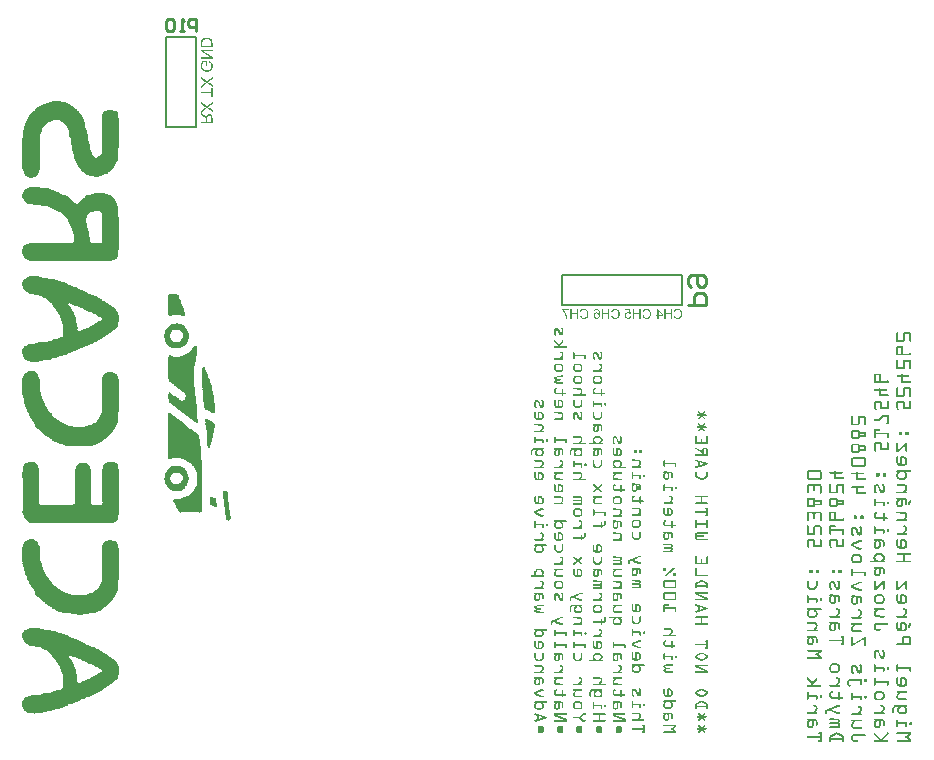
<source format=gbo>
G04*
G04 #@! TF.GenerationSoftware,Altium Limited,Altium Designer,22.4.2 (48)*
G04*
G04 Layer_Color=32896*
%FSLAX25Y25*%
%MOIN*%
G70*
G04*
G04 #@! TF.SameCoordinates,BB4B1E32-F115-428D-8FF9-27E3AA0A464A*
G04*
G04*
G04 #@! TF.FilePolarity,Positive*
G04*
G01*
G75*
%ADD10C,0.00787*%
%ADD13C,0.01000*%
G36*
X27395Y232775D02*
X28967D01*
Y232460D01*
X29596D01*
Y232146D01*
X30540D01*
Y231831D01*
X30855D01*
Y231516D01*
X31484D01*
Y231202D01*
X31798D01*
Y230887D01*
X32113D01*
Y230573D01*
X32742D01*
Y229944D01*
X33371D01*
Y229000D01*
X33685D01*
Y228686D01*
X34000D01*
Y228371D01*
X34315D01*
Y227742D01*
X34629D01*
Y227113D01*
X34944D01*
Y226169D01*
X35258D01*
Y225540D01*
X35573D01*
Y224282D01*
X35887D01*
Y223339D01*
X36202D01*
Y222080D01*
X36516D01*
Y219879D01*
X36831D01*
Y218935D01*
X37145D01*
Y216733D01*
X37460D01*
Y216104D01*
X37774D01*
Y215161D01*
X38089D01*
Y214846D01*
X38403D01*
Y214532D01*
X38718D01*
Y214217D01*
X39347D01*
Y214532D01*
X39662D01*
Y214846D01*
X40291D01*
Y215161D01*
X40605D01*
Y215475D01*
X40920D01*
Y227742D01*
X41234D01*
Y228686D01*
X41549D01*
Y229315D01*
X41863D01*
Y229629D01*
X42178D01*
Y229944D01*
X42807D01*
Y230258D01*
X44694D01*
Y229944D01*
X45638D01*
Y229629D01*
X45952D01*
Y229315D01*
X46267D01*
Y228371D01*
X46581D01*
Y227428D01*
X46896D01*
Y217362D01*
X46581D01*
Y214846D01*
X46267D01*
Y213274D01*
X45952D01*
Y212959D01*
X45638D01*
Y212015D01*
X45323D01*
Y211386D01*
X45009D01*
Y210757D01*
X44694D01*
Y210443D01*
X44380D01*
Y210128D01*
X44065D01*
Y209814D01*
X43751D01*
Y209499D01*
X43121D01*
Y208870D01*
X41863D01*
Y208555D01*
X41234D01*
Y208241D01*
X39976D01*
Y207926D01*
X38403D01*
Y208241D01*
X36831D01*
Y208555D01*
X35887D01*
Y208870D01*
X35258D01*
Y209185D01*
X34944D01*
Y209499D01*
X34315D01*
Y209814D01*
X34000D01*
Y210443D01*
X33685D01*
Y210757D01*
X33371D01*
Y211072D01*
X33056D01*
Y211701D01*
X32742D01*
Y212330D01*
X32427D01*
Y213274D01*
X32113D01*
Y213902D01*
X31798D01*
Y215475D01*
X31484D01*
Y216419D01*
X31169D01*
Y218306D01*
X30855D01*
Y220822D01*
X30540D01*
Y221137D01*
X30226D01*
Y223339D01*
X29911D01*
Y223653D01*
X29596D01*
Y224282D01*
X29282D01*
Y224911D01*
X28967D01*
Y225226D01*
X28653D01*
Y225540D01*
X28338D01*
Y225855D01*
X28024D01*
Y226169D01*
X27395D01*
Y226484D01*
X27080D01*
Y226798D01*
X24879D01*
Y226484D01*
X23935D01*
Y226169D01*
X22991D01*
Y225855D01*
X22677D01*
Y225540D01*
X22362D01*
Y225226D01*
X22048D01*
Y224911D01*
X21733D01*
Y224597D01*
X21419D01*
Y223968D01*
X21104D01*
Y222709D01*
X20790D01*
Y222080D01*
X20475D01*
Y213588D01*
Y213274D01*
Y210128D01*
X20161D01*
Y209185D01*
X19846D01*
Y208555D01*
X19531D01*
Y208241D01*
X19217D01*
Y207926D01*
X17959D01*
Y207612D01*
X16701D01*
Y207926D01*
X16071D01*
Y208241D01*
X15442D01*
Y208870D01*
X15128D01*
Y209814D01*
X14813D01*
Y210443D01*
X14499D01*
Y220822D01*
X14813D01*
Y223339D01*
X15128D01*
Y224911D01*
X15442D01*
Y225855D01*
X15757D01*
Y226484D01*
X16071D01*
Y227113D01*
X16386D01*
Y227742D01*
X16701D01*
Y228371D01*
X17015D01*
Y228686D01*
X17330D01*
Y229000D01*
X17644D01*
Y229315D01*
X17959D01*
Y229629D01*
X18273D01*
Y229944D01*
X18588D01*
Y230258D01*
X18902D01*
Y230573D01*
X19217D01*
Y230887D01*
X19531D01*
Y231202D01*
X20161D01*
Y231516D01*
X20790D01*
Y231831D01*
X21419D01*
Y232146D01*
X22362D01*
Y232460D01*
X23306D01*
Y232775D01*
X24564D01*
Y233089D01*
X27395D01*
Y232775D01*
D02*
G37*
G36*
X20475Y204152D02*
X23306D01*
Y203837D01*
X23935D01*
Y203523D01*
X25193D01*
Y203208D01*
X25822D01*
Y202894D01*
X26766D01*
Y202579D01*
X27080D01*
Y202265D01*
X27709D01*
Y201950D01*
X28653D01*
Y201636D01*
X28967D01*
Y201321D01*
X29596D01*
Y201007D01*
X30226D01*
Y200692D01*
X30540D01*
Y200377D01*
X30855D01*
Y200063D01*
X31169D01*
Y199749D01*
X31484D01*
Y199434D01*
X31798D01*
Y199119D01*
X32427D01*
Y198805D01*
X33056D01*
Y199119D01*
X33371D01*
Y199434D01*
X33685D01*
Y199749D01*
X34000D01*
Y200063D01*
X34315D01*
Y200377D01*
X34629D01*
Y200692D01*
X35258D01*
Y201007D01*
X35573D01*
Y201321D01*
X35887D01*
Y201636D01*
X36516D01*
Y201950D01*
X37460D01*
Y202265D01*
X38403D01*
Y202579D01*
X42178D01*
Y202265D01*
X43121D01*
Y201950D01*
X43751D01*
Y201636D01*
X44065D01*
Y201321D01*
X44380D01*
Y201007D01*
X44694D01*
Y200692D01*
X45009D01*
Y200377D01*
X45323D01*
Y199749D01*
X45638D01*
Y199119D01*
X45952D01*
Y198176D01*
X46267D01*
Y196918D01*
X46581D01*
Y194401D01*
X46896D01*
Y183393D01*
X46581D01*
Y181506D01*
X46267D01*
Y181191D01*
X45952D01*
Y180562D01*
X45323D01*
Y180247D01*
X44380D01*
Y179933D01*
X16701D01*
Y180247D01*
X16071D01*
Y180562D01*
X15442D01*
Y180876D01*
X15128D01*
Y181506D01*
X14813D01*
Y182135D01*
X14499D01*
Y183707D01*
X14813D01*
Y184651D01*
X15128D01*
Y184965D01*
X15442D01*
Y185280D01*
X15757D01*
Y185594D01*
X16701D01*
Y185909D01*
X31484D01*
Y186223D01*
X31798D01*
Y188740D01*
X31484D01*
Y189683D01*
X31169D01*
Y190942D01*
X30855D01*
Y191571D01*
X30540D01*
Y192200D01*
X30226D01*
Y192829D01*
X29911D01*
Y193143D01*
X29596D01*
Y193772D01*
X29282D01*
Y194087D01*
X28967D01*
Y194401D01*
X28653D01*
Y194716D01*
X28338D01*
Y195030D01*
X28024D01*
Y195345D01*
X27709D01*
Y195659D01*
X27395D01*
Y195974D01*
X26766D01*
Y196289D01*
X26451D01*
Y196603D01*
X25822D01*
Y196918D01*
X25193D01*
Y197232D01*
X24564D01*
Y197547D01*
X23620D01*
Y197861D01*
X22991D01*
Y198176D01*
X20790D01*
Y198490D01*
X17959D01*
Y198805D01*
X16071D01*
Y199119D01*
X15757D01*
Y199434D01*
X15442D01*
Y199749D01*
X15128D01*
Y200377D01*
X14813D01*
Y200692D01*
X14499D01*
Y202265D01*
X14813D01*
Y202894D01*
X15128D01*
Y203523D01*
X15442D01*
Y203837D01*
X16071D01*
Y204152D01*
X16701D01*
Y204467D01*
X20475D01*
Y204152D01*
D02*
G37*
G36*
X66083Y168610D02*
X66397D01*
Y168295D01*
X66712D01*
Y167037D01*
X67026D01*
Y166722D01*
X67341D01*
Y165464D01*
X67655D01*
Y164835D01*
X67970D01*
Y164206D01*
X68284D01*
Y162948D01*
X68599D01*
Y162319D01*
X68913D01*
Y161375D01*
X67341D01*
Y161690D01*
X64510D01*
Y161375D01*
X63252D01*
Y161690D01*
X62937D01*
Y168610D01*
X63566D01*
Y168924D01*
X66083D01*
Y168610D01*
D02*
G37*
G36*
X66397Y158859D02*
X67655D01*
Y158545D01*
X68284D01*
Y158230D01*
X68599D01*
Y157915D01*
X68913D01*
Y157601D01*
X69228D01*
Y156972D01*
X69542D01*
Y156343D01*
X69857D01*
Y155714D01*
X70171D01*
Y153826D01*
X69857D01*
Y152883D01*
X69542D01*
Y152254D01*
X69228D01*
Y151939D01*
X68913D01*
Y151625D01*
X68284D01*
Y151310D01*
X67970D01*
Y150996D01*
X67341D01*
Y150681D01*
X64195D01*
Y150996D01*
X63566D01*
Y151310D01*
X63252D01*
Y151625D01*
X62937D01*
Y151939D01*
X62623D01*
Y152254D01*
X62308D01*
Y152883D01*
X61994D01*
Y154141D01*
X61679D01*
Y155399D01*
X61994D01*
Y156657D01*
X62308D01*
Y156972D01*
X62623D01*
Y157601D01*
X62937D01*
Y157915D01*
X63252D01*
Y158230D01*
X63881D01*
Y158545D01*
X64195D01*
Y158859D01*
X65768D01*
Y159174D01*
X66397D01*
Y158859D01*
D02*
G37*
G36*
X72373Y151310D02*
X72688D01*
Y148165D01*
X72373D01*
Y146278D01*
X72059D01*
Y144705D01*
X71744D01*
Y137785D01*
X72059D01*
Y134954D01*
X72373D01*
Y132124D01*
X72688D01*
Y127091D01*
X73002D01*
Y125833D01*
X72373D01*
Y126147D01*
X71744D01*
Y126462D01*
X71430D01*
Y126777D01*
X71115D01*
Y127091D01*
X70486D01*
Y127406D01*
X70171D01*
Y127720D01*
X69857D01*
Y128035D01*
X69228D01*
Y128349D01*
X68913D01*
Y128664D01*
X68284D01*
Y128978D01*
X67970D01*
Y129293D01*
X67655D01*
Y129607D01*
X67341D01*
Y129922D01*
X67026D01*
Y130236D01*
X66397D01*
Y130551D01*
X66083D01*
Y130866D01*
X65768D01*
Y131180D01*
X65453D01*
Y131494D01*
X64824D01*
Y131809D01*
X64510D01*
Y132124D01*
X64195D01*
Y132438D01*
X63566D01*
Y133067D01*
X63252D01*
Y133696D01*
X62937D01*
Y135583D01*
X63252D01*
Y136213D01*
X63881D01*
Y135898D01*
X64195D01*
Y135583D01*
X64510D01*
Y135269D01*
X64824D01*
Y134954D01*
X65453D01*
Y134640D01*
X65768D01*
Y134325D01*
X66083D01*
Y134011D01*
X66712D01*
Y133382D01*
X67341D01*
Y133067D01*
X67970D01*
Y133382D01*
X68599D01*
Y134011D01*
X68913D01*
Y134325D01*
X69228D01*
Y135269D01*
X68913D01*
Y135583D01*
X68599D01*
Y135898D01*
X68284D01*
Y136213D01*
X67655D01*
Y136527D01*
X67341D01*
Y136842D01*
X67026D01*
Y137156D01*
X66397D01*
Y137471D01*
X66083D01*
Y137785D01*
X65768D01*
Y138100D01*
X65139D01*
Y138729D01*
X64510D01*
Y139043D01*
X64195D01*
Y139358D01*
X63566D01*
Y139987D01*
X63252D01*
Y140302D01*
X62937D01*
Y146592D01*
Y146907D01*
Y147850D01*
X63252D01*
Y148165D01*
X63566D01*
Y148479D01*
X64195D01*
Y148165D01*
X64824D01*
Y147850D01*
X67026D01*
Y148165D01*
X67970D01*
Y148479D01*
X68913D01*
Y148794D01*
X69542D01*
Y149109D01*
X70171D01*
Y149423D01*
X70486D01*
Y149738D01*
X70801D01*
Y150052D01*
X71115D01*
Y150681D01*
X71430D01*
Y150996D01*
X71744D01*
Y151310D01*
X72059D01*
Y151625D01*
X72373D01*
Y151310D01*
D02*
G37*
G36*
X20161Y174586D02*
X21104D01*
Y174271D01*
X22991D01*
Y173957D01*
X24249D01*
Y173642D01*
X25508D01*
Y173328D01*
X26451D01*
Y173013D01*
X27395D01*
Y172698D01*
X28653D01*
Y172384D01*
X29282D01*
Y172070D01*
X29911D01*
Y171755D01*
X30855D01*
Y171440D01*
X31484D01*
Y171126D01*
X32742D01*
Y170811D01*
X33056D01*
Y170497D01*
X33685D01*
Y170182D01*
X34629D01*
Y169868D01*
X35258D01*
Y169553D01*
X36202D01*
Y169239D01*
X36516D01*
Y168924D01*
X37460D01*
Y168610D01*
X38089D01*
Y168295D01*
X38403D01*
Y167981D01*
X39347D01*
Y167666D01*
X39662D01*
Y167351D01*
X40291D01*
Y167037D01*
X40920D01*
Y166722D01*
X41234D01*
Y166408D01*
X42178D01*
Y166093D01*
X42492D01*
Y165779D01*
X43121D01*
Y165464D01*
X43436D01*
Y165150D01*
X44065D01*
Y164835D01*
X44380D01*
Y164521D01*
X45009D01*
Y164206D01*
X45323D01*
Y163892D01*
X45638D01*
Y163262D01*
X45952D01*
Y162948D01*
X46267D01*
Y162633D01*
X46581D01*
Y161690D01*
X46896D01*
Y159488D01*
X46581D01*
Y158230D01*
X46267D01*
Y157915D01*
X45952D01*
Y157601D01*
X45638D01*
Y156972D01*
X45323D01*
Y156657D01*
X44694D01*
Y156343D01*
X44380D01*
Y156028D01*
X44065D01*
Y155714D01*
X43436D01*
Y155399D01*
X43121D01*
Y155085D01*
X42492D01*
Y154770D01*
X42178D01*
Y154455D01*
X41549D01*
Y154141D01*
X41234D01*
Y153826D01*
X40291D01*
Y153512D01*
X39662D01*
Y153197D01*
X39347D01*
Y152883D01*
X38403D01*
Y152568D01*
X38089D01*
Y152254D01*
X37145D01*
Y151939D01*
X36516D01*
Y151625D01*
X36202D01*
Y151310D01*
X35258D01*
Y150996D01*
X34629D01*
Y150681D01*
X33685D01*
Y150367D01*
X33056D01*
Y150052D01*
X32427D01*
Y149738D01*
X31484D01*
Y149423D01*
X30855D01*
Y149109D01*
X29911D01*
Y148794D01*
X29282D01*
Y148479D01*
X28024D01*
Y148165D01*
X26766D01*
Y147850D01*
X26137D01*
Y147536D01*
X24564D01*
Y147221D01*
X23935D01*
Y146907D01*
X21419D01*
Y146592D01*
X20161D01*
Y146278D01*
X17015D01*
Y146592D01*
X16071D01*
Y146907D01*
X15442D01*
Y147221D01*
X15128D01*
Y147850D01*
X14813D01*
Y148794D01*
X14499D01*
Y150367D01*
X14813D01*
Y150681D01*
X15128D01*
Y151310D01*
X15442D01*
Y151625D01*
X16071D01*
Y151939D01*
X16386D01*
Y152254D01*
X18902D01*
Y152568D01*
X19846D01*
Y152883D01*
X22991D01*
Y153197D01*
X24249D01*
Y153512D01*
X24879D01*
Y153826D01*
X26451D01*
Y154141D01*
X27080D01*
Y154455D01*
X28024D01*
Y158859D01*
X27709D01*
Y159803D01*
X27395D01*
Y160746D01*
X27080D01*
Y161690D01*
X26766D01*
Y162004D01*
X26451D01*
Y162948D01*
X26137D01*
Y163262D01*
X25822D01*
Y163892D01*
X25508D01*
Y164206D01*
X25193D01*
Y164521D01*
X24879D01*
Y165150D01*
X24564D01*
Y165464D01*
X24249D01*
Y165779D01*
X23620D01*
Y166093D01*
X23306D01*
Y166408D01*
X22991D01*
Y166722D01*
X22677D01*
Y167037D01*
X22362D01*
Y167351D01*
X21419D01*
Y167666D01*
X21104D01*
Y167981D01*
X20161D01*
Y168295D01*
X19531D01*
Y168610D01*
X18273D01*
Y168924D01*
X16701D01*
Y169239D01*
X16386D01*
Y169553D01*
X15757D01*
Y169868D01*
X15442D01*
Y170182D01*
X15128D01*
Y170497D01*
X14813D01*
Y171440D01*
X14499D01*
Y172698D01*
X14813D01*
Y173328D01*
X15128D01*
Y173957D01*
X15757D01*
Y174271D01*
X16071D01*
Y174586D01*
X16701D01*
Y174900D01*
X20161D01*
Y174586D01*
D02*
G37*
G36*
X75519Y143447D02*
X75833D01*
Y142818D01*
X76148D01*
Y142189D01*
X76462D01*
Y140931D01*
X76777D01*
Y140616D01*
X77091D01*
Y139043D01*
X77406D01*
Y138414D01*
X77720D01*
Y136527D01*
X78035D01*
Y135269D01*
X78349D01*
Y132438D01*
X78664D01*
Y129293D01*
X78349D01*
Y128978D01*
X78035D01*
Y129293D01*
X77406D01*
Y129607D01*
X77091D01*
Y129922D01*
X76462D01*
Y130236D01*
X75519D01*
Y130866D01*
X75204D01*
Y132753D01*
X74889D01*
Y134325D01*
Y134640D01*
Y136842D01*
X74575D01*
Y137156D01*
X74889D01*
Y137471D01*
X74575D01*
Y140302D01*
X74260D01*
Y143761D01*
X74575D01*
Y144076D01*
X74889D01*
Y144390D01*
X75519D01*
Y143447D01*
D02*
G37*
G36*
X18902Y142818D02*
X19217D01*
Y142503D01*
X19531D01*
Y142189D01*
X19846D01*
Y141245D01*
X20161D01*
Y140616D01*
X20475D01*
Y136213D01*
X20790D01*
Y134954D01*
X21104D01*
Y133696D01*
X21419D01*
Y133067D01*
X21733D01*
Y132438D01*
X22048D01*
Y131494D01*
X22362D01*
Y131180D01*
X22677D01*
Y130551D01*
X22991D01*
Y129922D01*
X23306D01*
Y129607D01*
X23620D01*
Y129293D01*
X23935D01*
Y128978D01*
X24249D01*
Y128349D01*
X24564D01*
Y128035D01*
X24879D01*
Y127720D01*
X25193D01*
Y127406D01*
X25822D01*
Y127091D01*
X26137D01*
Y126777D01*
X26766D01*
Y126462D01*
X27080D01*
Y126147D01*
X27709D01*
Y125833D01*
X28338D01*
Y125518D01*
X28967D01*
Y125204D01*
X29596D01*
Y124889D01*
X31484D01*
Y124575D01*
X35258D01*
Y124889D01*
X36516D01*
Y125204D01*
X37774D01*
Y125518D01*
X38089D01*
Y125833D01*
X39033D01*
Y126147D01*
X39347D01*
Y126777D01*
X39662D01*
Y127091D01*
X39976D01*
Y127720D01*
X40291D01*
Y128349D01*
X40605D01*
Y128978D01*
X40920D01*
Y140616D01*
X41234D01*
Y141245D01*
X41549D01*
Y141874D01*
X41863D01*
Y142189D01*
X42178D01*
Y142503D01*
X42807D01*
Y142818D01*
X44694D01*
Y142503D01*
X45323D01*
Y142189D01*
X45952D01*
Y141560D01*
X46267D01*
Y141245D01*
X46581D01*
Y140616D01*
X46896D01*
Y129607D01*
X46581D01*
Y127406D01*
X46267D01*
Y125833D01*
X45952D01*
Y125204D01*
X45638D01*
Y124575D01*
X45323D01*
Y123946D01*
X45009D01*
Y123317D01*
X44694D01*
Y122688D01*
X44380D01*
Y122373D01*
X44065D01*
Y122058D01*
X43751D01*
Y121744D01*
X43436D01*
Y121429D01*
X43121D01*
Y121115D01*
X42807D01*
Y120800D01*
X42492D01*
Y120486D01*
X41863D01*
Y120171D01*
X41549D01*
Y119857D01*
X40920D01*
Y119542D01*
X40291D01*
Y119228D01*
X39662D01*
Y118913D01*
X39033D01*
Y118599D01*
X38089D01*
Y118284D01*
X36516D01*
Y117970D01*
X30540D01*
Y118284D01*
X28653D01*
Y118599D01*
X28024D01*
Y118913D01*
X26766D01*
Y119228D01*
X26137D01*
Y119542D01*
X25193D01*
Y119857D01*
X24564D01*
Y120171D01*
X24249D01*
Y120486D01*
X23620D01*
Y120800D01*
X23306D01*
Y121115D01*
X22677D01*
Y121429D01*
X22048D01*
Y121744D01*
X21733D01*
Y122058D01*
X21419D01*
Y122373D01*
X21104D01*
Y122688D01*
X20790D01*
Y123002D01*
X20475D01*
Y123317D01*
X20161D01*
Y123631D01*
X19846D01*
Y123946D01*
X19531D01*
Y124260D01*
X19217D01*
Y124575D01*
X18902D01*
Y125204D01*
X18588D01*
Y125518D01*
X18273D01*
Y126147D01*
X17959D01*
Y126462D01*
X17644D01*
Y127091D01*
X17330D01*
Y127406D01*
X17015D01*
Y128035D01*
X16701D01*
Y128978D01*
X16386D01*
Y129607D01*
X16071D01*
Y130551D01*
X15757D01*
Y130866D01*
Y131180D01*
X15442D01*
Y132124D01*
X15128D01*
Y134011D01*
X14813D01*
Y135269D01*
X14499D01*
Y140931D01*
X14813D01*
Y141560D01*
X15128D01*
Y142189D01*
X15442D01*
Y142503D01*
X16071D01*
Y142818D01*
X16386D01*
Y143132D01*
X18902D01*
Y142818D01*
D02*
G37*
G36*
X76462Y126777D02*
X77091D01*
Y126462D01*
X77720D01*
Y126147D01*
X78035D01*
Y125833D01*
X78349D01*
Y125518D01*
X78664D01*
Y124260D01*
X78349D01*
Y122373D01*
X78035D01*
Y122058D01*
Y121744D01*
Y120800D01*
X77720D01*
Y119542D01*
X77406D01*
Y118599D01*
X77091D01*
Y117341D01*
X76462D01*
Y117970D01*
X76148D01*
Y123317D01*
X75833D01*
Y125204D01*
X75519D01*
Y125833D01*
X75833D01*
Y126147D01*
X75519D01*
Y127091D01*
X76462D01*
Y126777D01*
D02*
G37*
G36*
X67341Y111050D02*
X67970D01*
Y110735D01*
X68599D01*
Y110421D01*
X68913D01*
Y110106D01*
X69228D01*
Y109792D01*
X69542D01*
Y108848D01*
X69857D01*
Y107905D01*
X70171D01*
Y106646D01*
X69857D01*
Y105703D01*
X69542D01*
Y104759D01*
X68913D01*
Y104445D01*
X68599D01*
Y103815D01*
X67970D01*
Y103501D01*
X67655D01*
Y103187D01*
X64510D01*
Y103501D01*
X63881D01*
Y103815D01*
X63252D01*
Y104130D01*
X62937D01*
Y104445D01*
X62623D01*
Y105074D01*
X62308D01*
Y105388D01*
X61994D01*
Y106646D01*
X61679D01*
Y107590D01*
X61994D01*
Y109163D01*
X62308D01*
Y109477D01*
X62623D01*
Y110106D01*
X62937D01*
Y110421D01*
X63252D01*
Y110735D01*
X63881D01*
Y111050D01*
X64195D01*
Y111364D01*
X67341D01*
Y111050D01*
D02*
G37*
G36*
X45323Y112622D02*
X45638D01*
Y112308D01*
X45952D01*
Y111993D01*
X46267D01*
Y111050D01*
X46581D01*
Y110421D01*
X46896D01*
Y95009D01*
X46581D01*
Y94065D01*
X46267D01*
Y93436D01*
X45952D01*
Y93121D01*
X45638D01*
Y92807D01*
X45009D01*
Y92492D01*
X16701D01*
Y92807D01*
X16386D01*
Y93121D01*
X16071D01*
Y93436D01*
X15757D01*
Y93750D01*
X15442D01*
Y94065D01*
X15128D01*
Y95009D01*
X14813D01*
Y95952D01*
X14499D01*
Y96581D01*
X14813D01*
Y107590D01*
X14499D01*
Y109477D01*
X14813D01*
Y111364D01*
X15128D01*
Y111993D01*
X15442D01*
Y112308D01*
X16071D01*
Y112622D01*
X16386D01*
Y112937D01*
X18588D01*
Y112622D01*
X18902D01*
Y112308D01*
X19217D01*
Y111993D01*
X19531D01*
Y111679D01*
X19846D01*
Y110735D01*
X20161D01*
Y98783D01*
X20475D01*
Y98468D01*
X31484D01*
Y98783D01*
X32113D01*
Y110421D01*
X32427D01*
Y111364D01*
X32742D01*
Y111679D01*
X33056D01*
Y111993D01*
X33371D01*
Y112308D01*
X36202D01*
Y111993D01*
X36516D01*
Y111679D01*
X36831D01*
Y111364D01*
X37145D01*
Y110421D01*
X37460D01*
Y99098D01*
Y98783D01*
X37774D01*
Y98468D01*
X40920D01*
Y98783D01*
X41234D01*
Y99098D01*
X41549D01*
Y99412D01*
X41234D01*
Y110421D01*
X41549D01*
Y111679D01*
X41863D01*
Y111993D01*
X42178D01*
Y112308D01*
X42492D01*
Y112622D01*
X42807D01*
Y112937D01*
X45323D01*
Y112622D01*
D02*
G37*
G36*
X78035Y100670D02*
X78978D01*
Y99098D01*
X79293D01*
Y97839D01*
X78349D01*
Y98154D01*
X77720D01*
Y98468D01*
X77091D01*
Y100985D01*
X78035D01*
Y100670D01*
D02*
G37*
G36*
X64195Y128664D02*
X64510D01*
Y128349D01*
X64824D01*
Y128035D01*
X65453D01*
Y127720D01*
X65768D01*
Y127406D01*
X66083D01*
Y127091D01*
X66712D01*
Y126777D01*
X67026D01*
Y126462D01*
X67655D01*
Y126147D01*
X67970D01*
Y125833D01*
X68284D01*
Y125518D01*
X68599D01*
Y125204D01*
X69228D01*
Y124889D01*
X69542D01*
Y124575D01*
X69857D01*
Y124260D01*
X70171D01*
Y123946D01*
X70486D01*
Y123631D01*
X71115D01*
Y123317D01*
X71430D01*
Y123002D01*
X71744D01*
Y122688D01*
X72373D01*
Y122373D01*
X72688D01*
Y122058D01*
X73002D01*
Y121744D01*
X73317D01*
Y120486D01*
X73631D01*
Y117970D01*
X73946D01*
Y113566D01*
X74260D01*
Y101928D01*
Y101614D01*
Y96267D01*
X73631D01*
Y95952D01*
X73317D01*
Y96267D01*
X67341D01*
Y95952D01*
X67026D01*
Y96267D01*
X66712D01*
Y96581D01*
X66397D01*
Y97210D01*
X66083D01*
Y97525D01*
X65768D01*
Y98468D01*
X65453D01*
Y99098D01*
X65139D01*
Y99412D01*
X64824D01*
Y100041D01*
X65139D01*
Y100356D01*
X67341D01*
Y100670D01*
X67970D01*
Y100985D01*
X69228D01*
Y101299D01*
X69542D01*
Y101614D01*
X70171D01*
Y101928D01*
X70486D01*
Y102243D01*
X70801D01*
Y102557D01*
X71115D01*
Y102872D01*
X71430D01*
Y103187D01*
X71744D01*
Y103815D01*
X72059D01*
Y104445D01*
X72373D01*
Y104759D01*
X72688D01*
Y109477D01*
X72373D01*
Y110106D01*
X72059D01*
Y110735D01*
X71744D01*
Y111364D01*
X71115D01*
Y111993D01*
X70801D01*
Y112308D01*
X70486D01*
Y112622D01*
X70171D01*
Y112937D01*
X69542D01*
Y113251D01*
X69228D01*
Y113566D01*
X68284D01*
Y113881D01*
X67341D01*
Y114195D01*
X64510D01*
Y113881D01*
X62937D01*
Y128978D01*
X64195D01*
Y128664D01*
D02*
G37*
G36*
X82753Y102872D02*
X83067D01*
Y101614D01*
Y101299D01*
Y99412D01*
X83382D01*
Y96896D01*
X83696D01*
Y94694D01*
X84011D01*
Y93750D01*
X83696D01*
Y93436D01*
X83382D01*
Y93121D01*
X83067D01*
Y93436D01*
X82438D01*
Y95009D01*
X82124D01*
Y97839D01*
X81809D01*
Y100356D01*
X81495D01*
Y103187D01*
X82753D01*
Y102872D01*
D02*
G37*
G36*
X18273Y86831D02*
X18902D01*
Y86516D01*
X19531D01*
Y86202D01*
X19846D01*
Y85258D01*
X20161D01*
Y84629D01*
X20475D01*
Y79911D01*
X20790D01*
Y78967D01*
X21104D01*
Y77709D01*
X21419D01*
Y76766D01*
X21733D01*
Y76136D01*
X22048D01*
Y75507D01*
X22362D01*
Y74878D01*
X22677D01*
Y74564D01*
X22991D01*
Y74249D01*
X23306D01*
Y73620D01*
X23620D01*
Y72991D01*
X23935D01*
Y72677D01*
X24249D01*
Y72362D01*
X24564D01*
Y72048D01*
X24879D01*
Y71733D01*
X25193D01*
Y71418D01*
X25822D01*
Y71104D01*
X26137D01*
Y70789D01*
X26451D01*
Y70475D01*
X27080D01*
Y70160D01*
X27395D01*
Y69846D01*
X28024D01*
Y69531D01*
X28653D01*
Y69217D01*
X29911D01*
Y68902D01*
X30855D01*
Y68588D01*
X36202D01*
Y68902D01*
X36831D01*
Y69217D01*
X38089D01*
Y69531D01*
X38403D01*
Y69846D01*
X38718D01*
Y70160D01*
X39347D01*
Y70475D01*
X39662D01*
Y70789D01*
X39976D01*
Y71418D01*
X40291D01*
Y72048D01*
X40605D01*
Y72677D01*
X40920D01*
Y84314D01*
X41234D01*
Y85258D01*
X41549D01*
Y85887D01*
X41863D01*
Y86202D01*
X42178D01*
Y86516D01*
X43121D01*
Y86831D01*
X44380D01*
Y86516D01*
X45638D01*
Y86202D01*
X45952D01*
Y85572D01*
X46267D01*
Y84629D01*
X46581D01*
Y84000D01*
X46896D01*
Y73306D01*
X46581D01*
Y71104D01*
X46267D01*
Y69846D01*
X45952D01*
Y69217D01*
X45638D01*
Y68588D01*
X45323D01*
Y67644D01*
X45009D01*
Y67330D01*
X44694D01*
Y66701D01*
X44380D01*
Y66386D01*
X44065D01*
Y66071D01*
X43751D01*
Y65757D01*
X43436D01*
Y65442D01*
X43121D01*
Y65128D01*
X42807D01*
Y64813D01*
X42492D01*
Y64499D01*
X41863D01*
Y64184D01*
X41549D01*
Y63870D01*
X40920D01*
Y63555D01*
X40605D01*
Y63241D01*
X39662D01*
Y62926D01*
X39033D01*
Y62612D01*
X38403D01*
Y62297D01*
X36831D01*
Y61983D01*
X34629D01*
Y61668D01*
X32742D01*
Y61983D01*
X30855D01*
Y62297D01*
X28338D01*
Y62612D01*
X27709D01*
Y62926D01*
X26451D01*
Y63241D01*
X25822D01*
Y63555D01*
X25508D01*
Y63870D01*
X24564D01*
Y64184D01*
X24249D01*
Y64499D01*
X23620D01*
Y64813D01*
X22991D01*
Y65128D01*
X22677D01*
Y65442D01*
X22048D01*
Y66071D01*
X21419D01*
Y66386D01*
X21104D01*
Y66701D01*
X20790D01*
Y67015D01*
X20475D01*
Y67330D01*
X20161D01*
Y67644D01*
X19846D01*
Y67959D01*
X19531D01*
Y68273D01*
X19217D01*
Y68588D01*
X18902D01*
Y69217D01*
X18588D01*
Y69846D01*
X18273D01*
Y70475D01*
X17959D01*
Y70789D01*
X17644D01*
Y71104D01*
X17330D01*
Y71733D01*
X17015D01*
Y72048D01*
X16701D01*
Y72991D01*
X16386D01*
Y73620D01*
X16071D01*
Y74878D01*
X15757D01*
Y75193D01*
X15442D01*
Y76451D01*
X15128D01*
Y77709D01*
X14813D01*
Y78653D01*
X14499D01*
Y78967D01*
X14813D01*
Y79596D01*
X14499D01*
Y84314D01*
X14813D01*
Y85572D01*
X15128D01*
Y86202D01*
X15442D01*
Y86516D01*
X16071D01*
Y86831D01*
X16701D01*
Y87145D01*
X18273D01*
Y86831D01*
D02*
G37*
G36*
X18902Y57579D02*
X20475D01*
Y57264D01*
X21733D01*
Y56950D01*
X23306D01*
Y56635D01*
X23935D01*
Y56321D01*
X25822D01*
Y56006D01*
X26451D01*
Y55692D01*
X27709D01*
Y55377D01*
X28653D01*
Y55063D01*
X29596D01*
Y54748D01*
X30226D01*
Y54434D01*
X30855D01*
Y54119D01*
X31798D01*
Y53805D01*
X32742D01*
Y53490D01*
X33371D01*
Y53175D01*
X34000D01*
Y52861D01*
X34629D01*
Y52546D01*
X35573D01*
Y52232D01*
X35887D01*
Y51917D01*
X36831D01*
Y51603D01*
X37460D01*
Y51288D01*
X37774D01*
Y50974D01*
X38718D01*
Y50659D01*
X39033D01*
Y50345D01*
X39976D01*
Y50030D01*
X40291D01*
Y49716D01*
X40920D01*
Y49401D01*
X41549D01*
Y49086D01*
X42178D01*
Y48772D01*
X42807D01*
Y48458D01*
X43121D01*
Y48143D01*
X43436D01*
Y47828D01*
X44065D01*
Y47514D01*
X44380D01*
Y47199D01*
X45009D01*
Y46885D01*
X45323D01*
Y46570D01*
X45638D01*
Y46256D01*
X45952D01*
Y45627D01*
X46267D01*
Y45312D01*
X46581D01*
Y44683D01*
X46896D01*
Y41852D01*
X46581D01*
Y41223D01*
X46267D01*
Y40594D01*
X45952D01*
Y40280D01*
X45638D01*
Y39965D01*
X45323D01*
Y39650D01*
X45009D01*
Y39336D01*
X44694D01*
Y39022D01*
X44380D01*
Y38707D01*
X43751D01*
Y38392D01*
X43436D01*
Y38078D01*
X42807D01*
Y37763D01*
X42492D01*
Y37449D01*
X41863D01*
Y37134D01*
X41549D01*
Y36820D01*
X40920D01*
Y36505D01*
X40291D01*
Y36191D01*
X39662D01*
Y35876D01*
X39033D01*
Y35562D01*
X38403D01*
Y35247D01*
X37774D01*
Y34933D01*
X37145D01*
Y34618D01*
X36516D01*
Y34304D01*
X35887D01*
Y33989D01*
X35258D01*
Y33674D01*
X34000D01*
Y33360D01*
X33685D01*
Y33045D01*
X33056D01*
Y32731D01*
X32113D01*
Y32416D01*
X31484D01*
Y32102D01*
X29911D01*
Y31787D01*
X29596D01*
Y31473D01*
X28653D01*
Y31158D01*
X28024D01*
Y30844D01*
X27080D01*
Y30529D01*
X25508D01*
Y30215D01*
X24564D01*
Y29900D01*
X22677D01*
Y29585D01*
X21419D01*
Y29271D01*
X18588D01*
Y28956D01*
X18273D01*
Y29271D01*
X16071D01*
Y29585D01*
X15757D01*
Y29900D01*
X15128D01*
Y30529D01*
X14813D01*
Y31158D01*
X14499D01*
Y33045D01*
X14813D01*
Y33360D01*
X15128D01*
Y33989D01*
X15442D01*
Y34304D01*
X15757D01*
Y34618D01*
X16386D01*
Y34933D01*
X17330D01*
Y35247D01*
X20790D01*
Y35562D01*
X21419D01*
Y35876D01*
X23935D01*
Y36191D01*
X24879D01*
Y36505D01*
X25822D01*
Y36820D01*
X27395D01*
Y37134D01*
X27709D01*
Y37449D01*
X28024D01*
Y42167D01*
X27709D01*
Y42796D01*
X27395D01*
Y43740D01*
X27080D01*
Y44683D01*
X26766D01*
Y44998D01*
X26451D01*
Y45941D01*
X26137D01*
Y46256D01*
X25822D01*
Y46885D01*
X25508D01*
Y47199D01*
X25193D01*
Y47514D01*
X24879D01*
Y47828D01*
X24564D01*
Y48143D01*
X24249D01*
Y48458D01*
X23935D01*
Y48772D01*
X23620D01*
Y49086D01*
X23306D01*
Y49401D01*
X22991D01*
Y49716D01*
X22677D01*
Y50030D01*
X21733D01*
Y50345D01*
X21104D01*
Y50659D01*
X20790D01*
Y50974D01*
X19217D01*
Y51288D01*
X18588D01*
Y51603D01*
X16701D01*
Y51917D01*
X16386D01*
Y52232D01*
X15757D01*
Y52546D01*
X15442D01*
Y52861D01*
X15128D01*
Y53490D01*
X14813D01*
Y54119D01*
X14499D01*
Y55692D01*
X14813D01*
Y56006D01*
X15128D01*
Y56635D01*
X15442D01*
Y56950D01*
X16071D01*
Y57264D01*
X16701D01*
Y57579D01*
X18588D01*
Y57894D01*
X18902D01*
Y57579D01*
D02*
G37*
G36*
X194443Y157652D02*
X194500Y157627D01*
X194558Y157595D01*
X194609Y157550D01*
X194653Y157506D01*
X194685Y157474D01*
X194711Y157448D01*
X194717Y157436D01*
X194774Y157353D01*
X194819Y157264D01*
X194851Y157175D01*
X194876Y157092D01*
X194889Y157022D01*
X194895Y156971D01*
Y155665D01*
X194889Y155557D01*
X194863Y155461D01*
X194825Y155372D01*
X194787Y155302D01*
X194749Y155244D01*
X194711Y155200D01*
X194685Y155168D01*
X194679Y155162D01*
X194596Y155098D01*
X194507Y155047D01*
X194424Y155015D01*
X194341Y154990D01*
X194271Y154977D01*
X194220Y154971D01*
X194182Y154964D01*
X194175D01*
X194169D01*
X194099Y154971D01*
X194035Y154983D01*
X193972Y154996D01*
X193921Y155022D01*
X193870Y155041D01*
X193838Y155053D01*
X193812Y155066D01*
X193806Y155072D01*
X193742Y155117D01*
X193691Y155174D01*
X193640Y155225D01*
X193602Y155276D01*
X193570Y155327D01*
X193551Y155366D01*
X193538Y155391D01*
X193532Y155397D01*
X192876Y156869D01*
X192838Y156932D01*
X192799Y156977D01*
X192755Y157009D01*
X192710Y157028D01*
X192672Y157047D01*
X192640Y157053D01*
X192615D01*
X192608D01*
X192564Y157047D01*
X192526Y157041D01*
X192455Y157015D01*
X192430Y156996D01*
X192417Y156983D01*
X192405Y156977D01*
X192398Y156971D01*
X192366Y156939D01*
X192347Y156907D01*
X192322Y156837D01*
X192315Y156811D01*
X192309Y156786D01*
Y155748D01*
X192315Y155671D01*
X192328Y155601D01*
X192347Y155544D01*
X192366Y155493D01*
X192385Y155455D01*
X192405Y155429D01*
X192417Y155410D01*
X192424Y155404D01*
X192462Y155359D01*
X192494Y155321D01*
X192513Y155283D01*
X192532Y155251D01*
X192538Y155219D01*
X192545Y155200D01*
Y155181D01*
X192538Y155136D01*
X192532Y155098D01*
X192500Y155034D01*
X192481Y155009D01*
X192468Y154990D01*
X192462Y154983D01*
X192455Y154977D01*
X192424Y154951D01*
X192392Y154932D01*
X192328Y154913D01*
X192303Y154907D01*
X192283Y154901D01*
X192271D01*
X192264D01*
X192207Y154913D01*
X192143Y154939D01*
X192093Y154977D01*
X192042Y155022D01*
X191997Y155066D01*
X191965Y155104D01*
X191940Y155130D01*
X191933Y155142D01*
X191876Y155238D01*
X191831Y155327D01*
X191806Y155416D01*
X191780Y155499D01*
X191768Y155569D01*
X191761Y155627D01*
Y156780D01*
X191774Y156894D01*
X191799Y156996D01*
X191838Y157092D01*
X191882Y157175D01*
X191927Y157245D01*
X191965Y157296D01*
X191990Y157327D01*
X192003Y157340D01*
X192099Y157423D01*
X192201Y157487D01*
X192296Y157531D01*
X192392Y157563D01*
X192475Y157582D01*
X192538Y157589D01*
X192564Y157595D01*
X192583D01*
X192589D01*
X192596D01*
X192691Y157589D01*
X192780Y157570D01*
X192863Y157550D01*
X192933Y157525D01*
X192991Y157493D01*
X193035Y157474D01*
X193061Y157455D01*
X193073Y157448D01*
X193150Y157391D01*
X193214Y157334D01*
X193264Y157270D01*
X193309Y157213D01*
X193341Y157162D01*
X193367Y157124D01*
X193379Y157098D01*
X193386Y157085D01*
X194035Y155633D01*
X194054Y155595D01*
X194080Y155569D01*
X194105Y155544D01*
X194137Y155531D01*
X194175Y155518D01*
X194188D01*
X194195D01*
X194246Y155525D01*
X194284Y155544D01*
X194309Y155576D01*
X194328Y155607D01*
X194341Y155639D01*
X194347Y155671D01*
Y156932D01*
X194341Y156977D01*
X194328Y157022D01*
X194290Y157092D01*
X194265Y157117D01*
X194246Y157136D01*
X194233Y157149D01*
X194226Y157155D01*
X194188Y157200D01*
X194163Y157238D01*
X194137Y157283D01*
X194124Y157315D01*
X194118Y157346D01*
X194112Y157372D01*
Y157397D01*
X194118Y157436D01*
X194124Y157468D01*
X194150Y157525D01*
X194169Y157563D01*
X194182Y157570D01*
Y157576D01*
X194214Y157608D01*
X194246Y157627D01*
X194309Y157652D01*
X194335Y157659D01*
X194360Y157665D01*
X194373D01*
X194379D01*
X194443Y157652D01*
D02*
G37*
G36*
X192073Y153639D02*
X192112Y153633D01*
X192169Y153601D01*
X192201Y153569D01*
X192213Y153563D01*
Y153556D01*
X193456Y152136D01*
X194418Y153289D01*
X194449Y153321D01*
X194481Y153340D01*
X194545Y153365D01*
X194570Y153372D01*
X194596Y153378D01*
X194609D01*
X194615D01*
X194653Y153372D01*
X194691Y153365D01*
X194749Y153340D01*
X194774Y153321D01*
X194793Y153308D01*
X194800Y153302D01*
X194806Y153295D01*
X194838Y153263D01*
X194857Y153232D01*
X194883Y153174D01*
X194889Y153142D01*
X194895Y153123D01*
Y153104D01*
X194889Y153059D01*
X194883Y153021D01*
X194857Y152958D01*
X194838Y152932D01*
X194825Y152919D01*
X194819Y152907D01*
X194812Y152900D01*
X193564Y151429D01*
X195793D01*
X195838Y151422D01*
X195870Y151416D01*
X195934Y151391D01*
X195959Y151372D01*
X195978Y151359D01*
X195984Y151352D01*
X195991Y151346D01*
X196016Y151314D01*
X196042Y151282D01*
X196061Y151219D01*
X196067Y151193D01*
X196074Y151174D01*
Y151155D01*
X196067Y151117D01*
X196061Y151078D01*
X196036Y151015D01*
X196016Y150989D01*
X196004Y150970D01*
X195997Y150964D01*
X195991Y150957D01*
X195959Y150932D01*
X195927Y150913D01*
X195863Y150894D01*
X195832Y150887D01*
X195812Y150881D01*
X195800D01*
X195793D01*
X192029D01*
X191990Y150887D01*
X191952Y150894D01*
X191889Y150919D01*
X191850Y150945D01*
X191844Y150957D01*
X191838D01*
X191812Y150989D01*
X191793Y151021D01*
X191774Y151085D01*
X191768Y151117D01*
X191761Y151136D01*
Y151155D01*
X191768Y151193D01*
X191774Y151231D01*
X191799Y151289D01*
X191812Y151314D01*
X191825Y151333D01*
X191838Y151340D01*
Y151346D01*
X191869Y151372D01*
X191901Y151397D01*
X191965Y151416D01*
X191990Y151422D01*
X192010Y151429D01*
X192022D01*
X192029D01*
X192857D01*
X193099Y151709D01*
X191831Y153174D01*
X191806Y153206D01*
X191793Y153238D01*
X191768Y153302D01*
Y153333D01*
X191761Y153352D01*
Y153372D01*
X191768Y153410D01*
X191774Y153448D01*
X191806Y153512D01*
X191831Y153550D01*
X191838Y153556D01*
X191844Y153563D01*
X191876Y153588D01*
X191914Y153614D01*
X191971Y153633D01*
X191997Y153639D01*
X192016Y153646D01*
X192029D01*
X192035D01*
X192073Y153639D01*
D02*
G37*
G36*
X207379Y149613D02*
X207436Y149588D01*
X207494Y149556D01*
X207545Y149511D01*
X207589Y149467D01*
X207621Y149435D01*
X207647Y149409D01*
X207653Y149397D01*
X207710Y149314D01*
X207755Y149225D01*
X207787Y149136D01*
X207812Y149053D01*
X207825Y148983D01*
X207831Y148932D01*
Y147626D01*
X207825Y147518D01*
X207800Y147422D01*
X207761Y147333D01*
X207723Y147263D01*
X207685Y147205D01*
X207647Y147161D01*
X207621Y147129D01*
X207615Y147123D01*
X207532Y147059D01*
X207443Y147008D01*
X207360Y146976D01*
X207277Y146951D01*
X207207Y146938D01*
X207156Y146932D01*
X207118Y146925D01*
X207112D01*
X207105D01*
X207035Y146932D01*
X206972Y146944D01*
X206908Y146957D01*
X206857Y146983D01*
X206806Y147002D01*
X206774Y147014D01*
X206749Y147027D01*
X206742Y147034D01*
X206679Y147078D01*
X206627Y147135D01*
X206577Y147186D01*
X206538Y147237D01*
X206506Y147288D01*
X206487Y147327D01*
X206475Y147352D01*
X206468Y147358D01*
X205812Y148830D01*
X205774Y148893D01*
X205736Y148938D01*
X205691Y148970D01*
X205646Y148989D01*
X205608Y149008D01*
X205576Y149015D01*
X205551D01*
X205545D01*
X205500Y149008D01*
X205462Y149002D01*
X205392Y148976D01*
X205366Y148957D01*
X205353Y148944D01*
X205341Y148938D01*
X205334Y148932D01*
X205303Y148900D01*
X205283Y148868D01*
X205258Y148798D01*
X205252Y148773D01*
X205245Y148747D01*
Y147709D01*
X205252Y147632D01*
X205264Y147562D01*
X205283Y147505D01*
X205303Y147454D01*
X205322Y147416D01*
X205341Y147390D01*
X205353Y147371D01*
X205360Y147365D01*
X205398Y147320D01*
X205430Y147282D01*
X205449Y147244D01*
X205468Y147212D01*
X205474Y147180D01*
X205481Y147161D01*
Y147142D01*
X205474Y147097D01*
X205468Y147059D01*
X205436Y146995D01*
X205417Y146970D01*
X205404Y146951D01*
X205398Y146944D01*
X205392Y146938D01*
X205360Y146913D01*
X205328Y146893D01*
X205264Y146874D01*
X205239Y146868D01*
X205220Y146862D01*
X205207D01*
X205201D01*
X205143Y146874D01*
X205080Y146900D01*
X205029Y146938D01*
X204978Y146983D01*
X204933Y147027D01*
X204901Y147065D01*
X204876Y147091D01*
X204869Y147104D01*
X204812Y147199D01*
X204767Y147288D01*
X204742Y147378D01*
X204716Y147460D01*
X204704Y147530D01*
X204697Y147588D01*
Y148741D01*
X204710Y148855D01*
X204736Y148957D01*
X204774Y149053D01*
X204818Y149136D01*
X204863Y149206D01*
X204901Y149257D01*
X204927Y149288D01*
X204940Y149301D01*
X205035Y149384D01*
X205137Y149448D01*
X205233Y149492D01*
X205328Y149524D01*
X205411Y149543D01*
X205474Y149550D01*
X205500Y149556D01*
X205519D01*
X205525D01*
X205532D01*
X205627Y149550D01*
X205717Y149530D01*
X205799Y149511D01*
X205870Y149486D01*
X205927Y149454D01*
X205971Y149435D01*
X205997Y149416D01*
X206010Y149409D01*
X206086Y149352D01*
X206150Y149295D01*
X206201Y149231D01*
X206245Y149174D01*
X206277Y149123D01*
X206303Y149085D01*
X206315Y149059D01*
X206322Y149046D01*
X206972Y147594D01*
X206991Y147556D01*
X207016Y147530D01*
X207042Y147505D01*
X207073Y147492D01*
X207112Y147479D01*
X207124D01*
X207131D01*
X207182Y147486D01*
X207220Y147505D01*
X207245Y147537D01*
X207264Y147569D01*
X207277Y147600D01*
X207284Y147632D01*
Y148893D01*
X207277Y148938D01*
X207264Y148983D01*
X207226Y149053D01*
X207201Y149078D01*
X207182Y149097D01*
X207169Y149110D01*
X207163Y149117D01*
X207124Y149161D01*
X207099Y149199D01*
X207073Y149244D01*
X207061Y149276D01*
X207054Y149308D01*
X207048Y149333D01*
Y149358D01*
X207054Y149397D01*
X207061Y149429D01*
X207086Y149486D01*
X207105Y149524D01*
X207118Y149530D01*
Y149537D01*
X207150Y149569D01*
X207182Y149588D01*
X207245Y149613D01*
X207271Y149620D01*
X207296Y149626D01*
X207309D01*
X207315D01*
X207379Y149613D01*
D02*
G37*
G36*
X198427Y149346D02*
X198465Y149339D01*
X198522Y149314D01*
X198548Y149295D01*
X198567Y149282D01*
X198573Y149276D01*
X198580Y149269D01*
X198605Y149238D01*
X198631Y149206D01*
X198650Y149142D01*
X198656Y149110D01*
X198662Y149091D01*
Y148518D01*
X202147D01*
X202185Y148511D01*
X202223Y148505D01*
X202281Y148479D01*
X202306Y148460D01*
X202325Y148448D01*
X202332Y148441D01*
X202338Y148435D01*
X202363Y148403D01*
X202389Y148371D01*
X202408Y148308D01*
X202414Y148282D01*
X202421Y148263D01*
Y147416D01*
X202414Y147378D01*
X202408Y147339D01*
X202382Y147276D01*
X202351Y147237D01*
X202344Y147231D01*
X202338Y147225D01*
X202306Y147199D01*
X202274Y147180D01*
X202211Y147161D01*
X202185Y147154D01*
X202166Y147148D01*
X202153D01*
X202147D01*
X202109Y147154D01*
X202070Y147161D01*
X202007Y147186D01*
X201981Y147199D01*
X201962Y147212D01*
X201956Y147225D01*
X201949D01*
X201924Y147256D01*
X201905Y147288D01*
X201886Y147352D01*
X201879Y147378D01*
X201873Y147397D01*
Y147964D01*
X198662D01*
Y147416D01*
X198656Y147378D01*
X198650Y147339D01*
X198624Y147276D01*
X198592Y147237D01*
X198586Y147231D01*
X198580Y147225D01*
X198548Y147199D01*
X198516Y147180D01*
X198452Y147161D01*
X198427Y147154D01*
X198408Y147148D01*
X198395D01*
X198389D01*
X198350Y147154D01*
X198312Y147161D01*
X198248Y147186D01*
X198223Y147199D01*
X198204Y147212D01*
X198197Y147225D01*
X198191D01*
X198166Y147256D01*
X198146Y147288D01*
X198121Y147352D01*
X198115Y147384D01*
X198108Y147403D01*
Y149078D01*
X198115Y149117D01*
X198121Y149155D01*
X198153Y149212D01*
X198166Y149238D01*
X198178Y149257D01*
X198185Y149263D01*
X198191Y149269D01*
X198223Y149295D01*
X198255Y149320D01*
X198319Y149339D01*
X198350Y149346D01*
X198370Y149352D01*
X198382D01*
X198389D01*
X198427Y149346D01*
D02*
G37*
G36*
X194195Y149594D02*
X194309Y149569D01*
X194405Y149530D01*
X194488Y149486D01*
X194558Y149441D01*
X194609Y149403D01*
X194641Y149378D01*
X194653Y149365D01*
X194736Y149269D01*
X194793Y149174D01*
X194838Y149078D01*
X194863Y148983D01*
X194883Y148906D01*
X194889Y148843D01*
X194895Y148817D01*
Y148390D01*
X194883Y148288D01*
X194857Y148193D01*
X194819Y148104D01*
X194781Y148021D01*
X194736Y147951D01*
X194698Y147894D01*
X194672Y147862D01*
X194660Y147855D01*
Y147849D01*
X194284Y147409D01*
X194615D01*
X194660Y147403D01*
X194691Y147397D01*
X194755Y147371D01*
X194781Y147352D01*
X194800Y147339D01*
X194806Y147333D01*
X194812Y147327D01*
X194838Y147295D01*
X194863Y147263D01*
X194883Y147199D01*
X194889Y147174D01*
X194895Y147154D01*
Y147135D01*
X194889Y147097D01*
X194883Y147059D01*
X194857Y146995D01*
X194838Y146970D01*
X194825Y146951D01*
X194819Y146944D01*
X194812Y146938D01*
X194781Y146913D01*
X194749Y146893D01*
X194685Y146874D01*
X194653Y146868D01*
X194634Y146862D01*
X194621D01*
X194615D01*
X192029D01*
X191990Y146868D01*
X191952Y146874D01*
X191889Y146900D01*
X191850Y146925D01*
X191844Y146938D01*
X191838D01*
X191812Y146970D01*
X191793Y147002D01*
X191774Y147065D01*
X191768Y147097D01*
X191761Y147116D01*
Y147135D01*
X191768Y147174D01*
X191774Y147212D01*
X191799Y147269D01*
X191812Y147295D01*
X191825Y147314D01*
X191838Y147320D01*
Y147327D01*
X191869Y147352D01*
X191901Y147378D01*
X191965Y147397D01*
X191990Y147403D01*
X192010Y147409D01*
X192022D01*
X192029D01*
X193558D01*
X194226Y148180D01*
X194265Y148231D01*
X194297Y148276D01*
X194316Y148320D01*
X194335Y148359D01*
X194341Y148384D01*
X194347Y148409D01*
Y148785D01*
X194341Y148823D01*
X194335Y148862D01*
X194309Y148925D01*
X194277Y148964D01*
X194271Y148970D01*
X194265Y148976D01*
X194233Y149002D01*
X194201Y149027D01*
X194144Y149046D01*
X194112Y149053D01*
X194093Y149059D01*
X194080D01*
X194073D01*
X193921D01*
X193882Y149065D01*
X193844Y149072D01*
X193781Y149097D01*
X193742Y149123D01*
X193736Y149136D01*
X193729D01*
X193704Y149168D01*
X193685Y149199D01*
X193666Y149263D01*
X193659Y149295D01*
X193653Y149314D01*
Y149333D01*
X193659Y149371D01*
X193666Y149409D01*
X193691Y149467D01*
X193704Y149492D01*
X193717Y149511D01*
X193729Y149518D01*
Y149524D01*
X193761Y149550D01*
X193793Y149575D01*
X193857Y149594D01*
X193889Y149601D01*
X193908Y149607D01*
X193921D01*
X193927D01*
X194073D01*
X194195Y149594D01*
D02*
G37*
G36*
X200319Y145588D02*
X200389Y145581D01*
X200516Y145537D01*
X200631Y145486D01*
X200733Y145422D01*
X200816Y145352D01*
X200879Y145301D01*
X200905Y145275D01*
X200924Y145256D01*
X200930Y145250D01*
X200937Y145244D01*
X200994Y145180D01*
X201039Y145116D01*
X201083Y145052D01*
X201115Y144989D01*
X201172Y144868D01*
X201204Y144759D01*
X201230Y144664D01*
X201236Y144594D01*
X201242Y144568D01*
Y143893D01*
X201236Y143823D01*
X201230Y143753D01*
X201191Y143619D01*
X201140Y143492D01*
X201083Y143390D01*
X201026Y143301D01*
X200975Y143231D01*
X200956Y143205D01*
X200937Y143186D01*
X200930Y143180D01*
X200924Y143173D01*
X200867Y143116D01*
X200803Y143065D01*
X200746Y143020D01*
X200682Y142982D01*
X200573Y142925D01*
X200465Y142887D01*
X200376Y142861D01*
X200312Y142848D01*
X200287Y142842D01*
X200268D01*
X200255D01*
X200249D01*
X199096D01*
X199032Y142848D01*
X198962Y142855D01*
X198841Y142893D01*
X198726Y142950D01*
X198624Y143014D01*
X198541Y143071D01*
X198478Y143129D01*
X198452Y143148D01*
X198433Y143167D01*
X198427Y143173D01*
X198420Y143180D01*
X198363Y143243D01*
X198319Y143307D01*
X198274Y143371D01*
X198242Y143434D01*
X198185Y143555D01*
X198146Y143664D01*
X198127Y143759D01*
X198121Y143798D01*
X198115Y143829D01*
X198108Y143855D01*
Y144530D01*
X198115Y144600D01*
X198121Y144664D01*
X198159Y144798D01*
X198204Y144919D01*
X198261Y145027D01*
X198319Y145116D01*
X198370Y145186D01*
X198389Y145212D01*
X198401Y145231D01*
X198408Y145237D01*
X198414Y145244D01*
X198471Y145307D01*
X198535Y145358D01*
X198592Y145409D01*
X198650Y145447D01*
X198764Y145511D01*
X198873Y145549D01*
X198962Y145575D01*
X199032Y145588D01*
X199057Y145594D01*
X199076D01*
X199089D01*
X199096D01*
X200249D01*
X200319Y145588D01*
D02*
G37*
G36*
X193972D02*
X194042Y145581D01*
X194169Y145537D01*
X194284Y145486D01*
X194386Y145422D01*
X194468Y145352D01*
X194532Y145301D01*
X194558Y145275D01*
X194577Y145256D01*
X194583Y145250D01*
X194589Y145244D01*
X194647Y145180D01*
X194691Y145116D01*
X194736Y145052D01*
X194768Y144989D01*
X194825Y144868D01*
X194857Y144759D01*
X194883Y144664D01*
X194889Y144594D01*
X194895Y144568D01*
Y143893D01*
X194889Y143823D01*
X194883Y143753D01*
X194844Y143619D01*
X194793Y143492D01*
X194736Y143390D01*
X194679Y143301D01*
X194628Y143231D01*
X194609Y143205D01*
X194589Y143186D01*
X194583Y143180D01*
X194577Y143173D01*
X194519Y143116D01*
X194456Y143065D01*
X194398Y143020D01*
X194335Y142982D01*
X194226Y142925D01*
X194118Y142887D01*
X194029Y142861D01*
X193965Y142848D01*
X193940Y142842D01*
X193921D01*
X193908D01*
X193902D01*
X192749D01*
X192685Y142848D01*
X192615Y142855D01*
X192494Y142893D01*
X192379Y142950D01*
X192277Y143014D01*
X192194Y143071D01*
X192131Y143129D01*
X192105Y143148D01*
X192086Y143167D01*
X192080Y143173D01*
X192073Y143180D01*
X192016Y143243D01*
X191971Y143307D01*
X191927Y143371D01*
X191895Y143434D01*
X191838Y143555D01*
X191799Y143664D01*
X191780Y143759D01*
X191774Y143798D01*
X191768Y143829D01*
X191761Y143855D01*
Y144530D01*
X191768Y144600D01*
X191774Y144664D01*
X191812Y144798D01*
X191857Y144919D01*
X191914Y145027D01*
X191971Y145116D01*
X192022Y145186D01*
X192042Y145212D01*
X192054Y145231D01*
X192061Y145237D01*
X192067Y145244D01*
X192124Y145307D01*
X192188Y145358D01*
X192245Y145409D01*
X192303Y145447D01*
X192417Y145511D01*
X192526Y145549D01*
X192615Y145575D01*
X192685Y145588D01*
X192710Y145594D01*
X192729D01*
X192742D01*
X192749D01*
X193902D01*
X193972Y145588D01*
D02*
G37*
G36*
X207131Y145575D02*
X207245Y145549D01*
X207341Y145511D01*
X207424Y145466D01*
X207494Y145422D01*
X207545Y145384D01*
X207577Y145358D01*
X207589Y145345D01*
X207672Y145250D01*
X207730Y145154D01*
X207774Y145059D01*
X207800Y144963D01*
X207819Y144887D01*
X207825Y144823D01*
X207831Y144798D01*
Y144371D01*
X207819Y144269D01*
X207793Y144173D01*
X207755Y144084D01*
X207717Y144001D01*
X207672Y143931D01*
X207634Y143874D01*
X207609Y143842D01*
X207596Y143836D01*
Y143829D01*
X207220Y143390D01*
X207551D01*
X207596Y143384D01*
X207628Y143377D01*
X207691Y143352D01*
X207717Y143333D01*
X207736Y143320D01*
X207742Y143313D01*
X207749Y143307D01*
X207774Y143275D01*
X207800Y143243D01*
X207819Y143180D01*
X207825Y143154D01*
X207831Y143135D01*
Y143116D01*
X207825Y143078D01*
X207819Y143040D01*
X207793Y142976D01*
X207774Y142950D01*
X207761Y142931D01*
X207755Y142925D01*
X207749Y142919D01*
X207717Y142893D01*
X207685Y142874D01*
X207621Y142855D01*
X207589Y142848D01*
X207570Y142842D01*
X207558D01*
X207551D01*
X204965D01*
X204927Y142848D01*
X204889Y142855D01*
X204825Y142880D01*
X204787Y142906D01*
X204780Y142919D01*
X204774D01*
X204748Y142950D01*
X204729Y142982D01*
X204710Y143046D01*
X204704Y143078D01*
X204697Y143097D01*
Y143116D01*
X204704Y143154D01*
X204710Y143192D01*
X204736Y143250D01*
X204748Y143275D01*
X204761Y143294D01*
X204774Y143301D01*
Y143307D01*
X204806Y143333D01*
X204838Y143358D01*
X204901Y143377D01*
X204927Y143384D01*
X204946Y143390D01*
X204959D01*
X204965D01*
X206494D01*
X207163Y144161D01*
X207201Y144212D01*
X207233Y144256D01*
X207252Y144301D01*
X207271Y144339D01*
X207277Y144365D01*
X207284Y144390D01*
Y144766D01*
X207277Y144804D01*
X207271Y144842D01*
X207245Y144906D01*
X207214Y144944D01*
X207207Y144950D01*
X207201Y144957D01*
X207169Y144982D01*
X207137Y145008D01*
X207080Y145027D01*
X207048Y145033D01*
X207029Y145040D01*
X207016D01*
X207010D01*
X206857D01*
X206819Y145046D01*
X206780Y145052D01*
X206717Y145078D01*
X206679Y145103D01*
X206672Y145116D01*
X206666D01*
X206640Y145148D01*
X206621Y145180D01*
X206602Y145244D01*
X206596Y145275D01*
X206589Y145294D01*
Y145314D01*
X206596Y145352D01*
X206602Y145390D01*
X206627Y145447D01*
X206640Y145473D01*
X206653Y145492D01*
X206666Y145498D01*
Y145505D01*
X206698Y145530D01*
X206729Y145556D01*
X206793Y145575D01*
X206825Y145581D01*
X206844Y145588D01*
X206857D01*
X206863D01*
X207010D01*
X207131Y145575D01*
D02*
G37*
G36*
X206908Y141568D02*
X206978Y141562D01*
X207105Y141517D01*
X207220Y141466D01*
X207322Y141402D01*
X207405Y141332D01*
X207468Y141281D01*
X207494Y141256D01*
X207513Y141237D01*
X207519Y141230D01*
X207526Y141224D01*
X207583Y141160D01*
X207628Y141097D01*
X207672Y141033D01*
X207704Y140969D01*
X207761Y140848D01*
X207793Y140740D01*
X207819Y140644D01*
X207825Y140574D01*
X207831Y140549D01*
Y139874D01*
X207825Y139804D01*
X207819Y139734D01*
X207781Y139600D01*
X207730Y139472D01*
X207672Y139370D01*
X207615Y139281D01*
X207564Y139211D01*
X207545Y139186D01*
X207526Y139167D01*
X207519Y139160D01*
X207513Y139154D01*
X207456Y139096D01*
X207392Y139046D01*
X207335Y139001D01*
X207271Y138963D01*
X207163Y138905D01*
X207054Y138867D01*
X206965Y138842D01*
X206901Y138829D01*
X206876Y138823D01*
X206857D01*
X206844D01*
X206838D01*
X205685D01*
X205621Y138829D01*
X205551Y138835D01*
X205430Y138874D01*
X205315Y138931D01*
X205213Y138995D01*
X205131Y139052D01*
X205067Y139109D01*
X205041Y139128D01*
X205022Y139147D01*
X205016Y139154D01*
X205010Y139160D01*
X204952Y139224D01*
X204908Y139288D01*
X204863Y139351D01*
X204831Y139415D01*
X204774Y139536D01*
X204736Y139644D01*
X204716Y139740D01*
X204710Y139778D01*
X204704Y139810D01*
X204697Y139835D01*
Y140511D01*
X204704Y140581D01*
X204710Y140644D01*
X204748Y140778D01*
X204793Y140899D01*
X204850Y141007D01*
X204908Y141097D01*
X204959Y141167D01*
X204978Y141192D01*
X204990Y141211D01*
X204997Y141218D01*
X205003Y141224D01*
X205061Y141288D01*
X205124Y141339D01*
X205182Y141390D01*
X205239Y141428D01*
X205353Y141492D01*
X205462Y141530D01*
X205551Y141555D01*
X205621Y141568D01*
X205646Y141574D01*
X205666D01*
X205678D01*
X205685D01*
X206838D01*
X206908Y141568D01*
D02*
G37*
G36*
X200319D02*
X200389Y141562D01*
X200516Y141517D01*
X200631Y141466D01*
X200733Y141402D01*
X200816Y141332D01*
X200879Y141281D01*
X200905Y141256D01*
X200924Y141237D01*
X200930Y141230D01*
X200937Y141224D01*
X200994Y141160D01*
X201039Y141097D01*
X201083Y141033D01*
X201115Y140969D01*
X201172Y140848D01*
X201204Y140740D01*
X201230Y140644D01*
X201236Y140574D01*
X201242Y140549D01*
Y139874D01*
X201236Y139804D01*
X201230Y139734D01*
X201191Y139600D01*
X201140Y139472D01*
X201083Y139370D01*
X201026Y139281D01*
X200975Y139211D01*
X200956Y139186D01*
X200937Y139167D01*
X200930Y139160D01*
X200924Y139154D01*
X200867Y139096D01*
X200803Y139046D01*
X200746Y139001D01*
X200682Y138963D01*
X200573Y138905D01*
X200465Y138867D01*
X200376Y138842D01*
X200312Y138829D01*
X200287Y138823D01*
X200268D01*
X200255D01*
X200249D01*
X199096D01*
X199032Y138829D01*
X198962Y138835D01*
X198841Y138874D01*
X198726Y138931D01*
X198624Y138995D01*
X198541Y139052D01*
X198478Y139109D01*
X198452Y139128D01*
X198433Y139147D01*
X198427Y139154D01*
X198420Y139160D01*
X198363Y139224D01*
X198319Y139288D01*
X198274Y139351D01*
X198242Y139415D01*
X198185Y139536D01*
X198146Y139644D01*
X198127Y139740D01*
X198121Y139778D01*
X198115Y139810D01*
X198108Y139835D01*
Y140511D01*
X198115Y140581D01*
X198121Y140644D01*
X198159Y140778D01*
X198204Y140899D01*
X198261Y141007D01*
X198319Y141097D01*
X198370Y141167D01*
X198389Y141192D01*
X198401Y141211D01*
X198408Y141218D01*
X198414Y141224D01*
X198471Y141288D01*
X198535Y141339D01*
X198592Y141390D01*
X198650Y141428D01*
X198764Y141492D01*
X198873Y141530D01*
X198962Y141555D01*
X199032Y141568D01*
X199057Y141574D01*
X199076D01*
X199089D01*
X199096D01*
X200249D01*
X200319Y141568D01*
D02*
G37*
G36*
X194660Y141632D02*
X194698Y141625D01*
X194762Y141600D01*
X194800Y141568D01*
X194806Y141562D01*
X194812Y141555D01*
X194838Y141524D01*
X194863Y141492D01*
X194883Y141428D01*
X194889Y141402D01*
X194895Y141383D01*
Y141364D01*
X194889Y141326D01*
X194883Y141288D01*
X194857Y141230D01*
X194838Y141205D01*
X194825Y141186D01*
X194819Y141180D01*
X194812Y141173D01*
X194781Y141148D01*
X194749Y141129D01*
X194685Y141103D01*
X194660Y141097D01*
X194641Y141090D01*
X194628D01*
X194621D01*
X193029Y141033D01*
X192411Y140842D01*
X193035Y140479D01*
X193685D01*
X193723Y140472D01*
X193761Y140466D01*
X193825Y140441D01*
X193863Y140409D01*
X193870Y140402D01*
X193876Y140396D01*
X193902Y140364D01*
X193927Y140332D01*
X193946Y140269D01*
X193953Y140243D01*
X193959Y140224D01*
Y140205D01*
X193953Y140160D01*
X193946Y140122D01*
X193921Y140058D01*
X193902Y140033D01*
X193889Y140014D01*
X193882Y140007D01*
X193876Y140001D01*
X193844Y139976D01*
X193812Y139956D01*
X193755Y139937D01*
X193723Y139931D01*
X193704Y139925D01*
X193691D01*
X193685D01*
X193061D01*
X192411Y139542D01*
X193023Y139364D01*
X194621Y139300D01*
X194666Y139294D01*
X194704Y139281D01*
X194768Y139256D01*
X194787Y139237D01*
X194806Y139224D01*
X194812Y139217D01*
X194819Y139211D01*
X194844Y139179D01*
X194863Y139154D01*
X194889Y139096D01*
Y139071D01*
X194895Y139052D01*
Y139033D01*
X194889Y138988D01*
X194883Y138950D01*
X194851Y138886D01*
X194832Y138861D01*
X194819Y138848D01*
X194812Y138835D01*
X194806Y138829D01*
X194774Y138804D01*
X194742Y138784D01*
X194685Y138759D01*
X194660Y138752D01*
X194641D01*
X194628D01*
X194621D01*
X192940Y138816D01*
X191940Y139103D01*
X191889Y139128D01*
X191850Y139160D01*
X191825Y139186D01*
X191812Y139198D01*
X191780Y139256D01*
X191768Y139313D01*
X191761Y139358D01*
Y139657D01*
X191768Y139708D01*
X191787Y139753D01*
X191812Y139797D01*
X191838Y139829D01*
X191863Y139861D01*
X191889Y139880D01*
X191908Y139893D01*
X191914Y139899D01*
X192430Y140192D01*
X191908Y140498D01*
X191857Y140536D01*
X191825Y140574D01*
X191799Y140612D01*
X191780Y140651D01*
X191768Y140683D01*
X191761Y140708D01*
Y141027D01*
X191768Y141090D01*
X191793Y141148D01*
X191825Y141192D01*
X191863Y141224D01*
X191895Y141250D01*
X191927Y141269D01*
X191952Y141281D01*
X191959D01*
X192921Y141581D01*
X194621Y141638D01*
X194660Y141632D01*
D02*
G37*
G36*
X205513Y137536D02*
X205576Y137510D01*
X205602Y137498D01*
X205621Y137485D01*
X205627Y137478D01*
X205634Y137472D01*
X205659Y137440D01*
X205685Y137408D01*
X205704Y137345D01*
X205710Y137319D01*
X205717Y137294D01*
Y137275D01*
X205704Y137205D01*
X205678Y137147D01*
X205640Y137096D01*
X205602Y137058D01*
X205557Y137033D01*
X205519Y137007D01*
X205494Y137001D01*
X205481Y136994D01*
X205404Y136962D01*
X205347Y136918D01*
X205303Y136873D01*
X205277Y136822D01*
X205258Y136778D01*
X205252Y136746D01*
X205245Y136721D01*
Y136173D01*
X205252Y136134D01*
X205258Y136096D01*
X205283Y136039D01*
X205296Y136013D01*
X205309Y135994D01*
X205322Y135988D01*
Y135982D01*
X205353Y135956D01*
X205385Y135937D01*
X205449Y135912D01*
X205474Y135905D01*
X205494Y135899D01*
X205506D01*
X205513D01*
X207284D01*
Y137001D01*
X207290Y137039D01*
X207296Y137077D01*
X207322Y137135D01*
X207335Y137160D01*
X207347Y137179D01*
X207360Y137186D01*
Y137192D01*
X207392Y137217D01*
X207424Y137243D01*
X207488Y137262D01*
X207519Y137268D01*
X207538Y137275D01*
X207551D01*
X207558D01*
X207596Y137268D01*
X207634Y137262D01*
X207691Y137236D01*
X207717Y137217D01*
X207736Y137205D01*
X207742Y137198D01*
X207749Y137192D01*
X207774Y137160D01*
X207800Y137128D01*
X207819Y137065D01*
X207825Y137039D01*
X207831Y137020D01*
Y135899D01*
X208500D01*
X208539Y135892D01*
X208577Y135886D01*
X208634Y135854D01*
X208660Y135835D01*
X208679Y135822D01*
X208685Y135816D01*
X208691Y135810D01*
X208717Y135778D01*
X208742Y135746D01*
X208762Y135688D01*
X208768Y135663D01*
X208774Y135644D01*
Y135625D01*
X208768Y135587D01*
X208762Y135548D01*
X208736Y135485D01*
X208717Y135459D01*
X208704Y135440D01*
X208698Y135434D01*
X208691Y135427D01*
X208660Y135402D01*
X208628Y135383D01*
X208570Y135364D01*
X208539Y135357D01*
X208519Y135351D01*
X208507D01*
X208500D01*
X207831D01*
Y135064D01*
X207825Y135026D01*
X207819Y134988D01*
X207793Y134924D01*
X207761Y134886D01*
X207755Y134880D01*
X207749Y134873D01*
X207717Y134848D01*
X207685Y134829D01*
X207621Y134810D01*
X207596Y134803D01*
X207577Y134797D01*
X207564D01*
X207558D01*
X207513Y134803D01*
X207475Y134810D01*
X207411Y134835D01*
X207392Y134848D01*
X207373Y134860D01*
X207366Y134873D01*
X207360D01*
X207335Y134905D01*
X207315Y134937D01*
X207296Y135001D01*
X207290Y135026D01*
X207284Y135045D01*
Y135351D01*
X205513D01*
X205392Y135364D01*
X205277Y135389D01*
X205182Y135427D01*
X205099Y135472D01*
X205029Y135517D01*
X204978Y135555D01*
X204946Y135580D01*
X204933Y135593D01*
X204857Y135688D01*
X204799Y135784D01*
X204755Y135886D01*
X204729Y135975D01*
X204710Y136052D01*
X204704Y136115D01*
X204697Y136141D01*
Y136721D01*
X204710Y136848D01*
X204736Y136969D01*
X204774Y137071D01*
X204818Y137154D01*
X204863Y137224D01*
X204901Y137275D01*
X204927Y137300D01*
X204940Y137313D01*
X205035Y137389D01*
X205124Y137447D01*
X205207Y137491D01*
X205283Y137517D01*
X205347Y137536D01*
X205392Y137542D01*
X205424Y137549D01*
X205436D01*
X205481D01*
X205513Y137536D01*
D02*
G37*
G36*
X192577D02*
X192640Y137510D01*
X192666Y137498D01*
X192685Y137485D01*
X192691Y137478D01*
X192698Y137472D01*
X192723Y137440D01*
X192749Y137408D01*
X192768Y137345D01*
X192774Y137319D01*
X192780Y137294D01*
Y137275D01*
X192768Y137205D01*
X192742Y137147D01*
X192704Y137096D01*
X192666Y137058D01*
X192621Y137033D01*
X192583Y137007D01*
X192558Y137001D01*
X192545Y136994D01*
X192468Y136962D01*
X192411Y136918D01*
X192366Y136873D01*
X192341Y136822D01*
X192322Y136778D01*
X192315Y136746D01*
X192309Y136721D01*
Y136173D01*
X192315Y136134D01*
X192322Y136096D01*
X192347Y136039D01*
X192360Y136013D01*
X192373Y135994D01*
X192385Y135988D01*
Y135982D01*
X192417Y135956D01*
X192449Y135937D01*
X192513Y135912D01*
X192538Y135905D01*
X192558Y135899D01*
X192570D01*
X192577D01*
X194347D01*
Y137001D01*
X194354Y137039D01*
X194360Y137077D01*
X194386Y137135D01*
X194398Y137160D01*
X194411Y137179D01*
X194424Y137186D01*
Y137192D01*
X194456Y137217D01*
X194488Y137243D01*
X194551Y137262D01*
X194583Y137268D01*
X194602Y137275D01*
X194615D01*
X194621D01*
X194660Y137268D01*
X194698Y137262D01*
X194755Y137236D01*
X194781Y137217D01*
X194800Y137205D01*
X194806Y137198D01*
X194812Y137192D01*
X194838Y137160D01*
X194863Y137128D01*
X194883Y137065D01*
X194889Y137039D01*
X194895Y137020D01*
Y135899D01*
X195564D01*
X195602Y135892D01*
X195641Y135886D01*
X195698Y135854D01*
X195723Y135835D01*
X195742Y135822D01*
X195749Y135816D01*
X195755Y135810D01*
X195781Y135778D01*
X195806Y135746D01*
X195825Y135688D01*
X195832Y135663D01*
X195838Y135644D01*
Y135625D01*
X195832Y135587D01*
X195825Y135548D01*
X195800Y135485D01*
X195781Y135459D01*
X195768Y135440D01*
X195762Y135434D01*
X195755Y135427D01*
X195723Y135402D01*
X195692Y135383D01*
X195634Y135364D01*
X195602Y135357D01*
X195583Y135351D01*
X195571D01*
X195564D01*
X194895D01*
Y135064D01*
X194889Y135026D01*
X194883Y134988D01*
X194857Y134924D01*
X194825Y134886D01*
X194819Y134880D01*
X194812Y134873D01*
X194781Y134848D01*
X194749Y134829D01*
X194685Y134810D01*
X194660Y134803D01*
X194641Y134797D01*
X194628D01*
X194621D01*
X194577Y134803D01*
X194538Y134810D01*
X194475Y134835D01*
X194456Y134848D01*
X194437Y134860D01*
X194430Y134873D01*
X194424D01*
X194398Y134905D01*
X194379Y134937D01*
X194360Y135001D01*
X194354Y135026D01*
X194347Y135045D01*
Y135351D01*
X192577D01*
X192455Y135364D01*
X192341Y135389D01*
X192245Y135427D01*
X192163Y135472D01*
X192093Y135517D01*
X192042Y135555D01*
X192010Y135580D01*
X191997Y135593D01*
X191920Y135688D01*
X191863Y135784D01*
X191818Y135886D01*
X191793Y135975D01*
X191774Y136052D01*
X191768Y136115D01*
X191761Y136141D01*
Y136721D01*
X191774Y136848D01*
X191799Y136969D01*
X191838Y137071D01*
X191882Y137154D01*
X191927Y137224D01*
X191965Y137275D01*
X191990Y137300D01*
X192003Y137313D01*
X192099Y137389D01*
X192188Y137447D01*
X192271Y137491D01*
X192347Y137517D01*
X192411Y137536D01*
X192455Y137542D01*
X192487Y137549D01*
X192500D01*
X192545D01*
X192577Y137536D01*
D02*
G37*
G36*
X200421Y137478D02*
X200542Y137466D01*
X200656Y137434D01*
X200758Y137389D01*
X200841Y137345D01*
X200905Y137300D01*
X200956Y137262D01*
X200988Y137236D01*
X201000Y137224D01*
X201083Y137128D01*
X201140Y137033D01*
X201185Y136937D01*
X201210Y136848D01*
X201230Y136765D01*
X201236Y136708D01*
X201242Y136682D01*
Y136306D01*
X201236Y136217D01*
X201210Y136128D01*
X201185Y136039D01*
X201147Y135956D01*
X201115Y135886D01*
X201083Y135829D01*
X201058Y135791D01*
X201051Y135784D01*
Y135778D01*
X200771Y135338D01*
X202147D01*
X202185Y135332D01*
X202223Y135325D01*
X202287Y135300D01*
X202325Y135268D01*
X202332Y135262D01*
X202338Y135255D01*
X202363Y135223D01*
X202389Y135192D01*
X202408Y135128D01*
X202414Y135102D01*
X202421Y135083D01*
Y135064D01*
X202414Y135026D01*
X202408Y134988D01*
X202382Y134924D01*
X202363Y134899D01*
X202351Y134880D01*
X202344Y134873D01*
X202338Y134867D01*
X202306Y134841D01*
X202274Y134822D01*
X202217Y134803D01*
X202191Y134797D01*
X202172Y134790D01*
X202160D01*
X202153D01*
X198376D01*
X198338Y134797D01*
X198299Y134803D01*
X198242Y134829D01*
X198217Y134841D01*
X198197Y134854D01*
X198191Y134867D01*
X198185D01*
X198159Y134899D01*
X198140Y134931D01*
X198121Y134994D01*
X198115Y135026D01*
X198108Y135045D01*
Y135064D01*
X198115Y135102D01*
X198121Y135141D01*
X198146Y135198D01*
X198159Y135223D01*
X198172Y135243D01*
X198185Y135249D01*
Y135255D01*
X198217Y135281D01*
X198248Y135306D01*
X198312Y135325D01*
X198338Y135332D01*
X198357Y135338D01*
X198370D01*
X198376D01*
X200121D01*
X200618Y136115D01*
X200643Y136160D01*
X200669Y136205D01*
X200688Y136275D01*
X200694Y136300D01*
X200701Y136319D01*
Y136650D01*
X200694Y136689D01*
X200688Y136727D01*
X200663Y136784D01*
X200643Y136810D01*
X200631Y136829D01*
X200624Y136835D01*
X200618Y136841D01*
X200586Y136867D01*
X200554Y136892D01*
X200491Y136918D01*
X200465Y136924D01*
X200446Y136931D01*
X200433D01*
X200427D01*
X198376Y137001D01*
X198338Y137007D01*
X198299Y137013D01*
X198242Y137039D01*
X198217Y137052D01*
X198197Y137065D01*
X198191Y137077D01*
X198185D01*
X198159Y137109D01*
X198140Y137141D01*
X198121Y137205D01*
X198115Y137236D01*
X198108Y137256D01*
Y137275D01*
X198115Y137313D01*
X198121Y137351D01*
X198146Y137408D01*
X198159Y137434D01*
X198172Y137453D01*
X198185Y137459D01*
Y137466D01*
X198217Y137491D01*
X198248Y137517D01*
X198312Y137536D01*
X198338Y137542D01*
X198357Y137549D01*
X198370D01*
X198376D01*
X200421Y137478D01*
D02*
G37*
G36*
X209010Y132433D02*
X209048Y132427D01*
X209112Y132402D01*
X209150Y132370D01*
X209156Y132363D01*
X209163Y132357D01*
X209188Y132325D01*
X209214Y132293D01*
X209233Y132230D01*
X209239Y132204D01*
X209246Y132185D01*
Y131879D01*
X209239Y131841D01*
X209233Y131803D01*
X209207Y131739D01*
X209188Y131714D01*
X209175Y131694D01*
X209169Y131688D01*
X209163Y131682D01*
X209131Y131656D01*
X209099Y131637D01*
X209042Y131618D01*
X209010Y131612D01*
X208991Y131605D01*
X208978D01*
X208972D01*
X208730Y131599D01*
X208691D01*
X208660Y131605D01*
X208602Y131631D01*
X208558Y131656D01*
X208551Y131669D01*
X208545D01*
X208519Y131701D01*
X208500Y131733D01*
X208475Y131797D01*
X208468Y131828D01*
X208462Y131847D01*
Y132166D01*
X208468Y132204D01*
X208475Y132242D01*
X208500Y132300D01*
X208513Y132325D01*
X208526Y132344D01*
X208539Y132351D01*
Y132357D01*
X208570Y132383D01*
X208602Y132408D01*
X208666Y132427D01*
X208698Y132433D01*
X208717Y132440D01*
X208730D01*
X208736D01*
X208972D01*
X209010Y132433D01*
D02*
G37*
G36*
X187860Y133536D02*
X187918Y133510D01*
X187975Y133478D01*
X188026Y133433D01*
X188070Y133389D01*
X188102Y133357D01*
X188128Y133332D01*
X188134Y133319D01*
X188191Y133236D01*
X188236Y133147D01*
X188268Y133058D01*
X188293Y132975D01*
X188306Y132905D01*
X188312Y132854D01*
Y131548D01*
X188306Y131440D01*
X188281Y131344D01*
X188242Y131255D01*
X188204Y131185D01*
X188166Y131128D01*
X188128Y131083D01*
X188102Y131051D01*
X188096Y131045D01*
X188013Y130981D01*
X187924Y130930D01*
X187841Y130898D01*
X187758Y130873D01*
X187688Y130860D01*
X187637Y130854D01*
X187599Y130847D01*
X187593D01*
X187586D01*
X187516Y130854D01*
X187452Y130866D01*
X187389Y130879D01*
X187338Y130905D01*
X187287Y130924D01*
X187255Y130937D01*
X187230Y130949D01*
X187223Y130956D01*
X187160Y131000D01*
X187109Y131058D01*
X187058Y131108D01*
X187019Y131159D01*
X186987Y131210D01*
X186968Y131249D01*
X186956Y131274D01*
X186949Y131281D01*
X186293Y132752D01*
X186255Y132816D01*
X186217Y132860D01*
X186172Y132892D01*
X186128Y132911D01*
X186089Y132930D01*
X186057Y132937D01*
X186032D01*
X186026D01*
X185981Y132930D01*
X185943Y132924D01*
X185873Y132898D01*
X185847Y132879D01*
X185835Y132867D01*
X185822Y132860D01*
X185816Y132854D01*
X185784Y132822D01*
X185765Y132790D01*
X185739Y132720D01*
X185733Y132695D01*
X185726Y132669D01*
Y131631D01*
X185733Y131554D01*
X185745Y131484D01*
X185765Y131427D01*
X185784Y131376D01*
X185803Y131338D01*
X185822Y131312D01*
X185835Y131293D01*
X185841Y131287D01*
X185879Y131242D01*
X185911Y131204D01*
X185930Y131166D01*
X185949Y131134D01*
X185956Y131102D01*
X185962Y131083D01*
Y131064D01*
X185956Y131019D01*
X185949Y130981D01*
X185917Y130917D01*
X185898Y130892D01*
X185886Y130873D01*
X185879Y130866D01*
X185873Y130860D01*
X185841Y130835D01*
X185809Y130815D01*
X185745Y130796D01*
X185720Y130790D01*
X185701Y130784D01*
X185688D01*
X185682D01*
X185624Y130796D01*
X185561Y130822D01*
X185510Y130860D01*
X185459Y130905D01*
X185414Y130949D01*
X185382Y130988D01*
X185357Y131013D01*
X185350Y131026D01*
X185293Y131121D01*
X185248Y131210D01*
X185223Y131300D01*
X185198Y131382D01*
X185185Y131453D01*
X185178Y131510D01*
Y132663D01*
X185191Y132777D01*
X185217Y132879D01*
X185255Y132975D01*
X185300Y133058D01*
X185344Y133128D01*
X185382Y133179D01*
X185408Y133211D01*
X185421Y133223D01*
X185516Y133306D01*
X185618Y133370D01*
X185714Y133414D01*
X185809Y133446D01*
X185892Y133465D01*
X185956Y133472D01*
X185981Y133478D01*
X186000D01*
X186006D01*
X186013D01*
X186109Y133472D01*
X186198Y133453D01*
X186281Y133433D01*
X186351Y133408D01*
X186408Y133376D01*
X186452Y133357D01*
X186478Y133338D01*
X186491Y133332D01*
X186567Y133274D01*
X186631Y133217D01*
X186682Y133153D01*
X186726Y133096D01*
X186758Y133045D01*
X186784Y133007D01*
X186796Y132981D01*
X186803Y132968D01*
X187452Y131516D01*
X187472Y131478D01*
X187497Y131453D01*
X187523Y131427D01*
X187555Y131414D01*
X187593Y131402D01*
X187605D01*
X187612D01*
X187663Y131408D01*
X187701Y131427D01*
X187726Y131459D01*
X187746Y131491D01*
X187758Y131523D01*
X187765Y131554D01*
Y132816D01*
X187758Y132860D01*
X187746Y132905D01*
X187707Y132975D01*
X187682Y133000D01*
X187663Y133019D01*
X187650Y133032D01*
X187644Y133039D01*
X187605Y133083D01*
X187580Y133121D01*
X187555Y133166D01*
X187542Y133198D01*
X187535Y133230D01*
X187529Y133255D01*
Y133281D01*
X187535Y133319D01*
X187542Y133351D01*
X187567Y133408D01*
X187586Y133446D01*
X187599Y133453D01*
Y133459D01*
X187631Y133491D01*
X187663Y133510D01*
X187726Y133536D01*
X187752Y133542D01*
X187777Y133548D01*
X187790D01*
X187796D01*
X187860Y133536D01*
D02*
G37*
G36*
X201007D02*
X201045Y133529D01*
X201102Y133504D01*
X201128Y133484D01*
X201147Y133472D01*
X201153Y133465D01*
X201160Y133459D01*
X201185Y133427D01*
X201210Y133395D01*
X201230Y133338D01*
X201236Y133306D01*
X201242Y133287D01*
Y132045D01*
X201236Y131949D01*
X201210Y131860D01*
X201185Y131777D01*
X201147Y131701D01*
X201115Y131644D01*
X201083Y131593D01*
X201058Y131567D01*
X201051Y131554D01*
X200637Y131077D01*
X200586Y131026D01*
X200535Y130981D01*
X200484Y130943D01*
X200433Y130905D01*
X200331Y130854D01*
X200242Y130822D01*
X200159Y130809D01*
X200089Y130796D01*
X200064D01*
X200045D01*
X200038D01*
X200032D01*
X199325D01*
X199198Y130809D01*
X199083Y130835D01*
X198987Y130873D01*
X198905Y130924D01*
X198835Y130968D01*
X198790Y131007D01*
X198764Y131032D01*
X198752Y131045D01*
X198293Y131573D01*
X198229Y131656D01*
X198185Y131746D01*
X198153Y131835D01*
X198134Y131918D01*
X198121Y131994D01*
X198108Y132051D01*
Y133268D01*
X198115Y133306D01*
X198121Y133344D01*
X198146Y133408D01*
X198172Y133446D01*
X198185Y133453D01*
Y133459D01*
X198217Y133484D01*
X198248Y133510D01*
X198312Y133529D01*
X198344Y133536D01*
X198363Y133542D01*
X198376D01*
X198382D01*
X198420Y133536D01*
X198459Y133529D01*
X198516Y133504D01*
X198541Y133484D01*
X198561Y133472D01*
X198567Y133465D01*
X198573Y133459D01*
X198599Y133427D01*
X198624Y133395D01*
X198643Y133332D01*
X198650Y133306D01*
X198656Y133287D01*
Y132153D01*
X198662Y132102D01*
X198669Y132051D01*
X198682Y132007D01*
X198694Y131975D01*
X198707Y131949D01*
X198720Y131930D01*
X198732Y131918D01*
Y131911D01*
X199140Y131433D01*
X199172Y131408D01*
X199204Y131389D01*
X199261Y131363D01*
X199287Y131357D01*
X199306Y131351D01*
X199319D01*
X199325D01*
X199987D01*
X200045Y131357D01*
X200089Y131370D01*
X200134Y131382D01*
X200166Y131402D01*
X200191Y131421D01*
X200210Y131440D01*
X200223Y131446D01*
X200230Y131453D01*
X200605Y131892D01*
X200637Y131930D01*
X200656Y131968D01*
X200682Y132032D01*
X200688Y132064D01*
X200694Y132083D01*
Y133268D01*
X200701Y133306D01*
X200707Y133344D01*
X200733Y133408D01*
X200758Y133446D01*
X200771Y133453D01*
Y133459D01*
X200803Y133484D01*
X200835Y133510D01*
X200898Y133529D01*
X200924Y133536D01*
X200949Y133542D01*
X200962D01*
X200968D01*
X201007Y133536D01*
D02*
G37*
G36*
X194003Y133529D02*
X194124Y133504D01*
X194226Y133465D01*
X194309Y133427D01*
X194373Y133383D01*
X194418Y133351D01*
X194449Y133325D01*
X194456Y133312D01*
X194653Y133109D01*
X194736Y133013D01*
X194793Y132918D01*
X194838Y132822D01*
X194863Y132739D01*
X194883Y132669D01*
X194889Y132612D01*
X194895Y132574D01*
Y131797D01*
X194889Y131694D01*
X194870Y131605D01*
X194838Y131516D01*
X194806Y131446D01*
X194768Y131382D01*
X194742Y131338D01*
X194717Y131312D01*
X194711Y131300D01*
X194532Y131070D01*
X194494Y131026D01*
X194443Y130981D01*
X194354Y130917D01*
X194309Y130892D01*
X194277Y130873D01*
X194252Y130866D01*
X194246Y130860D01*
X194182Y130835D01*
X194124Y130815D01*
X194073Y130803D01*
X194035Y130796D01*
X194003Y130790D01*
X193978Y130784D01*
X193965D01*
X193959D01*
X192710D01*
X192659Y130790D01*
X192602Y130796D01*
X192551Y130809D01*
X192507Y130822D01*
X192462Y130835D01*
X192430Y130841D01*
X192411Y130854D01*
X192405D01*
X192347Y130886D01*
X192296Y130917D01*
X192258Y130949D01*
X192220Y130981D01*
X192194Y131007D01*
X192175Y131026D01*
X192163Y131038D01*
X192156Y131045D01*
X191946Y131287D01*
X191920Y131319D01*
X191895Y131357D01*
X191857Y131433D01*
X191838Y131465D01*
X191831Y131497D01*
X191818Y131516D01*
Y131523D01*
X191787Y131637D01*
X191774Y131688D01*
X191768Y131733D01*
Y131771D01*
X191761Y131797D01*
Y133262D01*
X191768Y133300D01*
X191774Y133338D01*
X191799Y133395D01*
X191812Y133421D01*
X191825Y133440D01*
X191838Y133446D01*
Y133453D01*
X191869Y133478D01*
X191901Y133504D01*
X191965Y133523D01*
X191997Y133529D01*
X192016Y133536D01*
X192029D01*
X192035D01*
X192073Y133529D01*
X192112Y133523D01*
X192169Y133497D01*
X192194Y133478D01*
X192213Y133465D01*
X192220Y133459D01*
X192226Y133453D01*
X192252Y133421D01*
X192277Y133389D01*
X192296Y133325D01*
X192303Y133300D01*
X192309Y133281D01*
Y131860D01*
X192315Y131816D01*
X192322Y131771D01*
X192360Y131694D01*
X192373Y131663D01*
X192392Y131637D01*
X192398Y131618D01*
X192405Y131612D01*
X192538Y131453D01*
X192577Y131414D01*
X192615Y131389D01*
X192653Y131363D01*
X192691Y131351D01*
X192723Y131344D01*
X192749Y131338D01*
X192768D01*
X192774D01*
X192933D01*
Y133262D01*
X192940Y133300D01*
X192946Y133338D01*
X192972Y133395D01*
X192984Y133421D01*
X192997Y133440D01*
X193010Y133446D01*
Y133453D01*
X193042Y133478D01*
X193073Y133504D01*
X193137Y133523D01*
X193163Y133529D01*
X193182Y133536D01*
X193194D01*
X193201D01*
X193863D01*
X194003Y133529D01*
D02*
G37*
G36*
X205010Y133268D02*
X205048Y133262D01*
X205105Y133230D01*
X205131Y133211D01*
X205150Y133198D01*
X205156Y133192D01*
X205162Y133185D01*
X205188Y133153D01*
X205213Y133121D01*
X205233Y133058D01*
X205239Y133026D01*
X205245Y133007D01*
Y132440D01*
X207551D01*
X207596Y132433D01*
X207628Y132427D01*
X207691Y132402D01*
X207717Y132383D01*
X207736Y132370D01*
X207742Y132363D01*
X207749Y132357D01*
X207774Y132325D01*
X207800Y132293D01*
X207819Y132230D01*
X207825Y132198D01*
X207831Y132179D01*
Y131325D01*
X207825Y131287D01*
X207819Y131249D01*
X207787Y131185D01*
X207768Y131159D01*
X207755Y131140D01*
X207749Y131134D01*
X207742Y131128D01*
X207710Y131102D01*
X207679Y131083D01*
X207615Y131064D01*
X207583Y131058D01*
X207564Y131051D01*
X207551D01*
X207545D01*
X207507Y131058D01*
X207468Y131064D01*
X207411Y131089D01*
X207386Y131102D01*
X207366Y131115D01*
X207360Y131128D01*
X207354D01*
X207328Y131159D01*
X207309Y131191D01*
X207290Y131255D01*
X207284Y131287D01*
X207277Y131306D01*
Y131886D01*
X205245D01*
Y131319D01*
X205239Y131281D01*
X205233Y131242D01*
X205207Y131185D01*
X205188Y131159D01*
X205175Y131140D01*
X205169Y131134D01*
X205162Y131128D01*
X205131Y131102D01*
X205099Y131083D01*
X205035Y131064D01*
X205010Y131058D01*
X204990Y131051D01*
X204978D01*
X204971D01*
X204933Y131058D01*
X204895Y131064D01*
X204831Y131089D01*
X204806Y131102D01*
X204787Y131115D01*
X204780Y131128D01*
X204774D01*
X204748Y131159D01*
X204729Y131191D01*
X204710Y131255D01*
X204704Y131287D01*
X204697Y131306D01*
Y132994D01*
X204704Y133039D01*
X204710Y133071D01*
X204736Y133134D01*
X204748Y133160D01*
X204761Y133179D01*
X204774Y133185D01*
Y133192D01*
X204806Y133217D01*
X204838Y133242D01*
X204901Y133262D01*
X204933Y133268D01*
X204952Y133274D01*
X204965D01*
X204971D01*
X205010Y133268D01*
D02*
G37*
G36*
X241971Y129745D02*
X242028Y129720D01*
X242054Y129707D01*
X242073Y129694D01*
X242079Y129688D01*
X242086Y129682D01*
X242111Y129650D01*
X242137Y129618D01*
X242156Y129561D01*
X242162Y129529D01*
X242168Y129510D01*
Y129446D01*
X242156Y129408D01*
X242130Y129344D01*
X242117Y129318D01*
X242105Y129306D01*
X242098Y129293D01*
X242092Y129287D01*
X241550Y128656D01*
X242366D01*
X242404Y128650D01*
X242442Y128643D01*
X242499Y128618D01*
X242525Y128599D01*
X242544Y128586D01*
X242550Y128580D01*
X242557Y128573D01*
X242582Y128541D01*
X242608Y128509D01*
X242627Y128446D01*
X242633Y128420D01*
X242640Y128401D01*
Y128382D01*
X242633Y128344D01*
X242627Y128306D01*
X242601Y128242D01*
X242582Y128217D01*
X242570Y128197D01*
X242563Y128191D01*
X242557Y128185D01*
X242525Y128159D01*
X242493Y128140D01*
X242429Y128115D01*
X242404Y128108D01*
X242385Y128102D01*
X242372D01*
X242366D01*
X241563D01*
X242098Y127478D01*
X242124Y127446D01*
X242149Y127408D01*
X242168Y127344D01*
X242175Y127318D01*
X242181Y127299D01*
Y127280D01*
X242175Y127242D01*
X242168Y127204D01*
X242143Y127140D01*
X242124Y127114D01*
X242111Y127095D01*
X242105Y127089D01*
X242098Y127083D01*
X242066Y127057D01*
X242035Y127038D01*
X241971Y127019D01*
X241939Y127013D01*
X241920Y127006D01*
X241907D01*
X241901D01*
X241856Y127013D01*
X241818Y127019D01*
X241761Y127051D01*
X241722Y127076D01*
X241716Y127083D01*
X241710Y127089D01*
X240952Y127962D01*
X240200Y127083D01*
X240175Y127057D01*
X240143Y127038D01*
X240085Y127019D01*
X240060Y127013D01*
X240034Y127006D01*
X240022D01*
X240015D01*
X239977Y127013D01*
X239939Y127019D01*
X239881Y127044D01*
X239856Y127057D01*
X239837Y127070D01*
X239830Y127083D01*
X239824D01*
X239799Y127114D01*
X239780Y127146D01*
X239754Y127210D01*
X239748Y127235D01*
X239741Y127255D01*
Y127274D01*
X239748Y127312D01*
X239754Y127350D01*
X239780Y127414D01*
X239792Y127439D01*
X239799Y127459D01*
X239811Y127465D01*
Y127471D01*
X240347Y128102D01*
X239544D01*
X239506Y128108D01*
X239467Y128115D01*
X239410Y128140D01*
X239385Y128153D01*
X239366Y128166D01*
X239359Y128178D01*
X239353D01*
X239327Y128210D01*
X239308Y128248D01*
X239289Y128312D01*
X239283Y128338D01*
X239276Y128363D01*
Y128382D01*
X239283Y128420D01*
X239289Y128459D01*
X239315Y128516D01*
X239327Y128541D01*
X239340Y128560D01*
X239353Y128567D01*
Y128573D01*
X239385Y128599D01*
X239417Y128624D01*
X239480Y128643D01*
X239506Y128650D01*
X239525Y128656D01*
X239538D01*
X239544D01*
X240359D01*
X239818Y129287D01*
X239792Y129318D01*
X239773Y129357D01*
X239754Y129420D01*
X239748Y129446D01*
X239741Y129465D01*
Y129484D01*
X239748Y129522D01*
X239754Y129561D01*
X239780Y129624D01*
X239805Y129663D01*
X239818Y129669D01*
Y129675D01*
X239850Y129701D01*
X239881Y129726D01*
X239945Y129745D01*
X239977Y129752D01*
X239996Y129758D01*
X240009D01*
X240015D01*
X240054Y129752D01*
X240092Y129745D01*
X240149Y129720D01*
X240187Y129688D01*
X240200Y129682D01*
Y129675D01*
X240952Y128803D01*
X241710Y129682D01*
X241735Y129707D01*
X241767Y129726D01*
X241831Y129752D01*
X241856D01*
X241875Y129758D01*
X241888D01*
X241894D01*
X241933D01*
X241971Y129745D01*
D02*
G37*
G36*
X200790Y129516D02*
X200847Y129490D01*
X200905Y129459D01*
X200956Y129414D01*
X201000Y129369D01*
X201032Y129338D01*
X201058Y129312D01*
X201064Y129299D01*
X201121Y129217D01*
X201166Y129127D01*
X201198Y129038D01*
X201223Y128955D01*
X201236Y128885D01*
X201242Y128834D01*
Y127529D01*
X201236Y127420D01*
X201210Y127325D01*
X201172Y127235D01*
X201134Y127165D01*
X201096Y127108D01*
X201058Y127064D01*
X201032Y127032D01*
X201026Y127025D01*
X200943Y126962D01*
X200854Y126911D01*
X200771Y126879D01*
X200688Y126853D01*
X200618Y126841D01*
X200567Y126834D01*
X200529Y126828D01*
X200522D01*
X200516D01*
X200446Y126834D01*
X200382Y126847D01*
X200319Y126860D01*
X200268Y126885D01*
X200217Y126904D01*
X200185Y126917D01*
X200159Y126930D01*
X200153Y126936D01*
X200089Y126981D01*
X200038Y127038D01*
X199987Y127089D01*
X199949Y127140D01*
X199917Y127191D01*
X199898Y127229D01*
X199885Y127255D01*
X199879Y127261D01*
X199223Y128733D01*
X199185Y128796D01*
X199147Y128841D01*
X199102Y128873D01*
X199057Y128892D01*
X199019Y128911D01*
X198987Y128917D01*
X198962D01*
X198956D01*
X198911Y128911D01*
X198873Y128904D01*
X198803Y128879D01*
X198777Y128860D01*
X198764Y128847D01*
X198752Y128841D01*
X198745Y128834D01*
X198713Y128803D01*
X198694Y128771D01*
X198669Y128701D01*
X198662Y128675D01*
X198656Y128650D01*
Y127611D01*
X198662Y127535D01*
X198675Y127465D01*
X198694Y127408D01*
X198713Y127357D01*
X198732Y127318D01*
X198752Y127293D01*
X198764Y127274D01*
X198771Y127267D01*
X198809Y127223D01*
X198841Y127185D01*
X198860Y127146D01*
X198879Y127114D01*
X198885Y127083D01*
X198892Y127064D01*
Y127044D01*
X198885Y127000D01*
X198879Y126962D01*
X198847Y126898D01*
X198828Y126873D01*
X198815Y126853D01*
X198809Y126847D01*
X198803Y126841D01*
X198771Y126815D01*
X198739Y126796D01*
X198675Y126777D01*
X198650Y126770D01*
X198631Y126764D01*
X198618D01*
X198611D01*
X198554Y126777D01*
X198491Y126802D01*
X198440Y126841D01*
X198389Y126885D01*
X198344Y126930D01*
X198312Y126968D01*
X198287Y126994D01*
X198280Y127006D01*
X198223Y127102D01*
X198178Y127191D01*
X198153Y127280D01*
X198127Y127363D01*
X198115Y127433D01*
X198108Y127490D01*
Y128643D01*
X198121Y128758D01*
X198146Y128860D01*
X198185Y128955D01*
X198229Y129038D01*
X198274Y129108D01*
X198312Y129159D01*
X198338Y129191D01*
X198350Y129204D01*
X198446Y129287D01*
X198548Y129350D01*
X198643Y129395D01*
X198739Y129427D01*
X198822Y129446D01*
X198885Y129452D01*
X198911Y129459D01*
X198930D01*
X198936D01*
X198943D01*
X199038Y129452D01*
X199127Y129433D01*
X199210Y129414D01*
X199280Y129389D01*
X199338Y129357D01*
X199382Y129338D01*
X199408Y129318D01*
X199420Y129312D01*
X199497Y129255D01*
X199561Y129198D01*
X199612Y129134D01*
X199656Y129077D01*
X199688Y129025D01*
X199714Y128987D01*
X199726Y128962D01*
X199733Y128949D01*
X200382Y127497D01*
X200401Y127459D01*
X200427Y127433D01*
X200452Y127408D01*
X200484Y127395D01*
X200522Y127382D01*
X200535D01*
X200542D01*
X200593Y127388D01*
X200631Y127408D01*
X200656Y127439D01*
X200675Y127471D01*
X200688Y127503D01*
X200694Y127535D01*
Y128796D01*
X200688Y128841D01*
X200675Y128885D01*
X200637Y128955D01*
X200612Y128981D01*
X200593Y129000D01*
X200580Y129013D01*
X200573Y129019D01*
X200535Y129064D01*
X200510Y129102D01*
X200484Y129147D01*
X200472Y129178D01*
X200465Y129210D01*
X200459Y129236D01*
Y129261D01*
X200465Y129299D01*
X200472Y129331D01*
X200497Y129389D01*
X200516Y129427D01*
X200529Y129433D01*
Y129440D01*
X200561Y129471D01*
X200593Y129490D01*
X200656Y129516D01*
X200682Y129522D01*
X200707Y129529D01*
X200720D01*
X200726D01*
X200790Y129516D01*
D02*
G37*
G36*
X207596D02*
X207634Y129510D01*
X207691Y129484D01*
X207717Y129465D01*
X207736Y129452D01*
X207742Y129446D01*
X207749Y129440D01*
X207774Y129408D01*
X207800Y129376D01*
X207819Y129318D01*
X207825Y129287D01*
X207831Y129268D01*
Y128025D01*
X207825Y127930D01*
X207800Y127841D01*
X207774Y127758D01*
X207736Y127681D01*
X207704Y127624D01*
X207672Y127573D01*
X207647Y127548D01*
X207640Y127535D01*
X207226Y127057D01*
X207175Y127006D01*
X207124Y126962D01*
X207073Y126923D01*
X207023Y126885D01*
X206921Y126834D01*
X206831Y126802D01*
X206749Y126790D01*
X206679Y126777D01*
X206653D01*
X206634D01*
X206627D01*
X206621D01*
X205914D01*
X205787Y126790D01*
X205672Y126815D01*
X205576Y126853D01*
X205494Y126904D01*
X205424Y126949D01*
X205379Y126987D01*
X205353Y127013D01*
X205341Y127025D01*
X204882Y127554D01*
X204818Y127637D01*
X204774Y127726D01*
X204742Y127815D01*
X204723Y127898D01*
X204710Y127974D01*
X204697Y128032D01*
Y129248D01*
X204704Y129287D01*
X204710Y129325D01*
X204736Y129389D01*
X204761Y129427D01*
X204774Y129433D01*
Y129440D01*
X204806Y129465D01*
X204838Y129490D01*
X204901Y129510D01*
X204933Y129516D01*
X204952Y129522D01*
X204965D01*
X204971D01*
X205010Y129516D01*
X205048Y129510D01*
X205105Y129484D01*
X205131Y129465D01*
X205150Y129452D01*
X205156Y129446D01*
X205162Y129440D01*
X205188Y129408D01*
X205213Y129376D01*
X205233Y129312D01*
X205239Y129287D01*
X205245Y129268D01*
Y128134D01*
X205252Y128083D01*
X205258Y128032D01*
X205271Y127987D01*
X205283Y127955D01*
X205296Y127930D01*
X205309Y127911D01*
X205322Y127898D01*
Y127892D01*
X205729Y127414D01*
X205761Y127388D01*
X205793Y127369D01*
X205850Y127344D01*
X205876Y127338D01*
X205895Y127331D01*
X205908D01*
X205914D01*
X206577D01*
X206634Y127338D01*
X206679Y127350D01*
X206723Y127363D01*
X206755Y127382D01*
X206780Y127401D01*
X206800Y127420D01*
X206812Y127427D01*
X206819Y127433D01*
X207194Y127873D01*
X207226Y127911D01*
X207245Y127949D01*
X207271Y128013D01*
X207277Y128044D01*
X207284Y128064D01*
Y129248D01*
X207290Y129287D01*
X207296Y129325D01*
X207322Y129389D01*
X207347Y129427D01*
X207360Y129433D01*
Y129440D01*
X207392Y129465D01*
X207424Y129490D01*
X207488Y129510D01*
X207513Y129516D01*
X207538Y129522D01*
X207551D01*
X207558D01*
X207596Y129516D01*
D02*
G37*
G36*
X187421Y129510D02*
X187542Y129484D01*
X187644Y129446D01*
X187726Y129408D01*
X187790Y129363D01*
X187835Y129331D01*
X187867Y129306D01*
X187873Y129293D01*
X188070Y129089D01*
X188153Y128994D01*
X188211Y128898D01*
X188255Y128803D01*
X188281Y128720D01*
X188300Y128650D01*
X188306Y128592D01*
X188312Y128554D01*
Y127777D01*
X188306Y127675D01*
X188287Y127586D01*
X188255Y127497D01*
X188223Y127427D01*
X188185Y127363D01*
X188160Y127318D01*
X188134Y127293D01*
X188128Y127280D01*
X187949Y127051D01*
X187911Y127006D01*
X187860Y126962D01*
X187771Y126898D01*
X187726Y126873D01*
X187695Y126853D01*
X187669Y126847D01*
X187663Y126841D01*
X187599Y126815D01*
X187542Y126796D01*
X187491Y126783D01*
X187452Y126777D01*
X187421Y126770D01*
X187395Y126764D01*
X187382D01*
X187376D01*
X186128D01*
X186077Y126770D01*
X186019Y126777D01*
X185968Y126790D01*
X185924Y126802D01*
X185879Y126815D01*
X185847Y126821D01*
X185828Y126834D01*
X185822D01*
X185765Y126866D01*
X185714Y126898D01*
X185675Y126930D01*
X185637Y126962D01*
X185612Y126987D01*
X185592Y127006D01*
X185580Y127019D01*
X185573Y127025D01*
X185363Y127267D01*
X185338Y127299D01*
X185312Y127338D01*
X185274Y127414D01*
X185255Y127446D01*
X185248Y127478D01*
X185236Y127497D01*
Y127503D01*
X185204Y127618D01*
X185191Y127669D01*
X185185Y127713D01*
Y127752D01*
X185178Y127777D01*
Y129242D01*
X185185Y129280D01*
X185191Y129318D01*
X185217Y129376D01*
X185229Y129401D01*
X185242Y129420D01*
X185255Y129427D01*
Y129433D01*
X185287Y129459D01*
X185319Y129484D01*
X185382Y129503D01*
X185414Y129510D01*
X185433Y129516D01*
X185446D01*
X185452D01*
X185491Y129510D01*
X185529Y129503D01*
X185586Y129478D01*
X185612Y129459D01*
X185631Y129446D01*
X185637Y129440D01*
X185643Y129433D01*
X185669Y129401D01*
X185694Y129369D01*
X185714Y129306D01*
X185720Y129280D01*
X185726Y129261D01*
Y127841D01*
X185733Y127796D01*
X185739Y127752D01*
X185777Y127675D01*
X185790Y127643D01*
X185809Y127618D01*
X185816Y127599D01*
X185822Y127592D01*
X185956Y127433D01*
X185994Y127395D01*
X186032Y127369D01*
X186070Y127344D01*
X186109Y127331D01*
X186140Y127325D01*
X186166Y127318D01*
X186185D01*
X186191D01*
X186351D01*
Y129242D01*
X186357Y129280D01*
X186363Y129318D01*
X186389Y129376D01*
X186401Y129401D01*
X186414Y129420D01*
X186427Y129427D01*
Y129433D01*
X186459Y129459D01*
X186491Y129484D01*
X186554Y129503D01*
X186580Y129510D01*
X186599Y129516D01*
X186612D01*
X186618D01*
X187280D01*
X187421Y129510D01*
D02*
G37*
G36*
X194093Y129446D02*
X194214Y129427D01*
X194322Y129401D01*
X194418Y129357D01*
X194500Y129312D01*
X194570Y129268D01*
X194621Y129229D01*
X194647Y129204D01*
X194660Y129191D01*
X194736Y129102D01*
X194793Y129006D01*
X194838Y128911D01*
X194863Y128822D01*
X194883Y128745D01*
X194889Y128688D01*
X194895Y128662D01*
Y128376D01*
X194889Y128261D01*
X194870Y128153D01*
X194844Y128057D01*
X194819Y127974D01*
X194787Y127904D01*
X194762Y127853D01*
X194742Y127822D01*
X194736Y127809D01*
X194437Y127312D01*
X194615D01*
X194660Y127306D01*
X194691Y127299D01*
X194755Y127274D01*
X194781Y127255D01*
X194800Y127242D01*
X194806Y127235D01*
X194812Y127229D01*
X194838Y127197D01*
X194863Y127165D01*
X194883Y127102D01*
X194889Y127076D01*
X194895Y127057D01*
Y127038D01*
X194889Y127000D01*
X194883Y126962D01*
X194857Y126898D01*
X194838Y126873D01*
X194825Y126853D01*
X194819Y126847D01*
X194812Y126841D01*
X194781Y126815D01*
X194749Y126796D01*
X194685Y126777D01*
X194653Y126770D01*
X194634Y126764D01*
X194621D01*
X194615D01*
X192029D01*
X191990Y126770D01*
X191952Y126777D01*
X191895Y126802D01*
X191869Y126815D01*
X191850Y126828D01*
X191844Y126841D01*
X191838D01*
X191812Y126873D01*
X191793Y126904D01*
X191774Y126968D01*
X191768Y127000D01*
X191761Y127019D01*
Y127038D01*
X191768Y127076D01*
X191774Y127114D01*
X191799Y127172D01*
X191812Y127197D01*
X191825Y127216D01*
X191838Y127223D01*
Y127229D01*
X191869Y127255D01*
X191901Y127280D01*
X191965Y127299D01*
X191990Y127306D01*
X192010Y127312D01*
X192022D01*
X192029D01*
X193774D01*
X194252Y128057D01*
X194284Y128108D01*
X194309Y128159D01*
X194322Y128204D01*
X194335Y128242D01*
X194341Y128280D01*
X194347Y128306D01*
Y128637D01*
X194335Y128682D01*
X194303Y128758D01*
X194258Y128809D01*
X194207Y128847D01*
X194150Y128873D01*
X194105Y128885D01*
X194073Y128892D01*
X194067D01*
X194061D01*
X192029Y128981D01*
X191984Y128987D01*
X191946Y128994D01*
X191882Y129025D01*
X191844Y129051D01*
X191838Y129057D01*
X191831Y129064D01*
X191806Y129096D01*
X191793Y129127D01*
X191768Y129191D01*
Y129217D01*
X191761Y129236D01*
Y129255D01*
X191768Y129293D01*
X191774Y129331D01*
X191799Y129389D01*
X191812Y129414D01*
X191825Y129433D01*
X191838Y129440D01*
Y129446D01*
X191869Y129471D01*
X191901Y129497D01*
X191965Y129516D01*
X191990Y129522D01*
X192010Y129529D01*
X192022D01*
X192029D01*
X194093Y129446D01*
D02*
G37*
G36*
X241971Y125726D02*
X242028Y125700D01*
X242054Y125688D01*
X242073Y125675D01*
X242079Y125669D01*
X242086Y125662D01*
X242111Y125630D01*
X242137Y125599D01*
X242156Y125541D01*
X242162Y125509D01*
X242168Y125490D01*
Y125426D01*
X242156Y125388D01*
X242130Y125324D01*
X242117Y125299D01*
X242105Y125286D01*
X242098Y125274D01*
X242092Y125267D01*
X241550Y124637D01*
X242366D01*
X242404Y124630D01*
X242442Y124624D01*
X242499Y124598D01*
X242525Y124579D01*
X242544Y124566D01*
X242550Y124560D01*
X242557Y124554D01*
X242582Y124522D01*
X242608Y124490D01*
X242627Y124426D01*
X242633Y124401D01*
X242640Y124382D01*
Y124363D01*
X242633Y124325D01*
X242627Y124286D01*
X242601Y124223D01*
X242582Y124197D01*
X242570Y124178D01*
X242563Y124172D01*
X242557Y124165D01*
X242525Y124140D01*
X242493Y124121D01*
X242429Y124095D01*
X242404Y124089D01*
X242385Y124082D01*
X242372D01*
X242366D01*
X241563D01*
X242098Y123458D01*
X242124Y123426D01*
X242149Y123388D01*
X242168Y123324D01*
X242175Y123299D01*
X242181Y123280D01*
Y123261D01*
X242175Y123222D01*
X242168Y123184D01*
X242143Y123120D01*
X242124Y123095D01*
X242111Y123076D01*
X242105Y123070D01*
X242098Y123063D01*
X242066Y123038D01*
X242035Y123019D01*
X241971Y123000D01*
X241939Y122993D01*
X241920Y122987D01*
X241907D01*
X241901D01*
X241856Y122993D01*
X241818Y123000D01*
X241761Y123031D01*
X241722Y123057D01*
X241716Y123063D01*
X241710Y123070D01*
X240952Y123942D01*
X240200Y123063D01*
X240175Y123038D01*
X240143Y123019D01*
X240085Y123000D01*
X240060Y122993D01*
X240034Y122987D01*
X240022D01*
X240015D01*
X239977Y122993D01*
X239939Y123000D01*
X239881Y123025D01*
X239856Y123038D01*
X239837Y123050D01*
X239830Y123063D01*
X239824D01*
X239799Y123095D01*
X239780Y123127D01*
X239754Y123191D01*
X239748Y123216D01*
X239741Y123235D01*
Y123254D01*
X239748Y123293D01*
X239754Y123331D01*
X239780Y123394D01*
X239792Y123420D01*
X239799Y123439D01*
X239811Y123445D01*
Y123452D01*
X240347Y124082D01*
X239544D01*
X239506Y124089D01*
X239467Y124095D01*
X239410Y124121D01*
X239385Y124133D01*
X239366Y124146D01*
X239359Y124159D01*
X239353D01*
X239327Y124191D01*
X239308Y124229D01*
X239289Y124293D01*
X239283Y124318D01*
X239276Y124344D01*
Y124363D01*
X239283Y124401D01*
X239289Y124439D01*
X239315Y124496D01*
X239327Y124522D01*
X239340Y124541D01*
X239353Y124547D01*
Y124554D01*
X239385Y124579D01*
X239417Y124605D01*
X239480Y124624D01*
X239506Y124630D01*
X239525Y124637D01*
X239538D01*
X239544D01*
X240359D01*
X239818Y125267D01*
X239792Y125299D01*
X239773Y125337D01*
X239754Y125401D01*
X239748Y125426D01*
X239741Y125446D01*
Y125465D01*
X239748Y125503D01*
X239754Y125541D01*
X239780Y125605D01*
X239805Y125643D01*
X239818Y125649D01*
Y125656D01*
X239850Y125681D01*
X239881Y125707D01*
X239945Y125726D01*
X239977Y125732D01*
X239996Y125739D01*
X240009D01*
X240015D01*
X240054Y125732D01*
X240092Y125726D01*
X240149Y125700D01*
X240187Y125669D01*
X240200Y125662D01*
Y125656D01*
X240952Y124783D01*
X241710Y125662D01*
X241735Y125688D01*
X241767Y125707D01*
X241831Y125732D01*
X241856D01*
X241875Y125739D01*
X241888D01*
X241894D01*
X241933D01*
X241971Y125726D01*
D02*
G37*
G36*
X207010Y125433D02*
X207131Y125420D01*
X207245Y125388D01*
X207347Y125344D01*
X207430Y125299D01*
X207494Y125254D01*
X207545Y125216D01*
X207577Y125191D01*
X207589Y125178D01*
X207672Y125083D01*
X207730Y124987D01*
X207774Y124891D01*
X207800Y124802D01*
X207819Y124719D01*
X207825Y124656D01*
X207831Y124630D01*
Y123560D01*
X207825Y123522D01*
X207819Y123484D01*
X207793Y123420D01*
X207774Y123394D01*
X207761Y123375D01*
X207755Y123369D01*
X207749Y123363D01*
X207717Y123337D01*
X207685Y123318D01*
X207621Y123299D01*
X207596Y123293D01*
X207577Y123286D01*
X207564D01*
X207558D01*
X207519Y123293D01*
X207481Y123299D01*
X207417Y123324D01*
X207392Y123337D01*
X207373Y123350D01*
X207366Y123363D01*
X207360D01*
X207335Y123394D01*
X207315Y123426D01*
X207296Y123490D01*
X207290Y123522D01*
X207284Y123541D01*
Y124598D01*
X207277Y124643D01*
X207271Y124675D01*
X207245Y124739D01*
X207226Y124764D01*
X207214Y124783D01*
X207207Y124790D01*
X207201Y124796D01*
X207169Y124821D01*
X207137Y124847D01*
X207080Y124866D01*
X207048Y124872D01*
X207029Y124879D01*
X207016D01*
X207010D01*
X206621Y124885D01*
X206634Y124828D01*
X206647Y124777D01*
X206653Y124732D01*
X206659Y124694D01*
X206666Y124668D01*
Y123554D01*
X206653Y123433D01*
X206627Y123318D01*
X206589Y123222D01*
X206545Y123140D01*
X206500Y123070D01*
X206462Y123019D01*
X206436Y122987D01*
X206424Y122974D01*
X206328Y122891D01*
X206233Y122834D01*
X206131Y122789D01*
X206042Y122764D01*
X205959Y122745D01*
X205895Y122738D01*
X205870Y122732D01*
X205850D01*
X205844D01*
X205838D01*
X205519D01*
X205398Y122745D01*
X205283Y122770D01*
X205182Y122808D01*
X205099Y122853D01*
X205029Y122891D01*
X204978Y122929D01*
X204946Y122955D01*
X204933Y122968D01*
X204857Y123063D01*
X204799Y123159D01*
X204755Y123261D01*
X204729Y123350D01*
X204710Y123433D01*
X204704Y123496D01*
X204697Y123522D01*
Y124484D01*
X204971Y124949D01*
X204933Y124955D01*
X204895Y124961D01*
X204831Y124987D01*
X204806Y125000D01*
X204787Y125012D01*
X204780Y125025D01*
X204774D01*
X204748Y125057D01*
X204729Y125095D01*
X204710Y125159D01*
X204704Y125184D01*
X204697Y125210D01*
Y125229D01*
X204704Y125267D01*
X204710Y125305D01*
X204736Y125363D01*
X204748Y125388D01*
X204761Y125407D01*
X204774Y125414D01*
Y125420D01*
X204806Y125446D01*
X204838Y125471D01*
X204901Y125490D01*
X204927Y125496D01*
X204946Y125503D01*
X204959D01*
X204965D01*
X207010Y125433D01*
D02*
G37*
G36*
X187510Y125426D02*
X187631Y125407D01*
X187739Y125382D01*
X187835Y125337D01*
X187918Y125293D01*
X187988Y125248D01*
X188039Y125210D01*
X188064Y125184D01*
X188077Y125172D01*
X188153Y125083D01*
X188211Y124987D01*
X188255Y124891D01*
X188281Y124802D01*
X188300Y124726D01*
X188306Y124668D01*
X188312Y124643D01*
Y124356D01*
X188306Y124242D01*
X188287Y124133D01*
X188261Y124038D01*
X188236Y123955D01*
X188204Y123885D01*
X188179Y123834D01*
X188160Y123802D01*
X188153Y123789D01*
X187854Y123293D01*
X188032D01*
X188077Y123286D01*
X188109Y123280D01*
X188172Y123254D01*
X188198Y123235D01*
X188217Y123222D01*
X188223Y123216D01*
X188230Y123210D01*
X188255Y123178D01*
X188281Y123146D01*
X188300Y123082D01*
X188306Y123057D01*
X188312Y123038D01*
Y123019D01*
X188306Y122980D01*
X188300Y122942D01*
X188274Y122879D01*
X188255Y122853D01*
X188242Y122834D01*
X188236Y122827D01*
X188230Y122821D01*
X188198Y122796D01*
X188166Y122776D01*
X188102Y122757D01*
X188070Y122751D01*
X188051Y122745D01*
X188039D01*
X188032D01*
X185446D01*
X185408Y122751D01*
X185370Y122757D01*
X185312Y122783D01*
X185287Y122796D01*
X185268Y122808D01*
X185261Y122821D01*
X185255D01*
X185229Y122853D01*
X185210Y122885D01*
X185191Y122949D01*
X185185Y122980D01*
X185178Y123000D01*
Y123019D01*
X185185Y123057D01*
X185191Y123095D01*
X185217Y123152D01*
X185229Y123178D01*
X185242Y123197D01*
X185255Y123203D01*
Y123210D01*
X185287Y123235D01*
X185319Y123261D01*
X185382Y123280D01*
X185408Y123286D01*
X185427Y123293D01*
X185440D01*
X185446D01*
X187191D01*
X187669Y124038D01*
X187701Y124089D01*
X187726Y124140D01*
X187739Y124184D01*
X187752Y124223D01*
X187758Y124261D01*
X187765Y124286D01*
Y124618D01*
X187752Y124662D01*
X187720Y124739D01*
X187675Y124790D01*
X187625Y124828D01*
X187567Y124853D01*
X187523Y124866D01*
X187491Y124872D01*
X187484D01*
X187478D01*
X185446Y124961D01*
X185401Y124968D01*
X185363Y124974D01*
X185300Y125006D01*
X185261Y125031D01*
X185255Y125038D01*
X185248Y125044D01*
X185223Y125076D01*
X185210Y125108D01*
X185185Y125172D01*
Y125197D01*
X185178Y125216D01*
Y125235D01*
X185185Y125274D01*
X185191Y125312D01*
X185217Y125369D01*
X185229Y125395D01*
X185242Y125414D01*
X185255Y125420D01*
Y125426D01*
X185287Y125452D01*
X185319Y125477D01*
X185382Y125496D01*
X185408Y125503D01*
X185427Y125509D01*
X185440D01*
X185446D01*
X187510Y125426D01*
D02*
G37*
G36*
X189491Y120375D02*
X189529Y120369D01*
X189593Y120343D01*
X189631Y120311D01*
X189637Y120305D01*
X189644Y120299D01*
X189669Y120267D01*
X189695Y120235D01*
X189714Y120171D01*
X189720Y120146D01*
X189727Y120127D01*
Y119821D01*
X189720Y119783D01*
X189714Y119744D01*
X189688Y119681D01*
X189669Y119655D01*
X189657Y119636D01*
X189650Y119630D01*
X189644Y119623D01*
X189612Y119598D01*
X189580Y119579D01*
X189523Y119560D01*
X189491Y119553D01*
X189472Y119547D01*
X189459D01*
X189453D01*
X189211Y119541D01*
X189172D01*
X189141Y119547D01*
X189083Y119572D01*
X189039Y119598D01*
X189032Y119611D01*
X189026D01*
X189000Y119642D01*
X188981Y119674D01*
X188956Y119738D01*
X188950Y119770D01*
X188943Y119789D01*
Y120107D01*
X188950Y120146D01*
X188956Y120184D01*
X188981Y120241D01*
X188994Y120267D01*
X189007Y120286D01*
X189020Y120292D01*
Y120299D01*
X189051Y120324D01*
X189083Y120350D01*
X189147Y120369D01*
X189179Y120375D01*
X189198Y120381D01*
X189211D01*
X189217D01*
X189453D01*
X189491Y120375D01*
D02*
G37*
G36*
X242869Y121636D02*
X242901Y121630D01*
X242965Y121605D01*
X242990Y121585D01*
X243009Y121573D01*
X243016Y121566D01*
X243022Y121560D01*
X243054Y121528D01*
X243073Y121496D01*
X243098Y121432D01*
X243105Y121401D01*
X243111Y121381D01*
Y118891D01*
X238799D01*
Y121362D01*
X238805Y121407D01*
X238811Y121439D01*
X238837Y121502D01*
X238849Y121528D01*
X238862Y121547D01*
X238875Y121554D01*
Y121560D01*
X238907Y121585D01*
X238939Y121611D01*
X239002Y121630D01*
X239034Y121636D01*
X239053Y121643D01*
X239066D01*
X239072D01*
X239111Y121636D01*
X239149Y121630D01*
X239206Y121605D01*
X239232Y121585D01*
X239251Y121573D01*
X239257Y121566D01*
X239264Y121560D01*
X239289Y121528D01*
X239315Y121496D01*
X239334Y121432D01*
X239340Y121407D01*
X239346Y121388D01*
Y119439D01*
X240678D01*
Y120267D01*
X240684Y120305D01*
X240690Y120343D01*
X240716Y120407D01*
X240741Y120445D01*
X240754Y120451D01*
Y120458D01*
X240786Y120483D01*
X240824Y120509D01*
X240888Y120528D01*
X240913Y120534D01*
X240939Y120541D01*
X240952D01*
X240958D01*
X240996Y120534D01*
X241035Y120528D01*
X241092Y120502D01*
X241117Y120483D01*
X241136Y120471D01*
X241143Y120464D01*
X241149Y120458D01*
X241175Y120426D01*
X241200Y120394D01*
X241219Y120331D01*
X241226Y120305D01*
X241232Y120286D01*
Y119439D01*
X242557D01*
Y121362D01*
X242563Y121407D01*
X242570Y121439D01*
X242595Y121502D01*
X242608Y121528D01*
X242621Y121547D01*
X242633Y121554D01*
Y121560D01*
X242665Y121585D01*
X242697Y121611D01*
X242761Y121630D01*
X242786Y121636D01*
X242805Y121643D01*
X242818D01*
X242824D01*
X242869Y121636D01*
D02*
G37*
G36*
X213962Y121477D02*
X214019Y121452D01*
X214077Y121420D01*
X214128Y121375D01*
X214172Y121330D01*
X214204Y121299D01*
X214229Y121273D01*
X214236Y121260D01*
X214293Y121178D01*
X214338Y121089D01*
X214370Y120999D01*
X214395Y120916D01*
X214408Y120846D01*
X214414Y120796D01*
Y119490D01*
X214408Y119381D01*
X214382Y119286D01*
X214344Y119197D01*
X214306Y119126D01*
X214268Y119069D01*
X214229Y119025D01*
X214204Y118993D01*
X214198Y118986D01*
X214115Y118923D01*
X214026Y118872D01*
X213943Y118840D01*
X213860Y118814D01*
X213790Y118802D01*
X213739Y118795D01*
X213701Y118789D01*
X213694D01*
X213688D01*
X213618Y118795D01*
X213554Y118808D01*
X213491Y118821D01*
X213440Y118846D01*
X213389Y118865D01*
X213357Y118878D01*
X213331Y118891D01*
X213325Y118897D01*
X213261Y118942D01*
X213210Y118999D01*
X213159Y119050D01*
X213121Y119101D01*
X213089Y119152D01*
X213070Y119190D01*
X213057Y119216D01*
X213051Y119222D01*
X212395Y120694D01*
X212357Y120757D01*
X212318Y120802D01*
X212274Y120834D01*
X212229Y120853D01*
X212191Y120872D01*
X212159Y120878D01*
X212134D01*
X212127D01*
X212083Y120872D01*
X212045Y120865D01*
X211975Y120840D01*
X211949Y120821D01*
X211936Y120808D01*
X211924Y120802D01*
X211917Y120796D01*
X211885Y120764D01*
X211866Y120732D01*
X211841Y120662D01*
X211834Y120636D01*
X211828Y120611D01*
Y119572D01*
X211834Y119496D01*
X211847Y119426D01*
X211866Y119369D01*
X211885Y119318D01*
X211904Y119279D01*
X211924Y119254D01*
X211936Y119235D01*
X211943Y119228D01*
X211981Y119184D01*
X212013Y119146D01*
X212032Y119107D01*
X212051Y119076D01*
X212057Y119044D01*
X212064Y119025D01*
Y119006D01*
X212057Y118961D01*
X212051Y118923D01*
X212019Y118859D01*
X212000Y118833D01*
X211987Y118814D01*
X211981Y118808D01*
X211975Y118802D01*
X211943Y118776D01*
X211911Y118757D01*
X211847Y118738D01*
X211822Y118732D01*
X211803Y118725D01*
X211790D01*
X211783D01*
X211726Y118738D01*
X211662Y118763D01*
X211611Y118802D01*
X211560Y118846D01*
X211516Y118891D01*
X211484Y118929D01*
X211458Y118955D01*
X211452Y118967D01*
X211395Y119063D01*
X211350Y119152D01*
X211325Y119241D01*
X211299Y119324D01*
X211286Y119394D01*
X211280Y119451D01*
Y120604D01*
X211293Y120719D01*
X211318Y120821D01*
X211357Y120916D01*
X211401Y120999D01*
X211446Y121069D01*
X211484Y121120D01*
X211509Y121152D01*
X211522Y121165D01*
X211618Y121248D01*
X211720Y121311D01*
X211815Y121356D01*
X211911Y121388D01*
X211994Y121407D01*
X212057Y121413D01*
X212083Y121420D01*
X212102D01*
X212108D01*
X212115D01*
X212210Y121413D01*
X212299Y121394D01*
X212382Y121375D01*
X212452Y121350D01*
X212510Y121318D01*
X212554Y121299D01*
X212580Y121280D01*
X212592Y121273D01*
X212669Y121216D01*
X212733Y121159D01*
X212784Y121095D01*
X212828Y121037D01*
X212860Y120987D01*
X212885Y120948D01*
X212898Y120923D01*
X212905Y120910D01*
X213554Y119458D01*
X213573Y119420D01*
X213599Y119394D01*
X213624Y119369D01*
X213656Y119356D01*
X213694Y119343D01*
X213707D01*
X213714D01*
X213765Y119350D01*
X213803Y119369D01*
X213828Y119400D01*
X213847Y119432D01*
X213860Y119464D01*
X213866Y119496D01*
Y120757D01*
X213860Y120802D01*
X213847Y120846D01*
X213809Y120916D01*
X213784Y120942D01*
X213765Y120961D01*
X213752Y120974D01*
X213745Y120980D01*
X213707Y121025D01*
X213682Y121063D01*
X213656Y121108D01*
X213643Y121140D01*
X213637Y121171D01*
X213631Y121197D01*
Y121222D01*
X213637Y121260D01*
X213643Y121292D01*
X213669Y121350D01*
X213688Y121388D01*
X213701Y121394D01*
Y121401D01*
X213733Y121432D01*
X213765Y121452D01*
X213828Y121477D01*
X213854Y121483D01*
X213879Y121490D01*
X213892D01*
X213898D01*
X213962Y121477D01*
D02*
G37*
G36*
X192080Y121210D02*
X192118Y121203D01*
X192175Y121178D01*
X192201Y121159D01*
X192220Y121146D01*
X192226Y121140D01*
X192233Y121133D01*
X192258Y121101D01*
X192283Y121069D01*
X192303Y121006D01*
X192309Y120974D01*
X192315Y120955D01*
Y120381D01*
X195800D01*
X195838Y120375D01*
X195876Y120369D01*
X195934Y120343D01*
X195959Y120324D01*
X195978Y120311D01*
X195984Y120305D01*
X195991Y120299D01*
X196016Y120267D01*
X196042Y120235D01*
X196061Y120171D01*
X196067Y120146D01*
X196074Y120127D01*
Y119279D01*
X196067Y119241D01*
X196061Y119203D01*
X196036Y119139D01*
X196004Y119101D01*
X195997Y119095D01*
X195991Y119088D01*
X195959Y119063D01*
X195927Y119044D01*
X195863Y119025D01*
X195838Y119018D01*
X195819Y119012D01*
X195806D01*
X195800D01*
X195762Y119018D01*
X195723Y119025D01*
X195660Y119050D01*
X195634Y119063D01*
X195615Y119076D01*
X195609Y119088D01*
X195602D01*
X195577Y119120D01*
X195558Y119152D01*
X195539Y119216D01*
X195532Y119241D01*
X195526Y119260D01*
Y119827D01*
X192315D01*
Y119279D01*
X192309Y119241D01*
X192303Y119203D01*
X192277Y119139D01*
X192245Y119101D01*
X192239Y119095D01*
X192233Y119088D01*
X192201Y119063D01*
X192169Y119044D01*
X192105Y119025D01*
X192080Y119018D01*
X192061Y119012D01*
X192048D01*
X192042D01*
X192003Y119018D01*
X191965Y119025D01*
X191901Y119050D01*
X191876Y119063D01*
X191857Y119076D01*
X191850Y119088D01*
X191844D01*
X191818Y119120D01*
X191799Y119152D01*
X191774Y119216D01*
X191768Y119248D01*
X191761Y119267D01*
Y120942D01*
X191768Y120980D01*
X191774Y121018D01*
X191806Y121076D01*
X191818Y121101D01*
X191831Y121120D01*
X191838Y121127D01*
X191844Y121133D01*
X191876Y121159D01*
X191908Y121184D01*
X191971Y121203D01*
X192003Y121210D01*
X192022Y121216D01*
X192035D01*
X192042D01*
X192080Y121210D01*
D02*
G37*
G36*
X185491D02*
X185529Y121203D01*
X185586Y121171D01*
X185612Y121152D01*
X185631Y121140D01*
X185637Y121133D01*
X185643Y121127D01*
X185669Y121095D01*
X185694Y121063D01*
X185714Y120999D01*
X185720Y120967D01*
X185726Y120948D01*
Y120381D01*
X188032D01*
X188077Y120375D01*
X188109Y120369D01*
X188172Y120343D01*
X188198Y120324D01*
X188217Y120311D01*
X188223Y120305D01*
X188230Y120299D01*
X188255Y120267D01*
X188281Y120235D01*
X188300Y120171D01*
X188306Y120139D01*
X188312Y120120D01*
Y119267D01*
X188306Y119228D01*
X188300Y119190D01*
X188268Y119126D01*
X188249Y119101D01*
X188236Y119082D01*
X188230Y119076D01*
X188223Y119069D01*
X188191Y119044D01*
X188160Y119025D01*
X188096Y119006D01*
X188064Y118999D01*
X188045Y118993D01*
X188032D01*
X188026D01*
X187988Y118999D01*
X187949Y119006D01*
X187892Y119031D01*
X187867Y119044D01*
X187847Y119056D01*
X187841Y119069D01*
X187835D01*
X187809Y119101D01*
X187790Y119133D01*
X187771Y119197D01*
X187765Y119228D01*
X187758Y119248D01*
Y119827D01*
X185726D01*
Y119260D01*
X185720Y119222D01*
X185714Y119184D01*
X185688Y119126D01*
X185669Y119101D01*
X185656Y119082D01*
X185650Y119076D01*
X185643Y119069D01*
X185612Y119044D01*
X185580Y119025D01*
X185516Y119006D01*
X185491Y118999D01*
X185471Y118993D01*
X185459D01*
X185452D01*
X185414Y118999D01*
X185376Y119006D01*
X185312Y119031D01*
X185287Y119044D01*
X185268Y119056D01*
X185261Y119069D01*
X185255D01*
X185229Y119101D01*
X185210Y119133D01*
X185191Y119197D01*
X185185Y119228D01*
X185178Y119248D01*
Y120936D01*
X185185Y120980D01*
X185191Y121012D01*
X185217Y121076D01*
X185229Y121101D01*
X185242Y121120D01*
X185255Y121127D01*
Y121133D01*
X185287Y121159D01*
X185319Y121184D01*
X185382Y121203D01*
X185414Y121210D01*
X185433Y121216D01*
X185446D01*
X185452D01*
X185491Y121210D01*
D02*
G37*
G36*
X206831Y121464D02*
X206959Y121432D01*
X207067Y121381D01*
X207163Y121330D01*
X207239Y121273D01*
X207296Y121222D01*
X207328Y121190D01*
X207341Y121184D01*
Y121178D01*
X207736Y120719D01*
X207806Y120630D01*
X207863Y120534D01*
X207902Y120445D01*
X207927Y120362D01*
X207940Y120292D01*
X207952Y120241D01*
Y120063D01*
X207946Y119993D01*
X207933Y119923D01*
X207914Y119846D01*
X207882Y119783D01*
X207812Y119649D01*
X207736Y119534D01*
X207653Y119432D01*
X207615Y119388D01*
X207583Y119356D01*
X207551Y119324D01*
X207532Y119305D01*
X207519Y119292D01*
X207513Y119286D01*
X207685D01*
X207723Y119279D01*
X207761Y119273D01*
X207819Y119248D01*
X207857Y119216D01*
X207863Y119209D01*
X207870Y119203D01*
X207895Y119171D01*
X207921Y119139D01*
X207940Y119076D01*
X207946Y119050D01*
X207952Y119031D01*
Y119012D01*
X207946Y118967D01*
X207940Y118929D01*
X207914Y118865D01*
X207895Y118840D01*
X207882Y118821D01*
X207876Y118814D01*
X207870Y118808D01*
X207838Y118782D01*
X207806Y118763D01*
X207742Y118744D01*
X207717Y118738D01*
X207698Y118732D01*
X207685D01*
X207679D01*
X203799D01*
X203761Y118738D01*
X203723Y118744D01*
X203659Y118776D01*
X203634Y118789D01*
X203614Y118802D01*
X203608Y118808D01*
X203602Y118814D01*
X203576Y118846D01*
X203557Y118878D01*
X203532Y118942D01*
X203525Y118974D01*
X203519Y118993D01*
Y119012D01*
X203525Y119050D01*
X203532Y119088D01*
X203564Y119146D01*
X203576Y119171D01*
X203589Y119190D01*
X203595Y119197D01*
X203602Y119203D01*
X203634Y119228D01*
X203665Y119254D01*
X203729Y119273D01*
X203761Y119279D01*
X203780Y119286D01*
X203793D01*
X203799D01*
X205010D01*
X204793Y119496D01*
X204723Y119579D01*
X204666Y119674D01*
X204627Y119764D01*
X204602Y119846D01*
X204589Y119916D01*
X204583Y119980D01*
X204576Y120018D01*
Y120152D01*
X204583Y120273D01*
X204608Y120381D01*
X204640Y120477D01*
X204678Y120553D01*
X204710Y120617D01*
X204742Y120668D01*
X204767Y120694D01*
X204774Y120706D01*
X205156Y121152D01*
X205207Y121210D01*
X205264Y121260D01*
X205322Y121305D01*
X205379Y121343D01*
X205494Y121401D01*
X205602Y121439D01*
X205697Y121458D01*
X205736Y121464D01*
X205768Y121471D01*
X205799Y121477D01*
X205819D01*
X205831D01*
X205838D01*
X206685D01*
X206761D01*
X206831Y121464D01*
D02*
G37*
G36*
X200421Y121401D02*
X200542Y121388D01*
X200656Y121356D01*
X200758Y121311D01*
X200841Y121267D01*
X200905Y121222D01*
X200956Y121184D01*
X200988Y121159D01*
X201000Y121146D01*
X201083Y121050D01*
X201140Y120955D01*
X201185Y120859D01*
X201210Y120770D01*
X201230Y120687D01*
X201236Y120630D01*
X201242Y120604D01*
Y120229D01*
X201236Y120139D01*
X201210Y120050D01*
X201185Y119961D01*
X201147Y119878D01*
X201115Y119808D01*
X201083Y119751D01*
X201058Y119713D01*
X201051Y119706D01*
Y119700D01*
X200771Y119260D01*
X202147D01*
X202185Y119254D01*
X202223Y119248D01*
X202287Y119222D01*
X202325Y119190D01*
X202332Y119184D01*
X202338Y119177D01*
X202363Y119146D01*
X202389Y119114D01*
X202408Y119050D01*
X202414Y119025D01*
X202421Y119006D01*
Y118986D01*
X202414Y118948D01*
X202408Y118910D01*
X202382Y118846D01*
X202363Y118821D01*
X202351Y118802D01*
X202344Y118795D01*
X202338Y118789D01*
X202306Y118763D01*
X202274Y118744D01*
X202217Y118725D01*
X202191Y118719D01*
X202172Y118712D01*
X202160D01*
X202153D01*
X198376D01*
X198338Y118719D01*
X198299Y118725D01*
X198242Y118751D01*
X198217Y118763D01*
X198197Y118776D01*
X198191Y118789D01*
X198185D01*
X198159Y118821D01*
X198140Y118853D01*
X198121Y118916D01*
X198115Y118948D01*
X198108Y118967D01*
Y118986D01*
X198115Y119025D01*
X198121Y119063D01*
X198146Y119120D01*
X198159Y119146D01*
X198172Y119165D01*
X198185Y119171D01*
Y119177D01*
X198217Y119203D01*
X198248Y119228D01*
X198312Y119248D01*
X198338Y119254D01*
X198357Y119260D01*
X198370D01*
X198376D01*
X200121D01*
X200618Y120037D01*
X200643Y120082D01*
X200669Y120127D01*
X200688Y120197D01*
X200694Y120222D01*
X200701Y120241D01*
Y120572D01*
X200694Y120611D01*
X200688Y120649D01*
X200663Y120706D01*
X200643Y120732D01*
X200631Y120751D01*
X200624Y120757D01*
X200618Y120764D01*
X200586Y120789D01*
X200554Y120815D01*
X200491Y120840D01*
X200465Y120846D01*
X200446Y120853D01*
X200433D01*
X200427D01*
X198376Y120923D01*
X198338Y120929D01*
X198299Y120936D01*
X198242Y120961D01*
X198217Y120974D01*
X198197Y120987D01*
X198191Y120999D01*
X198185D01*
X198159Y121031D01*
X198140Y121063D01*
X198121Y121127D01*
X198115Y121159D01*
X198108Y121178D01*
Y121197D01*
X198115Y121235D01*
X198121Y121273D01*
X198146Y121330D01*
X198159Y121356D01*
X198172Y121375D01*
X198185Y121381D01*
Y121388D01*
X198217Y121413D01*
X198248Y121439D01*
X198312Y121458D01*
X198338Y121464D01*
X198357Y121471D01*
X198370D01*
X198376D01*
X200421Y121401D01*
D02*
G37*
G36*
X201007Y117445D02*
X201045Y117438D01*
X201109Y117407D01*
X201147Y117375D01*
X201153Y117368D01*
X201160Y117362D01*
X201185Y117330D01*
X201210Y117298D01*
X201230Y117235D01*
X201236Y117203D01*
X201242Y117184D01*
Y117165D01*
X201236Y117126D01*
X201230Y117088D01*
X201198Y117031D01*
X201179Y117005D01*
X201166Y116986D01*
X201160Y116980D01*
X201153Y116973D01*
X201121Y116948D01*
X201089Y116929D01*
X201026Y116910D01*
X201000Y116903D01*
X200981Y116897D01*
X200968D01*
X200962D01*
X200854Y116903D01*
X201013Y116712D01*
X201089Y116610D01*
X201147Y116508D01*
X201185Y116413D01*
X201217Y116324D01*
X201230Y116241D01*
X201236Y116184D01*
X201242Y116158D01*
Y115738D01*
X201236Y115623D01*
X201210Y115515D01*
X201179Y115413D01*
X201140Y115330D01*
X201096Y115266D01*
X201064Y115215D01*
X201039Y115183D01*
X201032Y115171D01*
X200841Y114948D01*
X200809Y114910D01*
X200765Y114878D01*
X200682Y114827D01*
X200643Y114801D01*
X200612Y114789D01*
X200593Y114782D01*
X200586Y114776D01*
X200522Y114750D01*
X200459Y114738D01*
X200395Y114725D01*
X200338Y114712D01*
X200293D01*
X200255Y114706D01*
X200230D01*
X200223D01*
X199325D01*
X199268Y114712D01*
X199210Y114718D01*
X199153Y114731D01*
X199102Y114744D01*
X199064Y114757D01*
X199026Y114763D01*
X199006Y114776D01*
X199000D01*
X198943Y114801D01*
X198898Y114833D01*
X198854Y114859D01*
X198822Y114891D01*
X198790Y114910D01*
X198771Y114929D01*
X198764Y114941D01*
X198758Y114948D01*
X198580Y115152D01*
X198503Y115254D01*
X198452Y115356D01*
X198414Y115451D01*
X198382Y115540D01*
X198370Y115617D01*
X198363Y115680D01*
X198357Y115719D01*
Y116152D01*
X198363Y116222D01*
X198376Y116286D01*
X198395Y116356D01*
X198420Y116419D01*
X198478Y116547D01*
X198554Y116661D01*
X198624Y116757D01*
X198656Y116795D01*
X198688Y116833D01*
X198707Y116859D01*
X198726Y116878D01*
X198739Y116891D01*
X198745Y116897D01*
X197911D01*
X197873Y116891D01*
X197834Y116884D01*
X197771Y116852D01*
X197732Y116814D01*
X197726Y116808D01*
X197720Y116802D01*
X197561Y116617D01*
X197535Y116578D01*
X197516Y116547D01*
X197490Y116483D01*
X197484Y116457D01*
X197478Y116438D01*
Y115203D01*
X197465Y115164D01*
X197439Y115101D01*
X197414Y115062D01*
X197408Y115056D01*
X197401Y115050D01*
X197369Y115024D01*
X197337Y115005D01*
X197280Y114986D01*
X197248Y114980D01*
X197229Y114973D01*
X197216D01*
X197210D01*
X197172Y114980D01*
X197134Y114986D01*
X197070Y115012D01*
X197032Y115037D01*
X197025Y115050D01*
X197019D01*
X196994Y115082D01*
X196974Y115113D01*
X196949Y115177D01*
X196943Y115203D01*
X196936Y115222D01*
Y116426D01*
X196943Y116521D01*
X196968Y116617D01*
X196974Y116649D01*
X196987Y116680D01*
X196994Y116700D01*
Y116706D01*
X197019Y116763D01*
X197038Y116814D01*
X197064Y116852D01*
X197083Y116884D01*
X197102Y116916D01*
X197115Y116935D01*
X197121Y116942D01*
X197127Y116948D01*
X197318Y117171D01*
X197363Y117222D01*
X197414Y117266D01*
X197516Y117330D01*
X197611Y117381D01*
X197707Y117419D01*
X197790Y117438D01*
X197854Y117445D01*
X197879Y117451D01*
X197898D01*
X197904D01*
X197911D01*
X200968D01*
X201007Y117445D01*
D02*
G37*
G36*
X188077D02*
X188115Y117438D01*
X188179Y117407D01*
X188217Y117375D01*
X188223Y117368D01*
X188230Y117362D01*
X188255Y117330D01*
X188281Y117298D01*
X188300Y117235D01*
X188306Y117203D01*
X188312Y117184D01*
Y117165D01*
X188306Y117126D01*
X188300Y117088D01*
X188268Y117031D01*
X188249Y117005D01*
X188236Y116986D01*
X188230Y116980D01*
X188223Y116973D01*
X188191Y116948D01*
X188160Y116929D01*
X188096Y116910D01*
X188070Y116903D01*
X188051Y116897D01*
X188039D01*
X188032D01*
X187924Y116903D01*
X188083Y116712D01*
X188160Y116610D01*
X188217Y116508D01*
X188255Y116413D01*
X188287Y116324D01*
X188300Y116241D01*
X188306Y116184D01*
X188312Y116158D01*
Y115738D01*
X188306Y115623D01*
X188281Y115515D01*
X188249Y115413D01*
X188211Y115330D01*
X188166Y115266D01*
X188134Y115215D01*
X188109Y115183D01*
X188102Y115171D01*
X187911Y114948D01*
X187879Y114910D01*
X187835Y114878D01*
X187752Y114827D01*
X187714Y114801D01*
X187682Y114789D01*
X187663Y114782D01*
X187656Y114776D01*
X187593Y114750D01*
X187529Y114738D01*
X187465Y114725D01*
X187408Y114712D01*
X187363D01*
X187325Y114706D01*
X187300D01*
X187293D01*
X186395D01*
X186338Y114712D01*
X186281Y114718D01*
X186223Y114731D01*
X186172Y114744D01*
X186134Y114757D01*
X186096Y114763D01*
X186077Y114776D01*
X186070D01*
X186013Y114801D01*
X185968Y114833D01*
X185924Y114859D01*
X185892Y114891D01*
X185860Y114910D01*
X185841Y114929D01*
X185835Y114941D01*
X185828Y114948D01*
X185650Y115152D01*
X185573Y115254D01*
X185522Y115356D01*
X185484Y115451D01*
X185452Y115540D01*
X185440Y115617D01*
X185433Y115680D01*
X185427Y115719D01*
Y116152D01*
X185433Y116222D01*
X185446Y116286D01*
X185465Y116356D01*
X185491Y116419D01*
X185548Y116547D01*
X185624Y116661D01*
X185694Y116757D01*
X185726Y116795D01*
X185758Y116833D01*
X185777Y116859D01*
X185796Y116878D01*
X185809Y116891D01*
X185816Y116897D01*
X184981D01*
X184943Y116891D01*
X184905Y116884D01*
X184841Y116852D01*
X184803Y116814D01*
X184796Y116808D01*
X184790Y116802D01*
X184631Y116617D01*
X184605Y116578D01*
X184586Y116547D01*
X184561Y116483D01*
X184554Y116457D01*
X184548Y116438D01*
Y115203D01*
X184535Y115164D01*
X184510Y115101D01*
X184484Y115062D01*
X184478Y115056D01*
X184471Y115050D01*
X184440Y115024D01*
X184408Y115005D01*
X184350Y114986D01*
X184318Y114980D01*
X184299Y114973D01*
X184287D01*
X184280D01*
X184242Y114980D01*
X184204Y114986D01*
X184140Y115012D01*
X184102Y115037D01*
X184096Y115050D01*
X184089D01*
X184064Y115082D01*
X184045Y115113D01*
X184019Y115177D01*
X184013Y115203D01*
X184006Y115222D01*
Y116426D01*
X184013Y116521D01*
X184038Y116617D01*
X184045Y116649D01*
X184057Y116680D01*
X184064Y116700D01*
Y116706D01*
X184089Y116763D01*
X184108Y116814D01*
X184134Y116852D01*
X184153Y116884D01*
X184172Y116916D01*
X184185Y116935D01*
X184191Y116942D01*
X184197Y116948D01*
X184389Y117171D01*
X184433Y117222D01*
X184484Y117266D01*
X184586Y117330D01*
X184682Y117381D01*
X184777Y117419D01*
X184860Y117438D01*
X184924Y117445D01*
X184949Y117451D01*
X184968D01*
X184975D01*
X184981D01*
X188039D01*
X188077Y117445D01*
D02*
G37*
G36*
X242404Y117611D02*
X242519Y117585D01*
X242614Y117547D01*
X242697Y117502D01*
X242767Y117458D01*
X242818Y117419D01*
X242850Y117394D01*
X242863Y117381D01*
X242945Y117286D01*
X243009Y117190D01*
X243054Y117095D01*
X243079Y116999D01*
X243098Y116922D01*
X243105Y116859D01*
X243111Y116833D01*
Y114878D01*
X239066D01*
X239028Y114884D01*
X238990Y114891D01*
X238926Y114916D01*
X238888Y114941D01*
X238881Y114954D01*
X238875D01*
X238849Y114986D01*
X238830Y115018D01*
X238811Y115082D01*
X238805Y115107D01*
X238799Y115126D01*
Y115145D01*
X238805Y115190D01*
X238811Y115222D01*
X238837Y115285D01*
X238849Y115311D01*
X238862Y115330D01*
X238875Y115336D01*
Y115343D01*
X238907Y115375D01*
X238939Y115394D01*
X239002Y115419D01*
X239028Y115426D01*
X239047Y115432D01*
X239060D01*
X239066D01*
X241149D01*
Y115814D01*
X238939Y117095D01*
X238894Y117126D01*
X238856Y117171D01*
X238830Y117209D01*
X238818Y117247D01*
X238805Y117286D01*
X238799Y117317D01*
Y117343D01*
X238805Y117381D01*
X238811Y117419D01*
X238837Y117477D01*
X238849Y117502D01*
X238862Y117521D01*
X238875Y117528D01*
Y117534D01*
X238907Y117566D01*
X238939Y117585D01*
X239002Y117611D01*
X239028Y117617D01*
X239047Y117623D01*
X239060D01*
X239066D01*
X239130Y117617D01*
X239181Y117598D01*
X239219Y117572D01*
X239225Y117566D01*
X239232D01*
X241149Y116457D01*
Y116802D01*
X241162Y116922D01*
X241187Y117037D01*
X241226Y117133D01*
X241270Y117216D01*
X241308Y117286D01*
X241347Y117337D01*
X241372Y117368D01*
X241385Y117381D01*
X241480Y117464D01*
X241576Y117521D01*
X241678Y117566D01*
X241767Y117591D01*
X241850Y117611D01*
X241914Y117617D01*
X241939Y117623D01*
X241958D01*
X241965D01*
X241971D01*
X242283D01*
X242404Y117611D01*
D02*
G37*
G36*
X220997Y116872D02*
X221029Y116865D01*
X221086Y116840D01*
X221112Y116821D01*
X221131Y116808D01*
X221137Y116802D01*
X221144Y116795D01*
X221175Y116763D01*
X221194Y116731D01*
X221220Y116668D01*
X221226Y116636D01*
X221233Y116617D01*
Y116050D01*
X221226Y116012D01*
X221220Y115973D01*
X221194Y115910D01*
X221163Y115872D01*
X221156Y115865D01*
X221150Y115859D01*
X221118Y115833D01*
X221086Y115814D01*
X221022Y115795D01*
X220997Y115789D01*
X220978Y115782D01*
X220965D01*
X220959D01*
X220481D01*
X220443Y115789D01*
X220405Y115795D01*
X220341Y115821D01*
X220303Y115840D01*
X220296Y115852D01*
X220290D01*
X220264Y115884D01*
X220245Y115916D01*
X220226Y115980D01*
X220220Y116005D01*
X220214Y116024D01*
Y116604D01*
X220220Y116642D01*
X220226Y116680D01*
X220252Y116738D01*
X220264Y116763D01*
X220277Y116782D01*
X220290Y116789D01*
Y116795D01*
X220322Y116821D01*
X220354Y116846D01*
X220417Y116865D01*
X220443Y116872D01*
X220462Y116878D01*
X220475D01*
X220481D01*
X220959D01*
X220997Y116872D01*
D02*
G37*
G36*
X219111D02*
X219150Y116865D01*
X219207Y116840D01*
X219233Y116821D01*
X219252Y116808D01*
X219258Y116802D01*
X219264Y116795D01*
X219290Y116763D01*
X219315Y116731D01*
X219334Y116668D01*
X219341Y116636D01*
X219347Y116617D01*
Y116050D01*
X219341Y116012D01*
X219334Y115973D01*
X219309Y115910D01*
X219277Y115872D01*
X219271Y115865D01*
X219264Y115859D01*
X219233Y115833D01*
X219201Y115814D01*
X219143Y115795D01*
X219111Y115789D01*
X219092Y115782D01*
X219080D01*
X219073D01*
X218596D01*
X218557Y115789D01*
X218519Y115795D01*
X218462Y115821D01*
X218436Y115833D01*
X218417Y115840D01*
X218411Y115852D01*
X218404D01*
X218379Y115884D01*
X218360Y115916D01*
X218341Y115980D01*
X218334Y116005D01*
X218328Y116024D01*
Y116604D01*
X218334Y116642D01*
X218341Y116680D01*
X218373Y116738D01*
X218385Y116763D01*
X218398Y116782D01*
X218404Y116789D01*
X218411Y116795D01*
X218443Y116821D01*
X218474Y116846D01*
X218538Y116865D01*
X218564Y116872D01*
X218583Y116878D01*
X218596D01*
X218602D01*
X219073D01*
X219111Y116872D01*
D02*
G37*
G36*
X213522Y117451D02*
X213643Y117426D01*
X213745Y117387D01*
X213828Y117349D01*
X213892Y117305D01*
X213936Y117273D01*
X213968Y117247D01*
X213975Y117235D01*
X214172Y117031D01*
X214255Y116935D01*
X214312Y116840D01*
X214357Y116744D01*
X214382Y116661D01*
X214402Y116591D01*
X214408Y116534D01*
X214414Y116496D01*
Y115719D01*
X214408Y115617D01*
X214389Y115527D01*
X214357Y115438D01*
X214325Y115368D01*
X214287Y115305D01*
X214261Y115260D01*
X214236Y115234D01*
X214229Y115222D01*
X214051Y114992D01*
X214013Y114948D01*
X213962Y114903D01*
X213873Y114839D01*
X213828Y114814D01*
X213796Y114795D01*
X213771Y114789D01*
X213765Y114782D01*
X213701Y114757D01*
X213643Y114738D01*
X213593Y114725D01*
X213554Y114718D01*
X213522Y114712D01*
X213497Y114706D01*
X213484D01*
X213478D01*
X212229D01*
X212178Y114712D01*
X212121Y114718D01*
X212070Y114731D01*
X212025Y114744D01*
X211981Y114757D01*
X211949Y114763D01*
X211930Y114776D01*
X211924D01*
X211866Y114808D01*
X211815Y114839D01*
X211777Y114871D01*
X211739Y114903D01*
X211713Y114929D01*
X211694Y114948D01*
X211682Y114961D01*
X211675Y114967D01*
X211465Y115209D01*
X211439Y115241D01*
X211414Y115279D01*
X211376Y115356D01*
X211357Y115387D01*
X211350Y115419D01*
X211337Y115438D01*
Y115445D01*
X211306Y115559D01*
X211293Y115610D01*
X211286Y115655D01*
Y115693D01*
X211280Y115719D01*
Y117184D01*
X211286Y117222D01*
X211293Y117260D01*
X211318Y117317D01*
X211331Y117343D01*
X211344Y117362D01*
X211357Y117368D01*
Y117375D01*
X211388Y117400D01*
X211420Y117426D01*
X211484Y117445D01*
X211516Y117451D01*
X211535Y117458D01*
X211548D01*
X211554D01*
X211592Y117451D01*
X211631Y117445D01*
X211688Y117419D01*
X211713Y117400D01*
X211732Y117387D01*
X211739Y117381D01*
X211745Y117375D01*
X211771Y117343D01*
X211796Y117311D01*
X211815Y117247D01*
X211822Y117222D01*
X211828Y117203D01*
Y115782D01*
X211834Y115738D01*
X211841Y115693D01*
X211879Y115617D01*
X211892Y115585D01*
X211911Y115559D01*
X211917Y115540D01*
X211924Y115534D01*
X212057Y115375D01*
X212095Y115336D01*
X212134Y115311D01*
X212172Y115285D01*
X212210Y115273D01*
X212242Y115266D01*
X212267Y115260D01*
X212287D01*
X212293D01*
X212452D01*
Y117184D01*
X212459Y117222D01*
X212465Y117260D01*
X212491Y117317D01*
X212503Y117343D01*
X212516Y117362D01*
X212529Y117368D01*
Y117375D01*
X212561Y117400D01*
X212592Y117426D01*
X212656Y117445D01*
X212682Y117451D01*
X212701Y117458D01*
X212713D01*
X212720D01*
X213382D01*
X213522Y117451D01*
D02*
G37*
G36*
X207010Y117394D02*
X207131Y117381D01*
X207245Y117349D01*
X207347Y117305D01*
X207430Y117260D01*
X207494Y117216D01*
X207545Y117177D01*
X207577Y117152D01*
X207589Y117139D01*
X207672Y117043D01*
X207730Y116948D01*
X207774Y116852D01*
X207800Y116763D01*
X207819Y116680D01*
X207825Y116617D01*
X207831Y116591D01*
Y115521D01*
X207825Y115483D01*
X207819Y115445D01*
X207793Y115381D01*
X207774Y115356D01*
X207761Y115336D01*
X207755Y115330D01*
X207749Y115324D01*
X207717Y115298D01*
X207685Y115279D01*
X207621Y115260D01*
X207596Y115254D01*
X207577Y115247D01*
X207564D01*
X207558D01*
X207519Y115254D01*
X207481Y115260D01*
X207417Y115285D01*
X207392Y115298D01*
X207373Y115311D01*
X207366Y115324D01*
X207360D01*
X207335Y115356D01*
X207315Y115387D01*
X207296Y115451D01*
X207290Y115483D01*
X207284Y115502D01*
Y116559D01*
X207277Y116604D01*
X207271Y116636D01*
X207245Y116700D01*
X207226Y116725D01*
X207214Y116744D01*
X207207Y116751D01*
X207201Y116757D01*
X207169Y116782D01*
X207137Y116808D01*
X207080Y116827D01*
X207048Y116833D01*
X207029Y116840D01*
X207016D01*
X207010D01*
X206621Y116846D01*
X206634Y116789D01*
X206647Y116738D01*
X206653Y116693D01*
X206659Y116655D01*
X206666Y116630D01*
Y115515D01*
X206653Y115394D01*
X206627Y115279D01*
X206589Y115183D01*
X206545Y115101D01*
X206500Y115031D01*
X206462Y114980D01*
X206436Y114948D01*
X206424Y114935D01*
X206328Y114852D01*
X206233Y114795D01*
X206131Y114750D01*
X206042Y114725D01*
X205959Y114706D01*
X205895Y114699D01*
X205870Y114693D01*
X205850D01*
X205844D01*
X205838D01*
X205519D01*
X205398Y114706D01*
X205283Y114731D01*
X205182Y114769D01*
X205099Y114814D01*
X205029Y114852D01*
X204978Y114891D01*
X204946Y114916D01*
X204933Y114929D01*
X204857Y115024D01*
X204799Y115120D01*
X204755Y115222D01*
X204729Y115311D01*
X204710Y115394D01*
X204704Y115457D01*
X204697Y115483D01*
Y116445D01*
X204971Y116910D01*
X204933Y116916D01*
X204895Y116922D01*
X204831Y116948D01*
X204806Y116961D01*
X204787Y116973D01*
X204780Y116986D01*
X204774D01*
X204748Y117018D01*
X204729Y117056D01*
X204710Y117120D01*
X204704Y117146D01*
X204697Y117171D01*
Y117190D01*
X204704Y117228D01*
X204710Y117266D01*
X204736Y117324D01*
X204748Y117349D01*
X204761Y117368D01*
X204774Y117375D01*
Y117381D01*
X204806Y117407D01*
X204838Y117432D01*
X204901Y117451D01*
X204927Y117458D01*
X204946Y117464D01*
X204959D01*
X204965D01*
X207010Y117394D01*
D02*
G37*
G36*
X194073D02*
X194195Y117381D01*
X194309Y117349D01*
X194411Y117305D01*
X194494Y117260D01*
X194558Y117216D01*
X194609Y117177D01*
X194641Y117152D01*
X194653Y117139D01*
X194736Y117043D01*
X194793Y116948D01*
X194838Y116852D01*
X194863Y116763D01*
X194883Y116680D01*
X194889Y116617D01*
X194895Y116591D01*
Y115521D01*
X194889Y115483D01*
X194883Y115445D01*
X194857Y115381D01*
X194838Y115356D01*
X194825Y115336D01*
X194819Y115330D01*
X194812Y115324D01*
X194781Y115298D01*
X194749Y115279D01*
X194685Y115260D01*
X194660Y115254D01*
X194641Y115247D01*
X194628D01*
X194621D01*
X194583Y115254D01*
X194545Y115260D01*
X194481Y115285D01*
X194456Y115298D01*
X194437Y115311D01*
X194430Y115324D01*
X194424D01*
X194398Y115356D01*
X194379Y115387D01*
X194360Y115451D01*
X194354Y115483D01*
X194347Y115502D01*
Y116559D01*
X194341Y116604D01*
X194335Y116636D01*
X194309Y116700D01*
X194290Y116725D01*
X194277Y116744D01*
X194271Y116751D01*
X194265Y116757D01*
X194233Y116782D01*
X194201Y116808D01*
X194144Y116827D01*
X194112Y116833D01*
X194093Y116840D01*
X194080D01*
X194073D01*
X193685Y116846D01*
X193698Y116789D01*
X193710Y116738D01*
X193717Y116693D01*
X193723Y116655D01*
X193729Y116630D01*
Y115515D01*
X193717Y115394D01*
X193691Y115279D01*
X193653Y115183D01*
X193608Y115101D01*
X193564Y115031D01*
X193526Y114980D01*
X193500Y114948D01*
X193488Y114935D01*
X193392Y114852D01*
X193296Y114795D01*
X193194Y114750D01*
X193105Y114725D01*
X193023Y114706D01*
X192959Y114699D01*
X192933Y114693D01*
X192914D01*
X192908D01*
X192901D01*
X192583D01*
X192462Y114706D01*
X192347Y114731D01*
X192245Y114769D01*
X192163Y114814D01*
X192093Y114852D01*
X192042Y114891D01*
X192010Y114916D01*
X191997Y114929D01*
X191920Y115024D01*
X191863Y115120D01*
X191818Y115222D01*
X191793Y115311D01*
X191774Y115394D01*
X191768Y115457D01*
X191761Y115483D01*
Y116445D01*
X192035Y116910D01*
X191997Y116916D01*
X191959Y116922D01*
X191895Y116948D01*
X191869Y116961D01*
X191850Y116973D01*
X191844Y116986D01*
X191838D01*
X191812Y117018D01*
X191793Y117056D01*
X191774Y117120D01*
X191768Y117146D01*
X191761Y117171D01*
Y117190D01*
X191768Y117228D01*
X191774Y117266D01*
X191799Y117324D01*
X191812Y117349D01*
X191825Y117368D01*
X191838Y117375D01*
Y117381D01*
X191869Y117407D01*
X191901Y117432D01*
X191965Y117451D01*
X191990Y117458D01*
X192010Y117464D01*
X192022D01*
X192029D01*
X194073Y117394D01*
D02*
G37*
G36*
X202421Y112336D02*
X202459Y112330D01*
X202523Y112304D01*
X202561Y112272D01*
X202567Y112266D01*
X202574Y112260D01*
X202599Y112228D01*
X202625Y112196D01*
X202644Y112132D01*
X202650Y112107D01*
X202657Y112088D01*
Y111782D01*
X202650Y111744D01*
X202644Y111706D01*
X202618Y111642D01*
X202599Y111616D01*
X202586Y111597D01*
X202580Y111591D01*
X202574Y111584D01*
X202542Y111559D01*
X202510Y111540D01*
X202453Y111521D01*
X202421Y111514D01*
X202402Y111508D01*
X202389D01*
X202382D01*
X202140Y111502D01*
X202102D01*
X202070Y111508D01*
X202013Y111533D01*
X201969Y111559D01*
X201962Y111572D01*
X201956D01*
X201930Y111604D01*
X201911Y111635D01*
X201886Y111699D01*
X201879Y111731D01*
X201873Y111750D01*
Y112069D01*
X201879Y112107D01*
X201886Y112145D01*
X201911Y112202D01*
X201924Y112228D01*
X201937Y112247D01*
X201949Y112253D01*
Y112260D01*
X201981Y112285D01*
X202013Y112311D01*
X202077Y112330D01*
X202109Y112336D01*
X202128Y112343D01*
X202140D01*
X202147D01*
X202382D01*
X202421Y112336D01*
D02*
G37*
G36*
X207596Y113438D02*
X207634Y113432D01*
X207691Y113406D01*
X207717Y113387D01*
X207736Y113374D01*
X207742Y113368D01*
X207749Y113362D01*
X207774Y113330D01*
X207800Y113298D01*
X207819Y113241D01*
X207825Y113209D01*
X207831Y113190D01*
Y111948D01*
X207825Y111852D01*
X207800Y111763D01*
X207774Y111680D01*
X207736Y111604D01*
X207704Y111546D01*
X207672Y111495D01*
X207647Y111470D01*
X207640Y111457D01*
X207226Y110979D01*
X207175Y110928D01*
X207124Y110884D01*
X207073Y110845D01*
X207023Y110807D01*
X206921Y110756D01*
X206831Y110724D01*
X206749Y110712D01*
X206679Y110699D01*
X206653D01*
X206634D01*
X206627D01*
X206621D01*
X205914D01*
X205787Y110712D01*
X205672Y110737D01*
X205576Y110775D01*
X205494Y110826D01*
X205424Y110871D01*
X205379Y110909D01*
X205353Y110935D01*
X205341Y110948D01*
X204882Y111476D01*
X204818Y111559D01*
X204774Y111648D01*
X204742Y111737D01*
X204723Y111820D01*
X204710Y111897D01*
X204697Y111954D01*
Y113171D01*
X204704Y113209D01*
X204710Y113247D01*
X204736Y113311D01*
X204761Y113349D01*
X204774Y113355D01*
Y113362D01*
X204806Y113387D01*
X204838Y113413D01*
X204901Y113432D01*
X204933Y113438D01*
X204952Y113444D01*
X204965D01*
X204971D01*
X205010Y113438D01*
X205048Y113432D01*
X205105Y113406D01*
X205131Y113387D01*
X205150Y113374D01*
X205156Y113368D01*
X205162Y113362D01*
X205188Y113330D01*
X205213Y113298D01*
X205233Y113234D01*
X205239Y113209D01*
X205245Y113190D01*
Y112056D01*
X205252Y112005D01*
X205258Y111954D01*
X205271Y111909D01*
X205283Y111878D01*
X205296Y111852D01*
X205309Y111833D01*
X205322Y111820D01*
Y111814D01*
X205729Y111336D01*
X205761Y111311D01*
X205793Y111291D01*
X205850Y111266D01*
X205876Y111260D01*
X205895Y111253D01*
X205908D01*
X205914D01*
X206577D01*
X206634Y111260D01*
X206679Y111272D01*
X206723Y111285D01*
X206755Y111304D01*
X206780Y111323D01*
X206800Y111342D01*
X206812Y111349D01*
X206819Y111355D01*
X207194Y111795D01*
X207226Y111833D01*
X207245Y111871D01*
X207271Y111935D01*
X207277Y111967D01*
X207284Y111986D01*
Y113171D01*
X207290Y113209D01*
X207296Y113247D01*
X207322Y113311D01*
X207347Y113349D01*
X207360Y113355D01*
Y113362D01*
X207392Y113387D01*
X207424Y113413D01*
X207488Y113432D01*
X207513Y113438D01*
X207538Y113444D01*
X207551D01*
X207558D01*
X207596Y113438D01*
D02*
G37*
G36*
X228531Y113425D02*
X228570Y113419D01*
X228627Y113393D01*
X228652Y113374D01*
X228672Y113362D01*
X228678Y113355D01*
X228684Y113349D01*
X228710Y113317D01*
X228735Y113285D01*
X228754Y113222D01*
X228761Y113190D01*
X228767Y113171D01*
Y112597D01*
X232252D01*
X232290Y112591D01*
X232328Y112584D01*
X232385Y112559D01*
X232411Y112540D01*
X232430Y112527D01*
X232436Y112521D01*
X232443Y112514D01*
X232468Y112483D01*
X232494Y112451D01*
X232513Y112387D01*
X232519Y112362D01*
X232525Y112343D01*
Y111495D01*
X232519Y111457D01*
X232513Y111419D01*
X232487Y111355D01*
X232455Y111317D01*
X232449Y111311D01*
X232443Y111304D01*
X232411Y111279D01*
X232379Y111260D01*
X232315Y111240D01*
X232290Y111234D01*
X232271Y111228D01*
X232258D01*
X232252D01*
X232213Y111234D01*
X232175Y111240D01*
X232111Y111266D01*
X232086Y111279D01*
X232067Y111291D01*
X232060Y111304D01*
X232054D01*
X232029Y111336D01*
X232009Y111368D01*
X231990Y111432D01*
X231984Y111457D01*
X231978Y111476D01*
Y112043D01*
X228767D01*
Y111495D01*
X228761Y111457D01*
X228754Y111419D01*
X228729Y111355D01*
X228697Y111317D01*
X228691Y111311D01*
X228684Y111304D01*
X228652Y111279D01*
X228621Y111260D01*
X228557Y111240D01*
X228531Y111234D01*
X228512Y111228D01*
X228500D01*
X228493D01*
X228455Y111234D01*
X228417Y111240D01*
X228353Y111266D01*
X228328Y111279D01*
X228309Y111291D01*
X228302Y111304D01*
X228296D01*
X228270Y111336D01*
X228251Y111368D01*
X228226Y111432D01*
X228219Y111463D01*
X228213Y111483D01*
Y113158D01*
X228219Y113196D01*
X228226Y113234D01*
X228257Y113292D01*
X228270Y113317D01*
X228283Y113336D01*
X228289Y113343D01*
X228296Y113349D01*
X228328Y113374D01*
X228359Y113400D01*
X228423Y113419D01*
X228455Y113425D01*
X228474Y113432D01*
X228487D01*
X228493D01*
X228531Y113425D01*
D02*
G37*
G36*
X198420Y113171D02*
X198459Y113164D01*
X198516Y113132D01*
X198541Y113113D01*
X198561Y113101D01*
X198567Y113094D01*
X198573Y113088D01*
X198599Y113056D01*
X198624Y113024D01*
X198643Y112960D01*
X198650Y112928D01*
X198656Y112909D01*
Y112343D01*
X200962D01*
X201007Y112336D01*
X201039Y112330D01*
X201102Y112304D01*
X201128Y112285D01*
X201147Y112272D01*
X201153Y112266D01*
X201160Y112260D01*
X201185Y112228D01*
X201210Y112196D01*
X201230Y112132D01*
X201236Y112100D01*
X201242Y112081D01*
Y111228D01*
X201236Y111189D01*
X201230Y111151D01*
X201198Y111088D01*
X201179Y111062D01*
X201166Y111043D01*
X201160Y111037D01*
X201153Y111030D01*
X201121Y111005D01*
X201089Y110986D01*
X201026Y110967D01*
X200994Y110960D01*
X200975Y110954D01*
X200962D01*
X200956D01*
X200918Y110960D01*
X200879Y110967D01*
X200822Y110992D01*
X200796Y111005D01*
X200777Y111018D01*
X200771Y111030D01*
X200765D01*
X200739Y111062D01*
X200720Y111094D01*
X200701Y111158D01*
X200694Y111189D01*
X200688Y111209D01*
Y111788D01*
X198656D01*
Y111221D01*
X198650Y111183D01*
X198643Y111145D01*
X198618Y111088D01*
X198599Y111062D01*
X198586Y111043D01*
X198580Y111037D01*
X198573Y111030D01*
X198541Y111005D01*
X198510Y110986D01*
X198446Y110967D01*
X198420Y110960D01*
X198401Y110954D01*
X198389D01*
X198382D01*
X198344Y110960D01*
X198306Y110967D01*
X198242Y110992D01*
X198217Y111005D01*
X198197Y111018D01*
X198191Y111030D01*
X198185D01*
X198159Y111062D01*
X198140Y111094D01*
X198121Y111158D01*
X198115Y111189D01*
X198108Y111209D01*
Y112897D01*
X198115Y112941D01*
X198121Y112973D01*
X198146Y113037D01*
X198159Y113062D01*
X198172Y113081D01*
X198185Y113088D01*
Y113094D01*
X198217Y113120D01*
X198248Y113145D01*
X198312Y113164D01*
X198344Y113171D01*
X198363Y113177D01*
X198376D01*
X198382D01*
X198420Y113171D01*
D02*
G37*
G36*
X219959Y113617D02*
X220080Y113597D01*
X220188Y113572D01*
X220284Y113527D01*
X220366Y113483D01*
X220436Y113438D01*
X220487Y113400D01*
X220513Y113374D01*
X220526Y113362D01*
X220602Y113273D01*
X220659Y113177D01*
X220704Y113081D01*
X220729Y112992D01*
X220748Y112916D01*
X220755Y112858D01*
X220761Y112833D01*
Y112546D01*
X220755Y112432D01*
X220736Y112323D01*
X220710Y112228D01*
X220685Y112145D01*
X220653Y112075D01*
X220627Y112024D01*
X220608Y111992D01*
X220602Y111979D01*
X220303Y111483D01*
X220481D01*
X220526Y111476D01*
X220557Y111470D01*
X220621Y111444D01*
X220647Y111425D01*
X220666Y111413D01*
X220672Y111406D01*
X220678Y111400D01*
X220704Y111368D01*
X220729Y111336D01*
X220748Y111272D01*
X220755Y111247D01*
X220761Y111228D01*
Y111209D01*
X220755Y111170D01*
X220748Y111132D01*
X220723Y111068D01*
X220704Y111043D01*
X220691Y111024D01*
X220685Y111018D01*
X220678Y111011D01*
X220647Y110986D01*
X220615Y110967D01*
X220551Y110948D01*
X220519Y110941D01*
X220500Y110935D01*
X220487D01*
X220481D01*
X217895D01*
X217857Y110941D01*
X217818Y110948D01*
X217761Y110973D01*
X217736Y110986D01*
X217716Y110998D01*
X217710Y111011D01*
X217704D01*
X217678Y111043D01*
X217659Y111075D01*
X217640Y111139D01*
X217634Y111170D01*
X217627Y111189D01*
Y111209D01*
X217634Y111247D01*
X217640Y111285D01*
X217666Y111342D01*
X217678Y111368D01*
X217691Y111387D01*
X217704Y111393D01*
Y111400D01*
X217736Y111425D01*
X217767Y111451D01*
X217831Y111470D01*
X217857Y111476D01*
X217876Y111483D01*
X217888D01*
X217895D01*
X219640D01*
X220118Y112228D01*
X220150Y112279D01*
X220175Y112330D01*
X220188Y112374D01*
X220201Y112413D01*
X220207Y112451D01*
X220214Y112476D01*
Y112808D01*
X220201Y112852D01*
X220169Y112928D01*
X220124Y112979D01*
X220073Y113018D01*
X220016Y113043D01*
X219971Y113056D01*
X219940Y113062D01*
X219933D01*
X219927D01*
X217895Y113152D01*
X217850Y113158D01*
X217812Y113164D01*
X217748Y113196D01*
X217710Y113222D01*
X217704Y113228D01*
X217697Y113234D01*
X217672Y113266D01*
X217659Y113298D01*
X217634Y113362D01*
Y113387D01*
X217627Y113406D01*
Y113425D01*
X217634Y113464D01*
X217640Y113502D01*
X217666Y113559D01*
X217678Y113585D01*
X217691Y113604D01*
X217704Y113610D01*
Y113617D01*
X217736Y113642D01*
X217767Y113667D01*
X217831Y113687D01*
X217857Y113693D01*
X217876Y113699D01*
X217888D01*
X217895D01*
X219959Y113617D01*
D02*
G37*
G36*
X239124Y113591D02*
X239143Y113585D01*
X239149Y113578D01*
X242933Y112489D01*
X242990Y112463D01*
X243035Y112425D01*
X243067Y112387D01*
X243092Y112343D01*
X243105Y112304D01*
X243111Y112266D01*
Y112234D01*
X243105Y112164D01*
X243079Y112100D01*
X243047Y112056D01*
X243009Y112018D01*
X242971Y111992D01*
X242939Y111973D01*
X242914Y111967D01*
X242907Y111960D01*
X239174Y110858D01*
X239136Y110852D01*
X239104Y110845D01*
X239079D01*
X239072D01*
X239034Y110852D01*
X238996Y110858D01*
X238932Y110884D01*
X238907Y110897D01*
X238888Y110909D01*
X238881Y110922D01*
X238875D01*
X238849Y110954D01*
X238830Y110986D01*
X238811Y111049D01*
X238805Y111075D01*
X238799Y111100D01*
Y111119D01*
X238805Y111177D01*
X238824Y111228D01*
X238837Y111260D01*
X238843Y111272D01*
X238862Y111298D01*
X238875Y111317D01*
X238907Y111342D01*
X238932Y111355D01*
X238939D01*
X239735Y111597D01*
Y112852D01*
X238996Y113062D01*
X238932Y113094D01*
X238881Y113132D01*
X238849Y113177D01*
X238824Y113222D01*
X238811Y113266D01*
X238805Y113304D01*
X238799Y113330D01*
Y113336D01*
X238805Y113374D01*
X238811Y113406D01*
X238837Y113464D01*
X238862Y113502D01*
X238875Y113508D01*
Y113515D01*
X238907Y113540D01*
X238939Y113566D01*
X239002Y113585D01*
X239028Y113591D01*
X239047Y113597D01*
X239060D01*
X239066D01*
X239098D01*
X239124Y113591D01*
D02*
G37*
G36*
X213510Y113444D02*
X213567Y113438D01*
X213618Y113425D01*
X213663Y113413D01*
X213694Y113400D01*
X213720Y113393D01*
X213726Y113387D01*
X213790Y113362D01*
X213847Y113330D01*
X213892Y113298D01*
X213930Y113273D01*
X213962Y113247D01*
X213981Y113228D01*
X213994Y113215D01*
X214000Y113209D01*
X214223Y112948D01*
X214287Y112865D01*
X214331Y112782D01*
X214370Y112699D01*
X214389Y112623D01*
X214402Y112559D01*
X214414Y112502D01*
Y111960D01*
X214408Y111871D01*
X214382Y111782D01*
X214357Y111706D01*
X214319Y111635D01*
X214287Y111572D01*
X214255Y111527D01*
X214229Y111502D01*
X214223Y111489D01*
X214032Y111253D01*
X215319D01*
X215357Y111247D01*
X215395Y111240D01*
X215453Y111215D01*
X215478Y111196D01*
X215497Y111183D01*
X215504Y111177D01*
X215510Y111170D01*
X215535Y111139D01*
X215561Y111107D01*
X215580Y111043D01*
X215586Y111018D01*
X215593Y110998D01*
Y110979D01*
X215586Y110941D01*
X215580Y110903D01*
X215554Y110839D01*
X215535Y110814D01*
X215523Y110795D01*
X215516Y110788D01*
X215510Y110782D01*
X215478Y110756D01*
X215446Y110737D01*
X215389Y110718D01*
X215357Y110712D01*
X215338Y110705D01*
X215325D01*
X215319D01*
X211548D01*
X211509Y110712D01*
X211471Y110718D01*
X211408Y110744D01*
X211369Y110769D01*
X211363Y110782D01*
X211357D01*
X211331Y110814D01*
X211312Y110845D01*
X211293Y110909D01*
X211286Y110941D01*
X211280Y110960D01*
Y110979D01*
X211286Y111018D01*
X211293Y111056D01*
X211318Y111113D01*
X211331Y111139D01*
X211344Y111158D01*
X211357Y111164D01*
Y111170D01*
X211388Y111196D01*
X211420Y111221D01*
X211484Y111240D01*
X211516Y111247D01*
X211535Y111253D01*
X211548D01*
X211554D01*
X211662D01*
X211592Y111330D01*
X211535Y111400D01*
X211484Y111470D01*
X211439Y111540D01*
X211408Y111604D01*
X211376Y111661D01*
X211331Y111776D01*
X211299Y111865D01*
X211286Y111935D01*
X211280Y111960D01*
Y112457D01*
X211293Y112553D01*
X211312Y112648D01*
X211325Y112687D01*
X211331Y112718D01*
X211344Y112737D01*
Y112744D01*
X211369Y112808D01*
X211401Y112858D01*
X211427Y112903D01*
X211452Y112941D01*
X211471Y112967D01*
X211490Y112986D01*
X211497Y112999D01*
X211503Y113005D01*
X211726Y113241D01*
X211758Y113273D01*
X211796Y113298D01*
X211879Y113343D01*
X211911Y113362D01*
X211943Y113374D01*
X211962Y113387D01*
X211968D01*
X212032Y113413D01*
X212089Y113425D01*
X212140Y113438D01*
X212191Y113451D01*
X212229D01*
X212261Y113457D01*
X212280D01*
X212287D01*
X213389D01*
X213452D01*
X213510Y113444D01*
D02*
G37*
G36*
X194195Y113419D02*
X194309Y113393D01*
X194405Y113355D01*
X194488Y113311D01*
X194558Y113266D01*
X194609Y113228D01*
X194641Y113202D01*
X194653Y113190D01*
X194736Y113094D01*
X194793Y112999D01*
X194838Y112903D01*
X194863Y112808D01*
X194883Y112731D01*
X194889Y112667D01*
X194895Y112642D01*
Y112215D01*
X194883Y112113D01*
X194857Y112018D01*
X194819Y111928D01*
X194781Y111846D01*
X194736Y111776D01*
X194698Y111718D01*
X194672Y111686D01*
X194660Y111680D01*
Y111674D01*
X194284Y111234D01*
X194615D01*
X194660Y111228D01*
X194691Y111221D01*
X194755Y111196D01*
X194781Y111177D01*
X194800Y111164D01*
X194806Y111158D01*
X194812Y111151D01*
X194838Y111119D01*
X194863Y111088D01*
X194883Y111024D01*
X194889Y110998D01*
X194895Y110979D01*
Y110960D01*
X194889Y110922D01*
X194883Y110884D01*
X194857Y110820D01*
X194838Y110795D01*
X194825Y110775D01*
X194819Y110769D01*
X194812Y110763D01*
X194781Y110737D01*
X194749Y110718D01*
X194685Y110699D01*
X194653Y110693D01*
X194634Y110686D01*
X194621D01*
X194615D01*
X192029D01*
X191990Y110693D01*
X191952Y110699D01*
X191889Y110724D01*
X191850Y110750D01*
X191844Y110763D01*
X191838D01*
X191812Y110795D01*
X191793Y110826D01*
X191774Y110890D01*
X191768Y110922D01*
X191761Y110941D01*
Y110960D01*
X191768Y110998D01*
X191774Y111037D01*
X191799Y111094D01*
X191812Y111119D01*
X191825Y111139D01*
X191838Y111145D01*
Y111151D01*
X191869Y111177D01*
X191901Y111202D01*
X191965Y111221D01*
X191990Y111228D01*
X192010Y111234D01*
X192022D01*
X192029D01*
X193558D01*
X194226Y112005D01*
X194265Y112056D01*
X194297Y112100D01*
X194316Y112145D01*
X194335Y112183D01*
X194341Y112209D01*
X194347Y112234D01*
Y112610D01*
X194341Y112648D01*
X194335Y112687D01*
X194309Y112750D01*
X194277Y112788D01*
X194271Y112795D01*
X194265Y112801D01*
X194233Y112827D01*
X194201Y112852D01*
X194144Y112871D01*
X194112Y112878D01*
X194093Y112884D01*
X194080D01*
X194073D01*
X193921D01*
X193882Y112890D01*
X193844Y112897D01*
X193781Y112922D01*
X193742Y112948D01*
X193736Y112960D01*
X193729D01*
X193704Y112992D01*
X193685Y113024D01*
X193666Y113088D01*
X193659Y113120D01*
X193653Y113139D01*
Y113158D01*
X193659Y113196D01*
X193666Y113234D01*
X193691Y113292D01*
X193704Y113317D01*
X193717Y113336D01*
X193729Y113343D01*
Y113349D01*
X193761Y113374D01*
X193793Y113400D01*
X193857Y113419D01*
X193889Y113425D01*
X193908Y113432D01*
X193921D01*
X193927D01*
X194073D01*
X194195Y113419D01*
D02*
G37*
G36*
X187510Y113368D02*
X187631Y113349D01*
X187739Y113323D01*
X187835Y113279D01*
X187918Y113234D01*
X187988Y113190D01*
X188039Y113152D01*
X188064Y113126D01*
X188077Y113113D01*
X188153Y113024D01*
X188211Y112928D01*
X188255Y112833D01*
X188281Y112744D01*
X188300Y112667D01*
X188306Y112610D01*
X188312Y112584D01*
Y112298D01*
X188306Y112183D01*
X188287Y112075D01*
X188261Y111979D01*
X188236Y111897D01*
X188204Y111827D01*
X188179Y111776D01*
X188160Y111744D01*
X188153Y111731D01*
X187854Y111234D01*
X188032D01*
X188077Y111228D01*
X188109Y111221D01*
X188172Y111196D01*
X188198Y111177D01*
X188217Y111164D01*
X188223Y111158D01*
X188230Y111151D01*
X188255Y111119D01*
X188281Y111088D01*
X188300Y111024D01*
X188306Y110998D01*
X188312Y110979D01*
Y110960D01*
X188306Y110922D01*
X188300Y110884D01*
X188274Y110820D01*
X188255Y110795D01*
X188242Y110775D01*
X188236Y110769D01*
X188230Y110763D01*
X188198Y110737D01*
X188166Y110718D01*
X188102Y110699D01*
X188070Y110693D01*
X188051Y110686D01*
X188039D01*
X188032D01*
X185446D01*
X185408Y110693D01*
X185370Y110699D01*
X185312Y110724D01*
X185287Y110737D01*
X185268Y110750D01*
X185261Y110763D01*
X185255D01*
X185229Y110795D01*
X185210Y110826D01*
X185191Y110890D01*
X185185Y110922D01*
X185178Y110941D01*
Y110960D01*
X185185Y110998D01*
X185191Y111037D01*
X185217Y111094D01*
X185229Y111119D01*
X185242Y111139D01*
X185255Y111145D01*
Y111151D01*
X185287Y111177D01*
X185319Y111202D01*
X185382Y111221D01*
X185408Y111228D01*
X185427Y111234D01*
X185440D01*
X185446D01*
X187191D01*
X187669Y111979D01*
X187701Y112030D01*
X187726Y112081D01*
X187739Y112126D01*
X187752Y112164D01*
X187758Y112202D01*
X187765Y112228D01*
Y112559D01*
X187752Y112604D01*
X187720Y112680D01*
X187675Y112731D01*
X187625Y112769D01*
X187567Y112795D01*
X187523Y112808D01*
X187491Y112814D01*
X187484D01*
X187478D01*
X185446Y112903D01*
X185401Y112909D01*
X185363Y112916D01*
X185300Y112948D01*
X185261Y112973D01*
X185255Y112979D01*
X185248Y112986D01*
X185223Y113018D01*
X185210Y113049D01*
X185185Y113113D01*
Y113139D01*
X185178Y113158D01*
Y113177D01*
X185185Y113215D01*
X185191Y113253D01*
X185217Y113311D01*
X185229Y113336D01*
X185242Y113355D01*
X185255Y113362D01*
Y113368D01*
X185287Y113393D01*
X185319Y113419D01*
X185382Y113438D01*
X185408Y113444D01*
X185427Y113451D01*
X185440D01*
X185446D01*
X187510Y113368D01*
D02*
G37*
G36*
X221940Y108565D02*
X221978Y108559D01*
X222042Y108533D01*
X222080Y108501D01*
X222086Y108495D01*
X222093Y108489D01*
X222118Y108457D01*
X222144Y108425D01*
X222163Y108361D01*
X222169Y108336D01*
X222175Y108317D01*
Y108011D01*
X222169Y107973D01*
X222163Y107934D01*
X222137Y107871D01*
X222118Y107845D01*
X222105Y107826D01*
X222099Y107820D01*
X222093Y107813D01*
X222061Y107788D01*
X222029Y107769D01*
X221972Y107750D01*
X221940Y107743D01*
X221921Y107737D01*
X221908D01*
X221901D01*
X221659Y107731D01*
X221621D01*
X221589Y107737D01*
X221532Y107762D01*
X221487Y107788D01*
X221481Y107801D01*
X221475D01*
X221449Y107833D01*
X221430Y107864D01*
X221405Y107928D01*
X221398Y107960D01*
X221392Y107979D01*
Y108298D01*
X221398Y108336D01*
X221405Y108374D01*
X221430Y108431D01*
X221443Y108457D01*
X221456Y108476D01*
X221468Y108482D01*
Y108489D01*
X221500Y108514D01*
X221532Y108540D01*
X221596Y108559D01*
X221628Y108565D01*
X221647Y108571D01*
X221659D01*
X221666D01*
X221901D01*
X221940Y108565D01*
D02*
G37*
G36*
X230525Y109610D02*
X230646Y109597D01*
X230761Y109565D01*
X230863Y109521D01*
X230946Y109476D01*
X231009Y109431D01*
X231060Y109393D01*
X231092Y109368D01*
X231105Y109355D01*
X231188Y109259D01*
X231245Y109164D01*
X231290Y109068D01*
X231315Y108979D01*
X231334Y108896D01*
X231341Y108833D01*
X231347Y108807D01*
Y107737D01*
X231341Y107699D01*
X231334Y107660D01*
X231309Y107597D01*
X231290Y107571D01*
X231277Y107552D01*
X231271Y107546D01*
X231264Y107539D01*
X231232Y107514D01*
X231200Y107495D01*
X231137Y107476D01*
X231111Y107469D01*
X231092Y107463D01*
X231079D01*
X231073D01*
X231035Y107469D01*
X230997Y107476D01*
X230933Y107501D01*
X230907Y107514D01*
X230888Y107527D01*
X230882Y107539D01*
X230876D01*
X230850Y107571D01*
X230831Y107603D01*
X230812Y107667D01*
X230805Y107699D01*
X230799Y107718D01*
Y108775D01*
X230793Y108820D01*
X230786Y108852D01*
X230761Y108915D01*
X230742Y108941D01*
X230729Y108960D01*
X230723Y108966D01*
X230716Y108973D01*
X230684Y108998D01*
X230653Y109024D01*
X230595Y109043D01*
X230563Y109049D01*
X230544Y109056D01*
X230532D01*
X230525D01*
X230137Y109062D01*
X230149Y109005D01*
X230162Y108954D01*
X230169Y108909D01*
X230175Y108871D01*
X230181Y108845D01*
Y107731D01*
X230169Y107610D01*
X230143Y107495D01*
X230105Y107399D01*
X230060Y107317D01*
X230016Y107246D01*
X229977Y107195D01*
X229952Y107164D01*
X229939Y107151D01*
X229844Y107068D01*
X229748Y107011D01*
X229646Y106966D01*
X229557Y106941D01*
X229474Y106922D01*
X229411Y106915D01*
X229385Y106909D01*
X229366D01*
X229360D01*
X229353D01*
X229035D01*
X228914Y106922D01*
X228799Y106947D01*
X228697Y106985D01*
X228614Y107030D01*
X228544Y107068D01*
X228493Y107106D01*
X228461Y107132D01*
X228449Y107145D01*
X228372Y107240D01*
X228315Y107336D01*
X228270Y107438D01*
X228245Y107527D01*
X228226Y107610D01*
X228219Y107673D01*
X228213Y107699D01*
Y108661D01*
X228487Y109126D01*
X228449Y109132D01*
X228410Y109138D01*
X228347Y109164D01*
X228321Y109177D01*
X228302Y109189D01*
X228296Y109202D01*
X228289D01*
X228264Y109234D01*
X228245Y109272D01*
X228226Y109336D01*
X228219Y109361D01*
X228213Y109387D01*
Y109406D01*
X228219Y109444D01*
X228226Y109482D01*
X228251Y109540D01*
X228264Y109565D01*
X228277Y109584D01*
X228289Y109591D01*
Y109597D01*
X228321Y109623D01*
X228353Y109648D01*
X228417Y109667D01*
X228442Y109674D01*
X228461Y109680D01*
X228474D01*
X228481D01*
X230525Y109610D01*
D02*
G37*
G36*
X242875Y109597D02*
X242914Y109591D01*
X242971Y109565D01*
X242996Y109546D01*
X243016Y109533D01*
X243022Y109527D01*
X243028Y109521D01*
X243054Y109489D01*
X243079Y109457D01*
X243098Y109399D01*
X243105Y109368D01*
X243111Y109349D01*
Y108253D01*
X243105Y108183D01*
X243092Y108119D01*
X243067Y108055D01*
X243047Y107998D01*
X243022Y107947D01*
X242996Y107909D01*
X242984Y107884D01*
X242977Y107877D01*
X242926Y107813D01*
X242875Y107756D01*
X242831Y107705D01*
X242786Y107667D01*
X242742Y107635D01*
X242710Y107616D01*
X242691Y107603D01*
X242684Y107597D01*
X241480Y106960D01*
X241391Y106922D01*
X241302Y106896D01*
X241213Y106871D01*
X241130Y106858D01*
X241060Y106851D01*
X241003Y106845D01*
X240964D01*
X240958D01*
X240952D01*
X240850Y106851D01*
X240754Y106864D01*
X240659Y106883D01*
X240576Y106909D01*
X240512Y106928D01*
X240455Y106947D01*
X240423Y106960D01*
X240410Y106966D01*
X239194Y107597D01*
X239136Y107635D01*
X239085Y107680D01*
X239041Y107724D01*
X239002Y107769D01*
X238964Y107813D01*
X238939Y107852D01*
X238926Y107877D01*
X238920Y107884D01*
X238881Y107960D01*
X238849Y108036D01*
X238830Y108106D01*
X238811Y108164D01*
X238805Y108215D01*
X238799Y108259D01*
Y109310D01*
X238805Y109355D01*
X238811Y109387D01*
X238837Y109450D01*
X238849Y109476D01*
X238862Y109495D01*
X238875Y109502D01*
Y109508D01*
X238907Y109533D01*
X238939Y109559D01*
X239002Y109578D01*
X239034Y109584D01*
X239053Y109591D01*
X239066D01*
X239072D01*
X239111Y109584D01*
X239149Y109578D01*
X239206Y109546D01*
X239232Y109527D01*
X239251Y109514D01*
X239257Y109508D01*
X239264Y109502D01*
X239289Y109470D01*
X239315Y109438D01*
X239334Y109374D01*
X239340Y109349D01*
X239346Y109329D01*
Y108323D01*
X239353Y108259D01*
X239372Y108202D01*
X239397Y108157D01*
X239429Y108119D01*
X239461Y108094D01*
X239487Y108075D01*
X239506Y108062D01*
X239512Y108055D01*
X240627Y107482D01*
X240684Y107457D01*
X240741Y107438D01*
X240799Y107425D01*
X240850Y107419D01*
X240894Y107412D01*
X240932Y107406D01*
X240958D01*
X240964D01*
X241028Y107412D01*
X241092Y107419D01*
X241143Y107431D01*
X241187Y107444D01*
X241226Y107457D01*
X241251Y107463D01*
X241270Y107476D01*
X241277D01*
X242404Y108075D01*
X242455Y108106D01*
X242493Y108145D01*
X242519Y108183D01*
X242538Y108215D01*
X242550Y108247D01*
X242557Y108272D01*
Y109329D01*
X242563Y109368D01*
X242570Y109406D01*
X242601Y109470D01*
X242627Y109508D01*
X242633Y109514D01*
X242640Y109521D01*
X242671Y109546D01*
X242703Y109572D01*
X242767Y109591D01*
X242799Y109597D01*
X242818Y109603D01*
X242831D01*
X242837D01*
X242875Y109597D01*
D02*
G37*
G36*
X187421Y109412D02*
X187542Y109387D01*
X187644Y109349D01*
X187726Y109310D01*
X187790Y109266D01*
X187835Y109234D01*
X187867Y109208D01*
X187873Y109196D01*
X188070Y108992D01*
X188153Y108896D01*
X188211Y108801D01*
X188255Y108705D01*
X188281Y108622D01*
X188300Y108552D01*
X188306Y108495D01*
X188312Y108457D01*
Y107680D01*
X188306Y107578D01*
X188287Y107489D01*
X188255Y107399D01*
X188223Y107329D01*
X188185Y107266D01*
X188160Y107221D01*
X188134Y107195D01*
X188128Y107183D01*
X187949Y106954D01*
X187911Y106909D01*
X187860Y106864D01*
X187771Y106801D01*
X187726Y106775D01*
X187695Y106756D01*
X187669Y106750D01*
X187663Y106743D01*
X187599Y106718D01*
X187542Y106699D01*
X187491Y106686D01*
X187452Y106679D01*
X187421Y106673D01*
X187395Y106667D01*
X187382D01*
X187376D01*
X186128D01*
X186077Y106673D01*
X186019Y106679D01*
X185968Y106692D01*
X185924Y106705D01*
X185879Y106718D01*
X185847Y106724D01*
X185828Y106737D01*
X185822D01*
X185765Y106769D01*
X185714Y106801D01*
X185675Y106832D01*
X185637Y106864D01*
X185612Y106890D01*
X185592Y106909D01*
X185580Y106922D01*
X185573Y106928D01*
X185363Y107170D01*
X185338Y107202D01*
X185312Y107240D01*
X185274Y107317D01*
X185255Y107348D01*
X185248Y107380D01*
X185236Y107399D01*
Y107406D01*
X185204Y107520D01*
X185191Y107571D01*
X185185Y107616D01*
Y107654D01*
X185178Y107680D01*
Y109145D01*
X185185Y109183D01*
X185191Y109221D01*
X185217Y109279D01*
X185229Y109304D01*
X185242Y109323D01*
X185255Y109329D01*
Y109336D01*
X185287Y109361D01*
X185319Y109387D01*
X185382Y109406D01*
X185414Y109412D01*
X185433Y109419D01*
X185446D01*
X185452D01*
X185491Y109412D01*
X185529Y109406D01*
X185586Y109380D01*
X185612Y109361D01*
X185631Y109349D01*
X185637Y109342D01*
X185643Y109336D01*
X185669Y109304D01*
X185694Y109272D01*
X185714Y109208D01*
X185720Y109183D01*
X185726Y109164D01*
Y107743D01*
X185733Y107699D01*
X185739Y107654D01*
X185777Y107578D01*
X185790Y107546D01*
X185809Y107520D01*
X185816Y107501D01*
X185822Y107495D01*
X185956Y107336D01*
X185994Y107297D01*
X186032Y107272D01*
X186070Y107246D01*
X186109Y107234D01*
X186140Y107227D01*
X186166Y107221D01*
X186185D01*
X186191D01*
X186351D01*
Y109145D01*
X186357Y109183D01*
X186363Y109221D01*
X186389Y109279D01*
X186401Y109304D01*
X186414Y109323D01*
X186427Y109329D01*
Y109336D01*
X186459Y109361D01*
X186491Y109387D01*
X186554Y109406D01*
X186580Y109412D01*
X186599Y109419D01*
X186612D01*
X186618D01*
X187280D01*
X187421Y109412D01*
D02*
G37*
G36*
X217939Y109399D02*
X217978Y109393D01*
X218035Y109361D01*
X218060Y109342D01*
X218079Y109329D01*
X218086Y109323D01*
X218092Y109317D01*
X218118Y109285D01*
X218143Y109253D01*
X218162Y109189D01*
X218169Y109158D01*
X218175Y109138D01*
Y108571D01*
X220481D01*
X220526Y108565D01*
X220557Y108559D01*
X220621Y108533D01*
X220647Y108514D01*
X220666Y108501D01*
X220672Y108495D01*
X220678Y108489D01*
X220704Y108457D01*
X220729Y108425D01*
X220748Y108361D01*
X220755Y108329D01*
X220761Y108310D01*
Y107457D01*
X220755Y107419D01*
X220748Y107380D01*
X220717Y107317D01*
X220698Y107291D01*
X220685Y107272D01*
X220678Y107266D01*
X220672Y107259D01*
X220640Y107234D01*
X220608Y107215D01*
X220545Y107195D01*
X220513Y107189D01*
X220494Y107183D01*
X220481D01*
X220475D01*
X220436Y107189D01*
X220398Y107195D01*
X220341Y107221D01*
X220315Y107234D01*
X220296Y107246D01*
X220290Y107259D01*
X220284D01*
X220258Y107291D01*
X220239Y107323D01*
X220220Y107387D01*
X220214Y107419D01*
X220207Y107438D01*
Y108017D01*
X218175D01*
Y107450D01*
X218169Y107412D01*
X218162Y107374D01*
X218137Y107317D01*
X218118Y107291D01*
X218105Y107272D01*
X218099Y107266D01*
X218092Y107259D01*
X218060Y107234D01*
X218028Y107215D01*
X217965Y107195D01*
X217939Y107189D01*
X217920Y107183D01*
X217908D01*
X217901D01*
X217863Y107189D01*
X217825Y107195D01*
X217761Y107221D01*
X217736Y107234D01*
X217716Y107246D01*
X217710Y107259D01*
X217704D01*
X217678Y107291D01*
X217659Y107323D01*
X217640Y107387D01*
X217634Y107419D01*
X217627Y107438D01*
Y109126D01*
X217634Y109170D01*
X217640Y109202D01*
X217666Y109266D01*
X217678Y109291D01*
X217691Y109310D01*
X217704Y109317D01*
Y109323D01*
X217736Y109349D01*
X217767Y109374D01*
X217831Y109393D01*
X217863Y109399D01*
X217882Y109406D01*
X217895D01*
X217901D01*
X217939Y109399D01*
D02*
G37*
G36*
X214178Y109425D02*
X214210Y109419D01*
X214274Y109393D01*
X214300Y109374D01*
X214319Y109361D01*
X214325Y109355D01*
X214331Y109349D01*
X214357Y109317D01*
X214382Y109285D01*
X214402Y109221D01*
X214408Y109196D01*
X214414Y109177D01*
Y109158D01*
X214408Y109119D01*
X214402Y109081D01*
X214376Y109017D01*
X214357Y108992D01*
X214344Y108973D01*
X214338Y108966D01*
X214331Y108960D01*
X214300Y108934D01*
X214268Y108915D01*
X214204Y108896D01*
X214172Y108890D01*
X214153Y108884D01*
X214140D01*
X214134D01*
X212414D01*
X211834Y107966D01*
Y107641D01*
X211841Y107584D01*
X211847Y107533D01*
X211860Y107489D01*
X211879Y107450D01*
X211924Y107393D01*
X211981Y107355D01*
X212032Y107329D01*
X212076Y107317D01*
X212108Y107310D01*
X212121D01*
X214140Y107234D01*
X214178Y107227D01*
X214217Y107215D01*
X214274Y107189D01*
X214300Y107170D01*
X214319Y107157D01*
X214325Y107151D01*
X214331Y107145D01*
X214357Y107113D01*
X214382Y107081D01*
X214402Y107024D01*
X214408Y106998D01*
X214414Y106979D01*
Y106960D01*
X214408Y106915D01*
X214402Y106877D01*
X214376Y106813D01*
X214357Y106788D01*
X214344Y106775D01*
X214338Y106762D01*
X214331Y106756D01*
X214300Y106730D01*
X214268Y106711D01*
X214236Y106699D01*
X214204Y106692D01*
X214178Y106686D01*
X214159D01*
X214147D01*
X214140D01*
X212083Y106769D01*
X211962Y106781D01*
X211854Y106813D01*
X211752Y106851D01*
X211669Y106896D01*
X211605Y106941D01*
X211554Y106979D01*
X211522Y107004D01*
X211509Y107017D01*
X211433Y107113D01*
X211376Y107208D01*
X211337Y107304D01*
X211312Y107393D01*
X211293Y107476D01*
X211286Y107533D01*
X211280Y107559D01*
Y107845D01*
X211286Y107954D01*
X211306Y108055D01*
X211337Y108151D01*
X211369Y108234D01*
X211395Y108304D01*
X211427Y108361D01*
X211446Y108393D01*
X211452Y108406D01*
X211764Y108884D01*
X211548D01*
X211509Y108890D01*
X211471Y108896D01*
X211414Y108922D01*
X211388Y108934D01*
X211369Y108947D01*
X211363Y108960D01*
X211357D01*
X211331Y108992D01*
X211312Y109024D01*
X211293Y109087D01*
X211286Y109119D01*
X211280Y109138D01*
Y109158D01*
X211286Y109196D01*
X211293Y109234D01*
X211318Y109291D01*
X211331Y109317D01*
X211344Y109336D01*
X211357Y109342D01*
Y109349D01*
X211388Y109374D01*
X211420Y109399D01*
X211484Y109419D01*
X211509Y109425D01*
X211529Y109431D01*
X211541D01*
X211548D01*
X214134D01*
X214178Y109425D01*
D02*
G37*
G36*
X194660D02*
X194691Y109419D01*
X194755Y109393D01*
X194781Y109374D01*
X194800Y109361D01*
X194806Y109355D01*
X194812Y109349D01*
X194838Y109317D01*
X194863Y109285D01*
X194883Y109221D01*
X194889Y109196D01*
X194895Y109177D01*
Y109158D01*
X194889Y109119D01*
X194883Y109081D01*
X194857Y109017D01*
X194838Y108992D01*
X194825Y108973D01*
X194819Y108966D01*
X194812Y108960D01*
X194781Y108934D01*
X194749Y108915D01*
X194685Y108896D01*
X194653Y108890D01*
X194634Y108884D01*
X194621D01*
X194615D01*
X192895D01*
X192315Y107966D01*
Y107641D01*
X192322Y107584D01*
X192328Y107533D01*
X192341Y107489D01*
X192360Y107450D01*
X192405Y107393D01*
X192462Y107355D01*
X192513Y107329D01*
X192558Y107317D01*
X192589Y107310D01*
X192602D01*
X194621Y107234D01*
X194660Y107227D01*
X194698Y107215D01*
X194755Y107189D01*
X194781Y107170D01*
X194800Y107157D01*
X194806Y107151D01*
X194812Y107145D01*
X194838Y107113D01*
X194863Y107081D01*
X194883Y107024D01*
X194889Y106998D01*
X194895Y106979D01*
Y106960D01*
X194889Y106915D01*
X194883Y106877D01*
X194857Y106813D01*
X194838Y106788D01*
X194825Y106775D01*
X194819Y106762D01*
X194812Y106756D01*
X194781Y106730D01*
X194749Y106711D01*
X194717Y106699D01*
X194685Y106692D01*
X194660Y106686D01*
X194641D01*
X194628D01*
X194621D01*
X192564Y106769D01*
X192443Y106781D01*
X192334Y106813D01*
X192233Y106851D01*
X192150Y106896D01*
X192086Y106941D01*
X192035Y106979D01*
X192003Y107004D01*
X191990Y107017D01*
X191914Y107113D01*
X191857Y107208D01*
X191818Y107304D01*
X191793Y107393D01*
X191774Y107476D01*
X191768Y107533D01*
X191761Y107559D01*
Y107845D01*
X191768Y107954D01*
X191787Y108055D01*
X191818Y108151D01*
X191850Y108234D01*
X191876Y108304D01*
X191908Y108361D01*
X191927Y108393D01*
X191933Y108406D01*
X192245Y108884D01*
X192029D01*
X191990Y108890D01*
X191952Y108896D01*
X191895Y108922D01*
X191869Y108934D01*
X191850Y108947D01*
X191844Y108960D01*
X191838D01*
X191812Y108992D01*
X191793Y109024D01*
X191774Y109087D01*
X191768Y109119D01*
X191761Y109138D01*
Y109158D01*
X191768Y109196D01*
X191774Y109234D01*
X191799Y109291D01*
X191812Y109317D01*
X191825Y109336D01*
X191838Y109342D01*
Y109349D01*
X191869Y109374D01*
X191901Y109399D01*
X191965Y109419D01*
X191990Y109425D01*
X192010Y109431D01*
X192022D01*
X192029D01*
X194615D01*
X194660Y109425D01*
D02*
G37*
G36*
X200421Y109342D02*
X200542Y109329D01*
X200656Y109298D01*
X200758Y109253D01*
X200841Y109208D01*
X200905Y109164D01*
X200956Y109126D01*
X200988Y109100D01*
X201000Y109087D01*
X201083Y108992D01*
X201140Y108896D01*
X201185Y108801D01*
X201210Y108712D01*
X201230Y108629D01*
X201236Y108571D01*
X201242Y108546D01*
Y108170D01*
X201236Y108081D01*
X201210Y107992D01*
X201185Y107903D01*
X201147Y107820D01*
X201115Y107750D01*
X201083Y107692D01*
X201058Y107654D01*
X201051Y107648D01*
Y107641D01*
X200771Y107202D01*
X202147D01*
X202185Y107195D01*
X202223Y107189D01*
X202287Y107164D01*
X202325Y107132D01*
X202332Y107125D01*
X202338Y107119D01*
X202363Y107087D01*
X202389Y107055D01*
X202408Y106992D01*
X202414Y106966D01*
X202421Y106947D01*
Y106928D01*
X202414Y106890D01*
X202408Y106851D01*
X202382Y106788D01*
X202363Y106762D01*
X202351Y106743D01*
X202344Y106737D01*
X202338Y106730D01*
X202306Y106705D01*
X202274Y106686D01*
X202217Y106667D01*
X202191Y106660D01*
X202172Y106654D01*
X202160D01*
X202153D01*
X198376D01*
X198338Y106660D01*
X198299Y106667D01*
X198242Y106692D01*
X198217Y106705D01*
X198197Y106718D01*
X198191Y106730D01*
X198185D01*
X198159Y106762D01*
X198140Y106794D01*
X198121Y106858D01*
X198115Y106890D01*
X198108Y106909D01*
Y106928D01*
X198115Y106966D01*
X198121Y107004D01*
X198146Y107062D01*
X198159Y107087D01*
X198172Y107106D01*
X198185Y107113D01*
Y107119D01*
X198217Y107145D01*
X198248Y107170D01*
X198312Y107189D01*
X198338Y107195D01*
X198357Y107202D01*
X198370D01*
X198376D01*
X200121D01*
X200618Y107979D01*
X200643Y108024D01*
X200669Y108068D01*
X200688Y108138D01*
X200694Y108164D01*
X200701Y108183D01*
Y108514D01*
X200694Y108552D01*
X200688Y108591D01*
X200663Y108648D01*
X200643Y108673D01*
X200631Y108693D01*
X200624Y108699D01*
X200618Y108705D01*
X200586Y108731D01*
X200554Y108756D01*
X200491Y108782D01*
X200465Y108788D01*
X200446Y108794D01*
X200433D01*
X200427D01*
X198376Y108864D01*
X198338Y108871D01*
X198299Y108877D01*
X198242Y108903D01*
X198217Y108915D01*
X198197Y108928D01*
X198191Y108941D01*
X198185D01*
X198159Y108973D01*
X198140Y109005D01*
X198121Y109068D01*
X198115Y109100D01*
X198108Y109119D01*
Y109138D01*
X198115Y109177D01*
X198121Y109215D01*
X198146Y109272D01*
X198159Y109298D01*
X198172Y109317D01*
X198185Y109323D01*
Y109329D01*
X198217Y109355D01*
X198248Y109380D01*
X198312Y109399D01*
X198338Y109406D01*
X198357Y109412D01*
X198370D01*
X198376D01*
X200421Y109342D01*
D02*
G37*
G36*
X232525Y104552D02*
X232564Y104546D01*
X232627Y104520D01*
X232665Y104488D01*
X232672Y104482D01*
X232678Y104475D01*
X232704Y104444D01*
X232729Y104412D01*
X232748Y104348D01*
X232755Y104323D01*
X232761Y104304D01*
Y103998D01*
X232755Y103960D01*
X232748Y103921D01*
X232723Y103858D01*
X232704Y103832D01*
X232691Y103813D01*
X232685Y103807D01*
X232678Y103800D01*
X232646Y103775D01*
X232615Y103756D01*
X232557Y103737D01*
X232525Y103730D01*
X232506Y103724D01*
X232494D01*
X232487D01*
X232245Y103718D01*
X232207D01*
X232175Y103724D01*
X232118Y103749D01*
X232073Y103775D01*
X232067Y103788D01*
X232060D01*
X232035Y103819D01*
X232016Y103851D01*
X231990Y103915D01*
X231984Y103947D01*
X231978Y103966D01*
Y104284D01*
X231984Y104323D01*
X231990Y104361D01*
X232016Y104418D01*
X232029Y104444D01*
X232041Y104463D01*
X232054Y104469D01*
Y104475D01*
X232086Y104501D01*
X232118Y104526D01*
X232181Y104546D01*
X232213Y104552D01*
X232232Y104558D01*
X232245D01*
X232252D01*
X232487D01*
X232525Y104552D01*
D02*
G37*
G36*
X219940Y105584D02*
X220061Y105571D01*
X220175Y105539D01*
X220277Y105495D01*
X220360Y105450D01*
X220424Y105405D01*
X220475Y105367D01*
X220507Y105342D01*
X220519Y105329D01*
X220602Y105234D01*
X220659Y105138D01*
X220704Y105043D01*
X220729Y104953D01*
X220748Y104870D01*
X220755Y104807D01*
X220761Y104781D01*
Y103711D01*
X220755Y103673D01*
X220748Y103635D01*
X220723Y103571D01*
X220704Y103545D01*
X220691Y103526D01*
X220685Y103520D01*
X220678Y103514D01*
X220647Y103488D01*
X220615Y103469D01*
X220551Y103450D01*
X220526Y103444D01*
X220507Y103437D01*
X220494D01*
X220487D01*
X220449Y103444D01*
X220411Y103450D01*
X220347Y103475D01*
X220322Y103488D01*
X220303Y103501D01*
X220296Y103514D01*
X220290D01*
X220264Y103545D01*
X220245Y103577D01*
X220226Y103641D01*
X220220Y103673D01*
X220214Y103692D01*
Y104749D01*
X220207Y104794D01*
X220201Y104826D01*
X220175Y104890D01*
X220156Y104915D01*
X220143Y104934D01*
X220137Y104940D01*
X220131Y104947D01*
X220099Y104972D01*
X220067Y104998D01*
X220010Y105017D01*
X219978Y105023D01*
X219959Y105030D01*
X219946D01*
X219940D01*
X219551Y105036D01*
X219564Y104979D01*
X219577Y104928D01*
X219583Y104883D01*
X219589Y104845D01*
X219596Y104820D01*
Y103705D01*
X219583Y103584D01*
X219557Y103469D01*
X219519Y103374D01*
X219475Y103291D01*
X219430Y103221D01*
X219392Y103170D01*
X219366Y103138D01*
X219354Y103125D01*
X219258Y103042D01*
X219162Y102985D01*
X219060Y102940D01*
X218971Y102915D01*
X218888Y102896D01*
X218825Y102889D01*
X218799Y102883D01*
X218780D01*
X218774D01*
X218767D01*
X218449D01*
X218328Y102896D01*
X218213Y102921D01*
X218111Y102960D01*
X218028Y103004D01*
X217958Y103042D01*
X217908Y103080D01*
X217876Y103106D01*
X217863Y103119D01*
X217787Y103214D01*
X217729Y103310D01*
X217685Y103412D01*
X217659Y103501D01*
X217640Y103584D01*
X217634Y103647D01*
X217627Y103673D01*
Y104635D01*
X217901Y105100D01*
X217863Y105106D01*
X217825Y105113D01*
X217761Y105138D01*
X217736Y105151D01*
X217716Y105164D01*
X217710Y105176D01*
X217704D01*
X217678Y105208D01*
X217659Y105246D01*
X217640Y105310D01*
X217634Y105335D01*
X217627Y105361D01*
Y105380D01*
X217634Y105418D01*
X217640Y105456D01*
X217666Y105514D01*
X217678Y105539D01*
X217691Y105558D01*
X217704Y105565D01*
Y105571D01*
X217736Y105597D01*
X217767Y105622D01*
X217831Y105641D01*
X217857Y105648D01*
X217876Y105654D01*
X217888D01*
X217895D01*
X219940Y105584D01*
D02*
G37*
G36*
X194003Y105393D02*
X194124Y105367D01*
X194226Y105329D01*
X194309Y105291D01*
X194373Y105246D01*
X194418Y105215D01*
X194449Y105189D01*
X194456Y105176D01*
X194653Y104972D01*
X194736Y104877D01*
X194793Y104781D01*
X194838Y104686D01*
X194863Y104603D01*
X194883Y104533D01*
X194889Y104475D01*
X194895Y104437D01*
Y103660D01*
X194889Y103558D01*
X194870Y103469D01*
X194838Y103380D01*
X194806Y103310D01*
X194768Y103246D01*
X194742Y103201D01*
X194717Y103176D01*
X194711Y103163D01*
X194532Y102934D01*
X194494Y102889D01*
X194443Y102845D01*
X194354Y102781D01*
X194309Y102756D01*
X194277Y102736D01*
X194252Y102730D01*
X194246Y102724D01*
X194182Y102698D01*
X194124Y102679D01*
X194073Y102666D01*
X194035Y102660D01*
X194003Y102654D01*
X193978Y102647D01*
X193965D01*
X193959D01*
X192710D01*
X192659Y102654D01*
X192602Y102660D01*
X192551Y102673D01*
X192507Y102686D01*
X192462Y102698D01*
X192430Y102705D01*
X192411Y102717D01*
X192405D01*
X192347Y102749D01*
X192296Y102781D01*
X192258Y102813D01*
X192220Y102845D01*
X192194Y102870D01*
X192175Y102889D01*
X192163Y102902D01*
X192156Y102909D01*
X191946Y103151D01*
X191920Y103182D01*
X191895Y103221D01*
X191857Y103297D01*
X191838Y103329D01*
X191831Y103361D01*
X191818Y103380D01*
Y103386D01*
X191787Y103501D01*
X191774Y103552D01*
X191768Y103596D01*
Y103635D01*
X191761Y103660D01*
Y105125D01*
X191768Y105164D01*
X191774Y105202D01*
X191799Y105259D01*
X191812Y105285D01*
X191825Y105304D01*
X191838Y105310D01*
Y105316D01*
X191869Y105342D01*
X191901Y105367D01*
X191965Y105386D01*
X191997Y105393D01*
X192016Y105399D01*
X192029D01*
X192035D01*
X192073Y105393D01*
X192112Y105386D01*
X192169Y105361D01*
X192194Y105342D01*
X192213Y105329D01*
X192220Y105323D01*
X192226Y105316D01*
X192252Y105285D01*
X192277Y105253D01*
X192296Y105189D01*
X192303Y105164D01*
X192309Y105144D01*
Y103724D01*
X192315Y103679D01*
X192322Y103635D01*
X192360Y103558D01*
X192373Y103526D01*
X192392Y103501D01*
X192398Y103482D01*
X192405Y103475D01*
X192538Y103316D01*
X192577Y103278D01*
X192615Y103252D01*
X192653Y103227D01*
X192691Y103214D01*
X192723Y103208D01*
X192749Y103201D01*
X192768D01*
X192774D01*
X192933D01*
Y105125D01*
X192940Y105164D01*
X192946Y105202D01*
X192972Y105259D01*
X192984Y105285D01*
X192997Y105304D01*
X193010Y105310D01*
Y105316D01*
X193042Y105342D01*
X193073Y105367D01*
X193137Y105386D01*
X193163Y105393D01*
X193182Y105399D01*
X193194D01*
X193201D01*
X193863D01*
X194003Y105393D01*
D02*
G37*
G36*
X228525Y105386D02*
X228563Y105380D01*
X228621Y105348D01*
X228646Y105329D01*
X228665Y105316D01*
X228672Y105310D01*
X228678Y105304D01*
X228703Y105272D01*
X228729Y105240D01*
X228748Y105176D01*
X228754Y105144D01*
X228761Y105125D01*
Y104558D01*
X231067D01*
X231111Y104552D01*
X231143Y104546D01*
X231207Y104520D01*
X231232Y104501D01*
X231251Y104488D01*
X231258Y104482D01*
X231264Y104475D01*
X231290Y104444D01*
X231315Y104412D01*
X231334Y104348D01*
X231341Y104316D01*
X231347Y104297D01*
Y103444D01*
X231341Y103405D01*
X231334Y103367D01*
X231302Y103303D01*
X231283Y103278D01*
X231271Y103259D01*
X231264Y103252D01*
X231258Y103246D01*
X231226Y103221D01*
X231194Y103201D01*
X231130Y103182D01*
X231099Y103176D01*
X231079Y103170D01*
X231067D01*
X231060D01*
X231022Y103176D01*
X230984Y103182D01*
X230926Y103208D01*
X230901Y103221D01*
X230882Y103233D01*
X230876Y103246D01*
X230869D01*
X230844Y103278D01*
X230825Y103310D01*
X230805Y103374D01*
X230799Y103405D01*
X230793Y103425D01*
Y104004D01*
X228761D01*
Y103437D01*
X228754Y103399D01*
X228748Y103361D01*
X228723Y103303D01*
X228703Y103278D01*
X228691Y103259D01*
X228684Y103252D01*
X228678Y103246D01*
X228646Y103221D01*
X228614Y103201D01*
X228551Y103182D01*
X228525Y103176D01*
X228506Y103170D01*
X228493D01*
X228487D01*
X228449Y103176D01*
X228410Y103182D01*
X228347Y103208D01*
X228321Y103221D01*
X228302Y103233D01*
X228296Y103246D01*
X228289D01*
X228264Y103278D01*
X228245Y103310D01*
X228226Y103374D01*
X228219Y103405D01*
X228213Y103425D01*
Y105113D01*
X228219Y105157D01*
X228226Y105189D01*
X228251Y105253D01*
X228264Y105278D01*
X228277Y105297D01*
X228289Y105304D01*
Y105310D01*
X228321Y105335D01*
X228353Y105361D01*
X228417Y105380D01*
X228449Y105386D01*
X228468Y105393D01*
X228481D01*
X228487D01*
X228525Y105386D01*
D02*
G37*
G36*
X205048Y105444D02*
X205099Y105425D01*
X205124Y105399D01*
X205137Y105393D01*
X206309Y104425D01*
X207417Y105348D01*
X207436Y105361D01*
X207456Y105374D01*
X207507Y105380D01*
X207551Y105386D01*
X207564D01*
X207570D01*
X207609Y105380D01*
X207647Y105374D01*
X207704Y105342D01*
X207742Y105310D01*
X207755Y105304D01*
Y105297D01*
X207781Y105265D01*
X207800Y105234D01*
X207825Y105176D01*
Y105151D01*
X207831Y105132D01*
Y105113D01*
X207825Y105068D01*
X207819Y105030D01*
X207787Y104966D01*
X207768Y104947D01*
X207749Y104928D01*
X207742Y104921D01*
X207736Y104915D01*
X206736Y104068D01*
X207730Y103246D01*
X207761Y103214D01*
X207787Y103176D01*
X207806Y103138D01*
X207819Y103106D01*
X207825Y103074D01*
X207831Y103049D01*
Y103023D01*
X207825Y102979D01*
X207819Y102940D01*
X207787Y102877D01*
X207768Y102857D01*
X207755Y102838D01*
X207749Y102832D01*
X207742Y102826D01*
X207710Y102800D01*
X207672Y102787D01*
X207615Y102762D01*
X207589D01*
X207570Y102756D01*
X207558D01*
X207551D01*
X207488Y102762D01*
X207430Y102787D01*
X207398Y102807D01*
X207392Y102813D01*
X207386D01*
X206309Y103718D01*
X205137Y102743D01*
X205086Y102711D01*
X205035Y102698D01*
X205010Y102692D01*
X204990D01*
X204978D01*
X204971D01*
X204933Y102698D01*
X204895Y102705D01*
X204831Y102730D01*
X204806Y102743D01*
X204787Y102756D01*
X204780Y102768D01*
X204774D01*
X204748Y102800D01*
X204729Y102832D01*
X204710Y102896D01*
X204704Y102921D01*
X204697Y102940D01*
Y102960D01*
X204704Y103010D01*
X204716Y103049D01*
X204755Y103119D01*
X204774Y103144D01*
X204787Y103163D01*
X204799Y103170D01*
X204806Y103176D01*
X205870Y104074D01*
X204806Y104953D01*
X204767Y104991D01*
X204742Y105030D01*
X204723Y105068D01*
X204710Y105100D01*
X204704Y105132D01*
X204697Y105157D01*
Y105176D01*
X204704Y105215D01*
X204710Y105253D01*
X204742Y105310D01*
X204755Y105335D01*
X204767Y105355D01*
X204774Y105361D01*
X204780Y105367D01*
X204812Y105393D01*
X204850Y105418D01*
X204914Y105437D01*
X204940Y105444D01*
X204965Y105450D01*
X204978D01*
X204984D01*
X205048Y105444D01*
D02*
G37*
G36*
X212095Y105380D02*
X212159Y105355D01*
X212185Y105342D01*
X212204Y105329D01*
X212210Y105323D01*
X212217Y105316D01*
X212242Y105285D01*
X212267Y105253D01*
X212287Y105189D01*
X212293Y105164D01*
X212299Y105138D01*
Y105119D01*
X212287Y105049D01*
X212261Y104991D01*
X212223Y104940D01*
X212185Y104902D01*
X212140Y104877D01*
X212102Y104851D01*
X212076Y104845D01*
X212064Y104839D01*
X211987Y104807D01*
X211930Y104762D01*
X211885Y104718D01*
X211860Y104667D01*
X211841Y104622D01*
X211834Y104590D01*
X211828Y104565D01*
Y104017D01*
X211834Y103979D01*
X211841Y103940D01*
X211866Y103883D01*
X211879Y103858D01*
X211892Y103839D01*
X211904Y103832D01*
Y103826D01*
X211936Y103800D01*
X211968Y103781D01*
X212032Y103756D01*
X212057Y103749D01*
X212076Y103743D01*
X212089D01*
X212095D01*
X213866D01*
Y104845D01*
X213873Y104883D01*
X213879Y104921D01*
X213905Y104979D01*
X213917Y105004D01*
X213930Y105023D01*
X213943Y105030D01*
Y105036D01*
X213975Y105062D01*
X214006Y105087D01*
X214070Y105106D01*
X214102Y105113D01*
X214121Y105119D01*
X214134D01*
X214140D01*
X214178Y105113D01*
X214217Y105106D01*
X214274Y105081D01*
X214300Y105062D01*
X214319Y105049D01*
X214325Y105043D01*
X214331Y105036D01*
X214357Y105004D01*
X214382Y104972D01*
X214402Y104909D01*
X214408Y104883D01*
X214414Y104864D01*
Y103743D01*
X215083D01*
X215121Y103737D01*
X215160Y103730D01*
X215217Y103698D01*
X215242Y103679D01*
X215261Y103666D01*
X215268Y103660D01*
X215274Y103654D01*
X215300Y103622D01*
X215325Y103590D01*
X215344Y103533D01*
X215351Y103507D01*
X215357Y103488D01*
Y103469D01*
X215351Y103431D01*
X215344Y103393D01*
X215319Y103329D01*
X215300Y103303D01*
X215287Y103284D01*
X215281Y103278D01*
X215274Y103272D01*
X215242Y103246D01*
X215211Y103227D01*
X215153Y103208D01*
X215121Y103201D01*
X215102Y103195D01*
X215089D01*
X215083D01*
X214414D01*
Y102909D01*
X214408Y102870D01*
X214402Y102832D01*
X214376Y102768D01*
X214344Y102730D01*
X214338Y102724D01*
X214331Y102717D01*
X214300Y102692D01*
X214268Y102673D01*
X214204Y102654D01*
X214178Y102647D01*
X214159Y102641D01*
X214147D01*
X214140D01*
X214096Y102647D01*
X214057Y102654D01*
X213994Y102679D01*
X213975Y102692D01*
X213956Y102705D01*
X213949Y102717D01*
X213943D01*
X213917Y102749D01*
X213898Y102781D01*
X213879Y102845D01*
X213873Y102870D01*
X213866Y102889D01*
Y103195D01*
X212095D01*
X211975Y103208D01*
X211860Y103233D01*
X211764Y103272D01*
X211682Y103316D01*
X211611Y103361D01*
X211560Y103399D01*
X211529Y103425D01*
X211516Y103437D01*
X211439Y103533D01*
X211382Y103628D01*
X211337Y103730D01*
X211312Y103819D01*
X211293Y103896D01*
X211286Y103960D01*
X211280Y103985D01*
Y104565D01*
X211293Y104692D01*
X211318Y104813D01*
X211357Y104915D01*
X211401Y104998D01*
X211446Y105068D01*
X211484Y105119D01*
X211509Y105144D01*
X211522Y105157D01*
X211618Y105234D01*
X211707Y105291D01*
X211790Y105335D01*
X211866Y105361D01*
X211930Y105380D01*
X211975Y105386D01*
X212006Y105393D01*
X212019D01*
X212064D01*
X212095Y105380D01*
D02*
G37*
G36*
X187421Y101373D02*
X187542Y101348D01*
X187644Y101310D01*
X187726Y101271D01*
X187790Y101227D01*
X187835Y101195D01*
X187867Y101170D01*
X187873Y101157D01*
X188070Y100953D01*
X188153Y100857D01*
X188211Y100762D01*
X188255Y100666D01*
X188281Y100584D01*
X188300Y100513D01*
X188306Y100456D01*
X188312Y100418D01*
Y99641D01*
X188306Y99539D01*
X188287Y99450D01*
X188255Y99360D01*
X188223Y99290D01*
X188185Y99227D01*
X188160Y99182D01*
X188134Y99157D01*
X188128Y99144D01*
X187949Y98914D01*
X187911Y98870D01*
X187860Y98825D01*
X187771Y98762D01*
X187726Y98736D01*
X187695Y98717D01*
X187669Y98711D01*
X187663Y98704D01*
X187599Y98679D01*
X187542Y98660D01*
X187491Y98647D01*
X187452Y98641D01*
X187421Y98634D01*
X187395Y98628D01*
X187382D01*
X187376D01*
X186128D01*
X186077Y98634D01*
X186019Y98641D01*
X185968Y98653D01*
X185924Y98666D01*
X185879Y98679D01*
X185847Y98685D01*
X185828Y98698D01*
X185822D01*
X185765Y98730D01*
X185714Y98762D01*
X185675Y98794D01*
X185637Y98825D01*
X185612Y98851D01*
X185592Y98870D01*
X185580Y98883D01*
X185573Y98889D01*
X185363Y99131D01*
X185338Y99163D01*
X185312Y99201D01*
X185274Y99278D01*
X185255Y99309D01*
X185248Y99341D01*
X185236Y99360D01*
Y99367D01*
X185204Y99481D01*
X185191Y99532D01*
X185185Y99577D01*
Y99615D01*
X185178Y99641D01*
Y101106D01*
X185185Y101144D01*
X185191Y101182D01*
X185217Y101240D01*
X185229Y101265D01*
X185242Y101284D01*
X185255Y101291D01*
Y101297D01*
X185287Y101322D01*
X185319Y101348D01*
X185382Y101367D01*
X185414Y101373D01*
X185433Y101380D01*
X185446D01*
X185452D01*
X185491Y101373D01*
X185529Y101367D01*
X185586Y101341D01*
X185612Y101322D01*
X185631Y101310D01*
X185637Y101303D01*
X185643Y101297D01*
X185669Y101265D01*
X185694Y101233D01*
X185714Y101170D01*
X185720Y101144D01*
X185726Y101125D01*
Y99704D01*
X185733Y99660D01*
X185739Y99615D01*
X185777Y99539D01*
X185790Y99507D01*
X185809Y99481D01*
X185816Y99462D01*
X185822Y99456D01*
X185956Y99297D01*
X185994Y99259D01*
X186032Y99233D01*
X186070Y99208D01*
X186109Y99195D01*
X186140Y99188D01*
X186166Y99182D01*
X186185D01*
X186191D01*
X186351D01*
Y101106D01*
X186357Y101144D01*
X186363Y101182D01*
X186389Y101240D01*
X186401Y101265D01*
X186414Y101284D01*
X186427Y101291D01*
Y101297D01*
X186459Y101322D01*
X186491Y101348D01*
X186554Y101367D01*
X186580Y101373D01*
X186599Y101380D01*
X186612D01*
X186618D01*
X187280D01*
X187421Y101373D01*
D02*
G37*
G36*
X230646Y101615D02*
X230761Y101590D01*
X230856Y101552D01*
X230939Y101507D01*
X231009Y101462D01*
X231060Y101424D01*
X231092Y101399D01*
X231105Y101386D01*
X231188Y101291D01*
X231245Y101195D01*
X231290Y101099D01*
X231315Y101004D01*
X231334Y100927D01*
X231341Y100864D01*
X231347Y100838D01*
Y100411D01*
X231334Y100310D01*
X231309Y100214D01*
X231271Y100125D01*
X231232Y100042D01*
X231188Y99972D01*
X231150Y99915D01*
X231124Y99883D01*
X231111Y99876D01*
Y99870D01*
X230735Y99431D01*
X231067D01*
X231111Y99424D01*
X231143Y99418D01*
X231207Y99392D01*
X231232Y99373D01*
X231251Y99360D01*
X231258Y99354D01*
X231264Y99348D01*
X231290Y99316D01*
X231315Y99284D01*
X231334Y99220D01*
X231341Y99195D01*
X231347Y99176D01*
Y99157D01*
X231341Y99118D01*
X231334Y99080D01*
X231309Y99016D01*
X231290Y98991D01*
X231277Y98972D01*
X231271Y98966D01*
X231264Y98959D01*
X231232Y98934D01*
X231200Y98914D01*
X231137Y98895D01*
X231105Y98889D01*
X231086Y98883D01*
X231073D01*
X231067D01*
X228481D01*
X228442Y98889D01*
X228404Y98895D01*
X228340Y98921D01*
X228302Y98946D01*
X228296Y98959D01*
X228289D01*
X228264Y98991D01*
X228245Y99023D01*
X228226Y99086D01*
X228219Y99118D01*
X228213Y99138D01*
Y99157D01*
X228219Y99195D01*
X228226Y99233D01*
X228251Y99290D01*
X228264Y99316D01*
X228277Y99335D01*
X228289Y99341D01*
Y99348D01*
X228321Y99373D01*
X228353Y99399D01*
X228417Y99418D01*
X228442Y99424D01*
X228461Y99431D01*
X228474D01*
X228481D01*
X230009D01*
X230678Y100201D01*
X230716Y100252D01*
X230748Y100297D01*
X230767Y100341D01*
X230786Y100380D01*
X230793Y100405D01*
X230799Y100431D01*
Y100806D01*
X230793Y100845D01*
X230786Y100883D01*
X230761Y100947D01*
X230729Y100985D01*
X230723Y100991D01*
X230716Y100997D01*
X230684Y101023D01*
X230653Y101049D01*
X230595Y101068D01*
X230563Y101074D01*
X230544Y101080D01*
X230532D01*
X230525D01*
X230372D01*
X230334Y101087D01*
X230296Y101093D01*
X230232Y101119D01*
X230194Y101144D01*
X230188Y101157D01*
X230181D01*
X230156Y101189D01*
X230137Y101221D01*
X230118Y101284D01*
X230111Y101316D01*
X230105Y101335D01*
Y101354D01*
X230111Y101392D01*
X230118Y101431D01*
X230143Y101488D01*
X230156Y101514D01*
X230169Y101533D01*
X230181Y101539D01*
Y101545D01*
X230213Y101571D01*
X230245Y101596D01*
X230309Y101615D01*
X230341Y101622D01*
X230360Y101628D01*
X230372D01*
X230379D01*
X230525D01*
X230646Y101615D01*
D02*
G37*
G36*
X218443Y101609D02*
X218506Y101584D01*
X218532Y101571D01*
X218551Y101558D01*
X218557Y101552D01*
X218564Y101545D01*
X218589Y101514D01*
X218615Y101482D01*
X218634Y101418D01*
X218640Y101392D01*
X218646Y101367D01*
Y101348D01*
X218634Y101278D01*
X218608Y101221D01*
X218570Y101170D01*
X218532Y101131D01*
X218487Y101106D01*
X218449Y101080D01*
X218424Y101074D01*
X218411Y101068D01*
X218334Y101036D01*
X218277Y100991D01*
X218232Y100947D01*
X218207Y100896D01*
X218188Y100851D01*
X218181Y100819D01*
X218175Y100794D01*
Y100246D01*
X218181Y100208D01*
X218188Y100169D01*
X218213Y100112D01*
X218226Y100087D01*
X218239Y100067D01*
X218251Y100061D01*
Y100055D01*
X218283Y100029D01*
X218315Y100010D01*
X218379Y99985D01*
X218404Y99978D01*
X218424Y99972D01*
X218436D01*
X218443D01*
X220214D01*
Y101074D01*
X220220Y101112D01*
X220226Y101150D01*
X220252Y101208D01*
X220264Y101233D01*
X220277Y101252D01*
X220290Y101259D01*
Y101265D01*
X220322Y101291D01*
X220354Y101316D01*
X220417Y101335D01*
X220449Y101341D01*
X220468Y101348D01*
X220481D01*
X220487D01*
X220526Y101341D01*
X220564Y101335D01*
X220621Y101310D01*
X220647Y101291D01*
X220666Y101278D01*
X220672Y101271D01*
X220678Y101265D01*
X220704Y101233D01*
X220729Y101201D01*
X220748Y101138D01*
X220755Y101112D01*
X220761Y101093D01*
Y99972D01*
X221430D01*
X221468Y99966D01*
X221507Y99959D01*
X221564Y99927D01*
X221589Y99908D01*
X221608Y99896D01*
X221615Y99889D01*
X221621Y99883D01*
X221647Y99851D01*
X221672Y99819D01*
X221691Y99762D01*
X221698Y99736D01*
X221704Y99717D01*
Y99698D01*
X221698Y99660D01*
X221691Y99622D01*
X221666Y99558D01*
X221647Y99532D01*
X221634Y99513D01*
X221628Y99507D01*
X221621Y99501D01*
X221589Y99475D01*
X221557Y99456D01*
X221500Y99437D01*
X221468Y99431D01*
X221449Y99424D01*
X221437D01*
X221430D01*
X220761D01*
Y99138D01*
X220755Y99099D01*
X220748Y99061D01*
X220723Y98997D01*
X220691Y98959D01*
X220685Y98953D01*
X220678Y98946D01*
X220647Y98921D01*
X220615Y98902D01*
X220551Y98883D01*
X220526Y98876D01*
X220507Y98870D01*
X220494D01*
X220487D01*
X220443Y98876D01*
X220405Y98883D01*
X220341Y98908D01*
X220322Y98921D01*
X220303Y98934D01*
X220296Y98946D01*
X220290D01*
X220264Y98978D01*
X220245Y99010D01*
X220226Y99074D01*
X220220Y99099D01*
X220214Y99118D01*
Y99424D01*
X218443D01*
X218322Y99437D01*
X218207Y99462D01*
X218111Y99501D01*
X218028Y99545D01*
X217958Y99590D01*
X217908Y99628D01*
X217876Y99653D01*
X217863Y99666D01*
X217787Y99762D01*
X217729Y99857D01*
X217685Y99959D01*
X217659Y100048D01*
X217640Y100125D01*
X217634Y100189D01*
X217627Y100214D01*
Y100794D01*
X217640Y100921D01*
X217666Y101042D01*
X217704Y101144D01*
X217748Y101227D01*
X217793Y101297D01*
X217831Y101348D01*
X217857Y101373D01*
X217869Y101386D01*
X217965Y101462D01*
X218054Y101520D01*
X218137Y101564D01*
X218213Y101590D01*
X218277Y101609D01*
X218322Y101615D01*
X218353Y101622D01*
X218366D01*
X218411D01*
X218443Y101609D01*
D02*
G37*
G36*
X242875Y101526D02*
X242907Y101520D01*
X242971Y101494D01*
X242996Y101475D01*
X243016Y101462D01*
X243022Y101456D01*
X243028Y101450D01*
X243054Y101418D01*
X243079Y101386D01*
X243098Y101322D01*
X243105Y101297D01*
X243111Y101278D01*
Y101259D01*
X243105Y101221D01*
X243098Y101182D01*
X243073Y101119D01*
X243054Y101093D01*
X243041Y101074D01*
X243035Y101068D01*
X243028Y101061D01*
X242996Y101036D01*
X242965Y101017D01*
X242901Y100997D01*
X242875Y100991D01*
X242856Y100985D01*
X242844D01*
X242837D01*
X241232D01*
Y99329D01*
X242837D01*
X242875Y99322D01*
X242914Y99316D01*
X242971Y99290D01*
X242996Y99271D01*
X243016Y99259D01*
X243022Y99252D01*
X243028Y99246D01*
X243054Y99214D01*
X243079Y99182D01*
X243098Y99118D01*
X243105Y99086D01*
X243111Y99067D01*
Y99048D01*
X243105Y99010D01*
X243098Y98972D01*
X243073Y98908D01*
X243054Y98883D01*
X243041Y98864D01*
X243035Y98857D01*
X243028Y98851D01*
X242996Y98825D01*
X242965Y98806D01*
X242901Y98787D01*
X242875Y98781D01*
X242856Y98774D01*
X242844D01*
X242837D01*
X239066D01*
X239028Y98781D01*
X238990Y98787D01*
X238926Y98813D01*
X238888Y98838D01*
X238881Y98851D01*
X238875D01*
X238849Y98883D01*
X238830Y98914D01*
X238811Y98978D01*
X238805Y99004D01*
X238799Y99023D01*
Y99042D01*
X238805Y99086D01*
X238811Y99118D01*
X238837Y99182D01*
X238849Y99208D01*
X238862Y99227D01*
X238875Y99233D01*
Y99239D01*
X238907Y99271D01*
X238939Y99290D01*
X239002Y99316D01*
X239028Y99322D01*
X239047Y99329D01*
X239060D01*
X239066D01*
X240684D01*
Y100985D01*
X239066D01*
X239028Y100991D01*
X238990Y100997D01*
X238926Y101023D01*
X238888Y101049D01*
X238881Y101061D01*
X238875D01*
X238849Y101093D01*
X238830Y101125D01*
X238811Y101189D01*
X238805Y101214D01*
X238799Y101240D01*
Y101259D01*
X238805Y101297D01*
X238811Y101329D01*
X238837Y101392D01*
X238862Y101431D01*
X238875Y101437D01*
Y101443D01*
X238907Y101475D01*
X238939Y101494D01*
X239002Y101520D01*
X239028Y101526D01*
X239047Y101533D01*
X239060D01*
X239066D01*
X242831D01*
X242875Y101526D01*
D02*
G37*
G36*
X207596Y101386D02*
X207628Y101380D01*
X207691Y101354D01*
X207717Y101335D01*
X207736Y101322D01*
X207742Y101316D01*
X207749Y101310D01*
X207774Y101278D01*
X207800Y101246D01*
X207819Y101182D01*
X207825Y101157D01*
X207831Y101138D01*
Y101119D01*
X207825Y101080D01*
X207819Y101042D01*
X207793Y100978D01*
X207774Y100953D01*
X207761Y100934D01*
X207755Y100927D01*
X207749Y100921D01*
X207717Y100896D01*
X207685Y100876D01*
X207621Y100857D01*
X207589Y100851D01*
X207570Y100845D01*
X207558D01*
X207551D01*
X205831D01*
X205252Y99927D01*
Y99603D01*
X205258Y99545D01*
X205264Y99494D01*
X205277Y99450D01*
X205296Y99411D01*
X205341Y99354D01*
X205398Y99316D01*
X205449Y99290D01*
X205494Y99278D01*
X205525Y99271D01*
X205538D01*
X207558Y99195D01*
X207596Y99188D01*
X207634Y99176D01*
X207691Y99150D01*
X207717Y99131D01*
X207736Y99118D01*
X207742Y99112D01*
X207749Y99106D01*
X207774Y99074D01*
X207800Y99042D01*
X207819Y98985D01*
X207825Y98959D01*
X207831Y98940D01*
Y98921D01*
X207825Y98876D01*
X207819Y98838D01*
X207793Y98774D01*
X207774Y98749D01*
X207761Y98736D01*
X207755Y98723D01*
X207749Y98717D01*
X207717Y98692D01*
X207685Y98672D01*
X207653Y98660D01*
X207621Y98653D01*
X207596Y98647D01*
X207577D01*
X207564D01*
X207558D01*
X205500Y98730D01*
X205379Y98743D01*
X205271Y98774D01*
X205169Y98813D01*
X205086Y98857D01*
X205022Y98902D01*
X204971Y98940D01*
X204940Y98966D01*
X204927Y98978D01*
X204850Y99074D01*
X204793Y99169D01*
X204755Y99265D01*
X204729Y99354D01*
X204710Y99437D01*
X204704Y99494D01*
X204697Y99520D01*
Y99806D01*
X204704Y99915D01*
X204723Y100016D01*
X204755Y100112D01*
X204787Y100195D01*
X204812Y100265D01*
X204844Y100322D01*
X204863Y100354D01*
X204869Y100367D01*
X205182Y100845D01*
X204965D01*
X204927Y100851D01*
X204889Y100857D01*
X204831Y100883D01*
X204806Y100896D01*
X204787Y100908D01*
X204780Y100921D01*
X204774D01*
X204748Y100953D01*
X204729Y100985D01*
X204710Y101049D01*
X204704Y101080D01*
X204697Y101099D01*
Y101119D01*
X204704Y101157D01*
X204710Y101195D01*
X204736Y101252D01*
X204748Y101278D01*
X204761Y101297D01*
X204774Y101303D01*
Y101310D01*
X204806Y101335D01*
X204838Y101361D01*
X204901Y101380D01*
X204927Y101386D01*
X204946Y101392D01*
X204959D01*
X204965D01*
X207551D01*
X207596Y101386D01*
D02*
G37*
G36*
X213491Y101373D02*
X213561Y101367D01*
X213688Y101322D01*
X213803Y101271D01*
X213905Y101208D01*
X213987Y101138D01*
X214051Y101087D01*
X214077Y101061D01*
X214096Y101042D01*
X214102Y101036D01*
X214108Y101029D01*
X214166Y100966D01*
X214210Y100902D01*
X214255Y100838D01*
X214287Y100775D01*
X214344Y100654D01*
X214376Y100545D01*
X214402Y100450D01*
X214408Y100380D01*
X214414Y100354D01*
Y99679D01*
X214408Y99609D01*
X214402Y99539D01*
X214363Y99405D01*
X214312Y99278D01*
X214255Y99176D01*
X214198Y99086D01*
X214147Y99016D01*
X214128Y98991D01*
X214108Y98972D01*
X214102Y98966D01*
X214096Y98959D01*
X214038Y98902D01*
X213975Y98851D01*
X213917Y98806D01*
X213854Y98768D01*
X213745Y98711D01*
X213637Y98672D01*
X213548Y98647D01*
X213484Y98634D01*
X213459Y98628D01*
X213440D01*
X213427D01*
X213421D01*
X212267D01*
X212204Y98634D01*
X212134Y98641D01*
X212013Y98679D01*
X211898Y98736D01*
X211796Y98800D01*
X211713Y98857D01*
X211650Y98914D01*
X211624Y98934D01*
X211605Y98953D01*
X211599Y98959D01*
X211592Y98966D01*
X211535Y99029D01*
X211490Y99093D01*
X211446Y99157D01*
X211414Y99220D01*
X211357Y99341D01*
X211318Y99450D01*
X211299Y99545D01*
X211293Y99583D01*
X211286Y99615D01*
X211280Y99641D01*
Y100316D01*
X211286Y100386D01*
X211293Y100450D01*
X211331Y100584D01*
X211376Y100705D01*
X211433Y100813D01*
X211490Y100902D01*
X211541Y100972D01*
X211560Y100997D01*
X211573Y101017D01*
X211580Y101023D01*
X211586Y101029D01*
X211643Y101093D01*
X211707Y101144D01*
X211764Y101195D01*
X211822Y101233D01*
X211936Y101297D01*
X212045Y101335D01*
X212134Y101361D01*
X212204Y101373D01*
X212229Y101380D01*
X212248D01*
X212261D01*
X212267D01*
X213421D01*
X213491Y101373D01*
D02*
G37*
G36*
X194093Y101310D02*
X194214Y101291D01*
X194322Y101265D01*
X194418Y101221D01*
X194500Y101176D01*
X194570Y101131D01*
X194621Y101093D01*
X194647Y101068D01*
X194660Y101055D01*
X194736Y100966D01*
X194793Y100870D01*
X194838Y100775D01*
X194863Y100685D01*
X194883Y100609D01*
X194889Y100552D01*
X194895Y100526D01*
Y100240D01*
X194889Y100125D01*
X194870Y100016D01*
X194844Y99921D01*
X194819Y99838D01*
X194787Y99768D01*
X194762Y99717D01*
X194742Y99685D01*
X194736Y99673D01*
X194437Y99176D01*
X194615D01*
X194660Y99169D01*
X194691Y99163D01*
X194755Y99138D01*
X194781Y99118D01*
X194800Y99106D01*
X194806Y99099D01*
X194812Y99093D01*
X194838Y99061D01*
X194863Y99029D01*
X194883Y98966D01*
X194889Y98940D01*
X194895Y98921D01*
Y98902D01*
X194889Y98864D01*
X194883Y98825D01*
X194857Y98762D01*
X194838Y98736D01*
X194825Y98717D01*
X194819Y98711D01*
X194812Y98704D01*
X194781Y98679D01*
X194749Y98660D01*
X194685Y98641D01*
X194653Y98634D01*
X194634Y98628D01*
X194621D01*
X194615D01*
X192029D01*
X191990Y98634D01*
X191952Y98641D01*
X191895Y98666D01*
X191869Y98679D01*
X191850Y98692D01*
X191844Y98704D01*
X191838D01*
X191812Y98736D01*
X191793Y98768D01*
X191774Y98832D01*
X191768Y98864D01*
X191761Y98883D01*
Y98902D01*
X191768Y98940D01*
X191774Y98978D01*
X191799Y99036D01*
X191812Y99061D01*
X191825Y99080D01*
X191838Y99086D01*
Y99093D01*
X191869Y99118D01*
X191901Y99144D01*
X191965Y99163D01*
X191990Y99169D01*
X192010Y99176D01*
X192022D01*
X192029D01*
X193774D01*
X194252Y99921D01*
X194284Y99972D01*
X194309Y100023D01*
X194322Y100067D01*
X194335Y100106D01*
X194341Y100144D01*
X194347Y100169D01*
Y100501D01*
X194335Y100545D01*
X194303Y100622D01*
X194258Y100673D01*
X194207Y100711D01*
X194150Y100736D01*
X194105Y100749D01*
X194073Y100755D01*
X194067D01*
X194061D01*
X192029Y100845D01*
X191984Y100851D01*
X191946Y100857D01*
X191882Y100889D01*
X191844Y100915D01*
X191838Y100921D01*
X191831Y100927D01*
X191806Y100959D01*
X191793Y100991D01*
X191768Y101055D01*
Y101080D01*
X191761Y101099D01*
Y101119D01*
X191768Y101157D01*
X191774Y101195D01*
X191799Y101252D01*
X191812Y101278D01*
X191825Y101297D01*
X191838Y101303D01*
Y101310D01*
X191869Y101335D01*
X191901Y101361D01*
X191965Y101380D01*
X191990Y101386D01*
X192010Y101392D01*
X192022D01*
X192029D01*
X194093Y101310D01*
D02*
G37*
G36*
X200599Y101373D02*
X200701Y101361D01*
X200790Y101335D01*
X200867Y101303D01*
X200937Y101265D01*
X200988Y101227D01*
X201026Y101201D01*
X201051Y101176D01*
X201058Y101170D01*
X201121Y101099D01*
X201166Y101023D01*
X201198Y100947D01*
X201217Y100883D01*
X201236Y100819D01*
X201242Y100775D01*
Y100673D01*
X201230Y100615D01*
X201198Y100507D01*
X201153Y100411D01*
X201102Y100329D01*
X201045Y100259D01*
X201000Y100201D01*
X200968Y100169D01*
X200962Y100163D01*
X200956Y100157D01*
X201007Y100118D01*
X201051Y100074D01*
X201121Y99985D01*
X201172Y99896D01*
X201204Y99806D01*
X201230Y99730D01*
X201236Y99673D01*
X201242Y99647D01*
Y99615D01*
X201236Y99513D01*
X201210Y99418D01*
X201172Y99335D01*
X201134Y99259D01*
X201096Y99195D01*
X201058Y99150D01*
X201032Y99125D01*
X201026Y99112D01*
X201096Y99086D01*
X201153Y99048D01*
X201191Y98997D01*
X201217Y98953D01*
X201230Y98908D01*
X201242Y98870D01*
Y98838D01*
X201236Y98800D01*
X201230Y98762D01*
X201204Y98698D01*
X201185Y98672D01*
X201172Y98653D01*
X201166Y98647D01*
X201160Y98641D01*
X201128Y98615D01*
X201096Y98596D01*
X201039Y98577D01*
X201007Y98571D01*
X200988Y98564D01*
X200975D01*
X200968D01*
X198376D01*
X198338Y98571D01*
X198299Y98577D01*
X198242Y98609D01*
X198217Y98621D01*
X198197Y98634D01*
X198191Y98641D01*
X198185Y98647D01*
X198159Y98679D01*
X198140Y98711D01*
X198121Y98774D01*
X198115Y98806D01*
X198108Y98825D01*
Y98844D01*
X198115Y98883D01*
X198121Y98921D01*
X198146Y98978D01*
X198172Y99016D01*
X198185Y99023D01*
Y99029D01*
X198217Y99055D01*
X198248Y99080D01*
X198312Y99099D01*
X198338Y99106D01*
X198357Y99112D01*
X198370D01*
X198376D01*
X200312D01*
X200643Y99501D01*
X200669Y99539D01*
X200682Y99577D01*
X200688Y99603D01*
Y99609D01*
X200682Y99647D01*
X200669Y99679D01*
X200643Y99698D01*
X200618Y99717D01*
X200593Y99724D01*
X200567Y99730D01*
X200554D01*
X200548D01*
X198376D01*
X198338Y99736D01*
X198299Y99743D01*
X198236Y99768D01*
X198197Y99794D01*
X198191Y99806D01*
X198185D01*
X198159Y99838D01*
X198140Y99870D01*
X198121Y99934D01*
X198115Y99966D01*
X198108Y99985D01*
Y100004D01*
X198115Y100042D01*
X198121Y100080D01*
X198146Y100138D01*
X198159Y100163D01*
X198172Y100182D01*
X198185Y100189D01*
Y100195D01*
X198217Y100220D01*
X198248Y100246D01*
X198306Y100265D01*
X198331Y100271D01*
X198350Y100278D01*
X198363D01*
X198370D01*
X200363D01*
X200637Y100603D01*
X200669Y100647D01*
X200682Y100685D01*
X200688Y100711D01*
Y100717D01*
X200682Y100749D01*
X200663Y100781D01*
X200631Y100800D01*
X200599Y100813D01*
X200567Y100826D01*
X200535D01*
X200516Y100832D01*
X200510D01*
X198376Y100896D01*
X198338Y100902D01*
X198299Y100908D01*
X198242Y100940D01*
X198217Y100953D01*
X198197Y100966D01*
X198191Y100972D01*
X198185Y100978D01*
X198159Y101010D01*
X198140Y101042D01*
X198121Y101106D01*
X198115Y101138D01*
X198108Y101157D01*
Y101176D01*
X198115Y101214D01*
X198121Y101252D01*
X198146Y101310D01*
X198159Y101335D01*
X198172Y101354D01*
X198185Y101361D01*
Y101367D01*
X198217Y101392D01*
X198248Y101418D01*
X198312Y101437D01*
X198338Y101443D01*
X198357Y101450D01*
X198370D01*
X198376D01*
X200599Y101373D01*
D02*
G37*
G36*
X230455Y97609D02*
X230576Y97583D01*
X230678Y97545D01*
X230761Y97507D01*
X230825Y97462D01*
X230869Y97430D01*
X230901Y97405D01*
X230907Y97392D01*
X231105Y97188D01*
X231188Y97093D01*
X231245Y96997D01*
X231290Y96902D01*
X231315Y96819D01*
X231334Y96749D01*
X231341Y96691D01*
X231347Y96653D01*
Y95876D01*
X231341Y95774D01*
X231322Y95685D01*
X231290Y95596D01*
X231258Y95526D01*
X231220Y95462D01*
X231194Y95417D01*
X231169Y95392D01*
X231162Y95379D01*
X230984Y95150D01*
X230946Y95105D01*
X230895Y95061D01*
X230805Y94997D01*
X230761Y94972D01*
X230729Y94952D01*
X230704Y94946D01*
X230697Y94940D01*
X230633Y94914D01*
X230576Y94895D01*
X230525Y94882D01*
X230487Y94876D01*
X230455Y94870D01*
X230430Y94863D01*
X230417D01*
X230411D01*
X229162D01*
X229111Y94870D01*
X229054Y94876D01*
X229003Y94889D01*
X228958Y94901D01*
X228914Y94914D01*
X228882Y94920D01*
X228863Y94933D01*
X228856D01*
X228799Y94965D01*
X228748Y94997D01*
X228710Y95029D01*
X228672Y95061D01*
X228646Y95086D01*
X228627Y95105D01*
X228614Y95118D01*
X228608Y95124D01*
X228398Y95366D01*
X228372Y95398D01*
X228347Y95437D01*
X228309Y95513D01*
X228289Y95545D01*
X228283Y95577D01*
X228270Y95596D01*
Y95602D01*
X228238Y95717D01*
X228226Y95768D01*
X228219Y95812D01*
Y95850D01*
X228213Y95876D01*
Y97341D01*
X228219Y97379D01*
X228226Y97418D01*
X228251Y97475D01*
X228264Y97500D01*
X228277Y97519D01*
X228289Y97526D01*
Y97532D01*
X228321Y97558D01*
X228353Y97583D01*
X228417Y97602D01*
X228449Y97609D01*
X228468Y97615D01*
X228481D01*
X228487D01*
X228525Y97609D01*
X228563Y97602D01*
X228621Y97577D01*
X228646Y97558D01*
X228665Y97545D01*
X228672Y97539D01*
X228678Y97532D01*
X228703Y97500D01*
X228729Y97469D01*
X228748Y97405D01*
X228754Y97379D01*
X228761Y97360D01*
Y95940D01*
X228767Y95895D01*
X228773Y95850D01*
X228812Y95774D01*
X228824Y95742D01*
X228843Y95717D01*
X228850Y95698D01*
X228856Y95691D01*
X228990Y95532D01*
X229028Y95494D01*
X229066Y95468D01*
X229105Y95443D01*
X229143Y95430D01*
X229175Y95424D01*
X229200Y95417D01*
X229219D01*
X229226D01*
X229385D01*
Y97341D01*
X229391Y97379D01*
X229398Y97418D01*
X229423Y97475D01*
X229436Y97500D01*
X229449Y97519D01*
X229461Y97526D01*
Y97532D01*
X229493Y97558D01*
X229525Y97583D01*
X229589Y97602D01*
X229614Y97609D01*
X229633Y97615D01*
X229646D01*
X229653D01*
X230315D01*
X230455Y97609D01*
D02*
G37*
G36*
X205016Y97093D02*
X205054Y97086D01*
X205112Y97061D01*
X205137Y97042D01*
X205156Y97029D01*
X205162Y97023D01*
X205169Y97016D01*
X205194Y96984D01*
X205220Y96953D01*
X205239Y96889D01*
X205245Y96857D01*
X205252Y96838D01*
Y96265D01*
X208736D01*
X208774Y96258D01*
X208812Y96252D01*
X208870Y96226D01*
X208895Y96207D01*
X208914Y96194D01*
X208921Y96188D01*
X208927Y96182D01*
X208953Y96150D01*
X208978Y96118D01*
X208997Y96054D01*
X209003Y96029D01*
X209010Y96010D01*
Y95163D01*
X209003Y95124D01*
X208997Y95086D01*
X208972Y95022D01*
X208940Y94984D01*
X208933Y94978D01*
X208927Y94972D01*
X208895Y94946D01*
X208863Y94927D01*
X208800Y94908D01*
X208774Y94901D01*
X208755Y94895D01*
X208742D01*
X208736D01*
X208698Y94901D01*
X208660Y94908D01*
X208596Y94933D01*
X208570Y94946D01*
X208551Y94959D01*
X208545Y94972D01*
X208539D01*
X208513Y95003D01*
X208494Y95035D01*
X208475Y95099D01*
X208468Y95124D01*
X208462Y95144D01*
Y95710D01*
X205252D01*
Y95163D01*
X205245Y95124D01*
X205239Y95086D01*
X205213Y95022D01*
X205182Y94984D01*
X205175Y94978D01*
X205169Y94972D01*
X205137Y94946D01*
X205105Y94927D01*
X205041Y94908D01*
X205016Y94901D01*
X204997Y94895D01*
X204984D01*
X204978D01*
X204940Y94901D01*
X204901Y94908D01*
X204838Y94933D01*
X204812Y94946D01*
X204793Y94959D01*
X204787Y94972D01*
X204780D01*
X204755Y95003D01*
X204736Y95035D01*
X204710Y95099D01*
X204704Y95131D01*
X204697Y95150D01*
Y96825D01*
X204704Y96863D01*
X204710Y96902D01*
X204742Y96959D01*
X204755Y96984D01*
X204767Y97004D01*
X204774Y97010D01*
X204780Y97016D01*
X204812Y97042D01*
X204844Y97067D01*
X204908Y97086D01*
X204940Y97093D01*
X204959Y97099D01*
X204971D01*
X204978D01*
X205016Y97093D01*
D02*
G37*
G36*
X219959Y97539D02*
X220080Y97519D01*
X220188Y97494D01*
X220284Y97449D01*
X220366Y97405D01*
X220436Y97360D01*
X220487Y97322D01*
X220513Y97297D01*
X220526Y97284D01*
X220602Y97195D01*
X220659Y97099D01*
X220704Y97004D01*
X220729Y96914D01*
X220748Y96838D01*
X220755Y96781D01*
X220761Y96755D01*
Y96468D01*
X220755Y96354D01*
X220736Y96245D01*
X220710Y96150D01*
X220685Y96067D01*
X220653Y95997D01*
X220627Y95946D01*
X220608Y95914D01*
X220602Y95902D01*
X220303Y95405D01*
X220481D01*
X220526Y95398D01*
X220557Y95392D01*
X220621Y95366D01*
X220647Y95347D01*
X220666Y95335D01*
X220672Y95328D01*
X220678Y95322D01*
X220704Y95290D01*
X220729Y95258D01*
X220748Y95194D01*
X220755Y95169D01*
X220761Y95150D01*
Y95131D01*
X220755Y95092D01*
X220748Y95054D01*
X220723Y94991D01*
X220704Y94965D01*
X220691Y94946D01*
X220685Y94940D01*
X220678Y94933D01*
X220647Y94908D01*
X220615Y94889D01*
X220551Y94870D01*
X220519Y94863D01*
X220500Y94857D01*
X220487D01*
X220481D01*
X217895D01*
X217857Y94863D01*
X217818Y94870D01*
X217761Y94895D01*
X217736Y94908D01*
X217716Y94920D01*
X217710Y94933D01*
X217704D01*
X217678Y94965D01*
X217659Y94997D01*
X217640Y95061D01*
X217634Y95092D01*
X217627Y95112D01*
Y95131D01*
X217634Y95169D01*
X217640Y95207D01*
X217666Y95265D01*
X217678Y95290D01*
X217691Y95309D01*
X217704Y95315D01*
Y95322D01*
X217736Y95347D01*
X217767Y95373D01*
X217831Y95392D01*
X217857Y95398D01*
X217876Y95405D01*
X217888D01*
X217895D01*
X219640D01*
X220118Y96150D01*
X220150Y96201D01*
X220175Y96252D01*
X220188Y96297D01*
X220201Y96335D01*
X220207Y96373D01*
X220214Y96398D01*
Y96730D01*
X220201Y96774D01*
X220169Y96851D01*
X220124Y96902D01*
X220073Y96940D01*
X220016Y96965D01*
X219971Y96978D01*
X219940Y96984D01*
X219933D01*
X219927D01*
X217895Y97074D01*
X217850Y97080D01*
X217812Y97086D01*
X217748Y97118D01*
X217710Y97144D01*
X217704Y97150D01*
X217697Y97156D01*
X217672Y97188D01*
X217659Y97220D01*
X217634Y97284D01*
Y97309D01*
X217627Y97328D01*
Y97347D01*
X217634Y97386D01*
X217640Y97424D01*
X217666Y97481D01*
X217678Y97507D01*
X217691Y97526D01*
X217704Y97532D01*
Y97539D01*
X217736Y97564D01*
X217767Y97590D01*
X217831Y97609D01*
X217857Y97615D01*
X217876Y97621D01*
X217888D01*
X217895D01*
X219959Y97539D01*
D02*
G37*
G36*
X243111Y94761D02*
X242366D01*
X242328Y94768D01*
X242289Y94774D01*
X242232Y94800D01*
X242207Y94812D01*
X242187Y94825D01*
X242181Y94838D01*
X242175D01*
X242149Y94870D01*
X242130Y94901D01*
X242111Y94965D01*
X242105Y94997D01*
X242098Y95016D01*
Y95035D01*
X242105Y95073D01*
X242111Y95112D01*
X242137Y95169D01*
X242149Y95194D01*
X242162Y95214D01*
X242175Y95220D01*
Y95226D01*
X242207Y95252D01*
X242238Y95277D01*
X242302Y95296D01*
X242328Y95303D01*
X242347Y95309D01*
X242359D01*
X242366D01*
X242563D01*
Y95863D01*
X239066D01*
X239028Y95870D01*
X238990Y95876D01*
X238926Y95902D01*
X238888Y95927D01*
X238881Y95940D01*
X238875D01*
X238849Y95972D01*
X238830Y96010D01*
X238811Y96074D01*
X238805Y96099D01*
X238799Y96125D01*
Y96144D01*
X238805Y96182D01*
X238811Y96220D01*
X238837Y96277D01*
X238849Y96303D01*
X238862Y96322D01*
X238875Y96328D01*
Y96335D01*
X238907Y96360D01*
X238939Y96386D01*
X239002Y96405D01*
X239028Y96411D01*
X239047Y96417D01*
X239060D01*
X239066D01*
X242563D01*
Y96965D01*
X242366D01*
X242328Y96972D01*
X242289Y96978D01*
X242232Y97010D01*
X242207Y97023D01*
X242187Y97035D01*
X242181Y97042D01*
X242175Y97048D01*
X242149Y97080D01*
X242130Y97112D01*
X242111Y97176D01*
X242105Y97207D01*
X242098Y97227D01*
Y97246D01*
X242105Y97284D01*
X242111Y97322D01*
X242137Y97379D01*
X242149Y97405D01*
X242162Y97424D01*
X242175Y97430D01*
Y97437D01*
X242207Y97462D01*
X242238Y97488D01*
X242302Y97507D01*
X242328Y97513D01*
X242347Y97519D01*
X242359D01*
X242366D01*
X243111D01*
Y94761D01*
D02*
G37*
G36*
X188077Y97360D02*
X188115Y97354D01*
X188179Y97328D01*
X188217Y97297D01*
X188223Y97290D01*
X188230Y97284D01*
X188255Y97252D01*
X188281Y97220D01*
X188300Y97156D01*
X188306Y97131D01*
X188312Y97112D01*
Y97093D01*
X188306Y97048D01*
X188300Y97010D01*
X188274Y96946D01*
X188255Y96921D01*
X188242Y96902D01*
X188236Y96895D01*
X188230Y96889D01*
X188198Y96863D01*
X188166Y96844D01*
X188109Y96825D01*
X188077Y96819D01*
X188058Y96812D01*
X188045D01*
X188039D01*
X187625D01*
X185752Y95984D01*
X187618Y95156D01*
X188039D01*
X188077Y95150D01*
X188115Y95144D01*
X188179Y95118D01*
X188217Y95086D01*
X188223Y95080D01*
X188230Y95073D01*
X188255Y95042D01*
X188281Y95010D01*
X188300Y94946D01*
X188306Y94920D01*
X188312Y94901D01*
Y94882D01*
X188306Y94844D01*
X188300Y94806D01*
X188274Y94742D01*
X188255Y94717D01*
X188242Y94698D01*
X188236Y94691D01*
X188230Y94685D01*
X188198Y94659D01*
X188166Y94640D01*
X188109Y94621D01*
X188077Y94615D01*
X188058Y94608D01*
X188045D01*
X188039D01*
X187510D01*
X185376Y95545D01*
X185312Y95583D01*
X185261Y95628D01*
X185229Y95672D01*
X185204Y95717D01*
X185191Y95761D01*
X185185Y95793D01*
X185178Y95819D01*
Y96175D01*
X185185Y96226D01*
X185210Y96277D01*
X185236Y96316D01*
X185274Y96354D01*
X185306Y96379D01*
X185338Y96398D01*
X185357Y96411D01*
X185363Y96417D01*
X187516Y97367D01*
X188039D01*
X188077Y97360D01*
D02*
G37*
G36*
X200319Y97354D02*
X200389Y97347D01*
X200516Y97303D01*
X200631Y97252D01*
X200733Y97188D01*
X200816Y97118D01*
X200879Y97067D01*
X200905Y97042D01*
X200924Y97023D01*
X200930Y97016D01*
X200937Y97010D01*
X200994Y96946D01*
X201039Y96882D01*
X201083Y96819D01*
X201115Y96755D01*
X201172Y96634D01*
X201204Y96526D01*
X201230Y96430D01*
X201236Y96360D01*
X201242Y96335D01*
Y95660D01*
X201236Y95589D01*
X201230Y95519D01*
X201191Y95385D01*
X201140Y95258D01*
X201083Y95156D01*
X201026Y95067D01*
X200975Y94997D01*
X200956Y94972D01*
X200937Y94952D01*
X200930Y94946D01*
X200924Y94940D01*
X200867Y94882D01*
X200803Y94831D01*
X200746Y94787D01*
X200682Y94749D01*
X200573Y94691D01*
X200465Y94653D01*
X200376Y94627D01*
X200312Y94615D01*
X200287Y94608D01*
X200268D01*
X200255D01*
X200249D01*
X199096D01*
X199032Y94615D01*
X198962Y94621D01*
X198841Y94659D01*
X198726Y94717D01*
X198624Y94780D01*
X198541Y94838D01*
X198478Y94895D01*
X198452Y94914D01*
X198433Y94933D01*
X198427Y94940D01*
X198420Y94946D01*
X198363Y95010D01*
X198319Y95073D01*
X198274Y95137D01*
X198242Y95201D01*
X198185Y95322D01*
X198146Y95430D01*
X198127Y95526D01*
X198121Y95564D01*
X198115Y95596D01*
X198108Y95621D01*
Y96297D01*
X198115Y96367D01*
X198121Y96430D01*
X198159Y96564D01*
X198204Y96685D01*
X198261Y96793D01*
X198319Y96882D01*
X198370Y96953D01*
X198389Y96978D01*
X198401Y96997D01*
X198408Y97004D01*
X198414Y97010D01*
X198471Y97074D01*
X198535Y97124D01*
X198592Y97176D01*
X198650Y97214D01*
X198764Y97277D01*
X198873Y97316D01*
X198962Y97341D01*
X199032Y97354D01*
X199057Y97360D01*
X199076D01*
X199089D01*
X199096D01*
X200249D01*
X200319Y97354D01*
D02*
G37*
G36*
X213612Y97290D02*
X213733Y97271D01*
X213841Y97246D01*
X213936Y97201D01*
X214019Y97156D01*
X214089Y97112D01*
X214140Y97074D01*
X214166Y97048D01*
X214178Y97035D01*
X214255Y96946D01*
X214312Y96851D01*
X214357Y96755D01*
X214382Y96666D01*
X214402Y96589D01*
X214408Y96532D01*
X214414Y96507D01*
Y96220D01*
X214408Y96105D01*
X214389Y95997D01*
X214363Y95902D01*
X214338Y95819D01*
X214306Y95749D01*
X214280Y95698D01*
X214261Y95666D01*
X214255Y95653D01*
X213956Y95156D01*
X214134D01*
X214178Y95150D01*
X214210Y95144D01*
X214274Y95118D01*
X214300Y95099D01*
X214319Y95086D01*
X214325Y95080D01*
X214331Y95073D01*
X214357Y95042D01*
X214382Y95010D01*
X214402Y94946D01*
X214408Y94920D01*
X214414Y94901D01*
Y94882D01*
X214408Y94844D01*
X214402Y94806D01*
X214376Y94742D01*
X214357Y94717D01*
X214344Y94698D01*
X214338Y94691D01*
X214331Y94685D01*
X214300Y94659D01*
X214268Y94640D01*
X214204Y94621D01*
X214172Y94615D01*
X214153Y94608D01*
X214140D01*
X214134D01*
X211548D01*
X211509Y94615D01*
X211471Y94621D01*
X211414Y94647D01*
X211388Y94659D01*
X211369Y94672D01*
X211363Y94685D01*
X211357D01*
X211331Y94717D01*
X211312Y94749D01*
X211293Y94812D01*
X211286Y94844D01*
X211280Y94863D01*
Y94882D01*
X211286Y94920D01*
X211293Y94959D01*
X211318Y95016D01*
X211331Y95042D01*
X211344Y95061D01*
X211357Y95067D01*
Y95073D01*
X211388Y95099D01*
X211420Y95124D01*
X211484Y95144D01*
X211509Y95150D01*
X211529Y95156D01*
X211541D01*
X211548D01*
X213293D01*
X213771Y95902D01*
X213803Y95952D01*
X213828Y96003D01*
X213841Y96048D01*
X213854Y96086D01*
X213860Y96125D01*
X213866Y96150D01*
Y96481D01*
X213854Y96526D01*
X213822Y96602D01*
X213777Y96653D01*
X213726Y96691D01*
X213669Y96717D01*
X213624Y96730D01*
X213593Y96736D01*
X213586D01*
X213580D01*
X211548Y96825D01*
X211503Y96832D01*
X211465Y96838D01*
X211401Y96870D01*
X211363Y96895D01*
X211357Y96902D01*
X211350Y96908D01*
X211325Y96940D01*
X211312Y96972D01*
X211286Y97035D01*
Y97061D01*
X211280Y97080D01*
Y97099D01*
X211286Y97137D01*
X211293Y97176D01*
X211318Y97233D01*
X211331Y97258D01*
X211344Y97277D01*
X211357Y97284D01*
Y97290D01*
X211388Y97316D01*
X211420Y97341D01*
X211484Y97360D01*
X211509Y97367D01*
X211529Y97373D01*
X211541D01*
X211548D01*
X213612Y97290D01*
D02*
G37*
G36*
X242875Y93500D02*
X242914Y93494D01*
X242971Y93468D01*
X242996Y93449D01*
X243016Y93436D01*
X243022Y93430D01*
X243028Y93424D01*
X243054Y93392D01*
X243079Y93360D01*
X243098Y93296D01*
X243105Y93271D01*
X243111Y93252D01*
Y91022D01*
X243105Y90984D01*
X243098Y90946D01*
X243073Y90882D01*
X243041Y90844D01*
X243035Y90837D01*
X243028Y90831D01*
X242996Y90806D01*
X242965Y90786D01*
X242895Y90767D01*
X242869Y90761D01*
X242844Y90754D01*
X242831D01*
X242824D01*
X242786Y90761D01*
X242748Y90767D01*
X242691Y90793D01*
X242665Y90806D01*
X242646Y90818D01*
X242640Y90831D01*
X242633D01*
X242608Y90863D01*
X242589Y90895D01*
X242570Y90958D01*
X242563Y90984D01*
X242557Y91003D01*
Y91857D01*
X239346D01*
Y91022D01*
X239340Y90984D01*
X239334Y90946D01*
X239308Y90882D01*
X239276Y90844D01*
X239270Y90837D01*
X239264Y90831D01*
X239232Y90806D01*
X239200Y90786D01*
X239136Y90767D01*
X239111Y90761D01*
X239092Y90754D01*
X239079D01*
X239072D01*
X239034Y90761D01*
X238996Y90767D01*
X238932Y90793D01*
X238907Y90806D01*
X238888Y90818D01*
X238881Y90831D01*
X238875D01*
X238849Y90863D01*
X238830Y90895D01*
X238811Y90958D01*
X238805Y90984D01*
X238799Y91003D01*
Y93233D01*
X238805Y93271D01*
X238811Y93309D01*
X238837Y93366D01*
X238849Y93392D01*
X238862Y93411D01*
X238875Y93417D01*
Y93424D01*
X238907Y93449D01*
X238939Y93475D01*
X239002Y93494D01*
... [608384 chars truncated]
</source>
